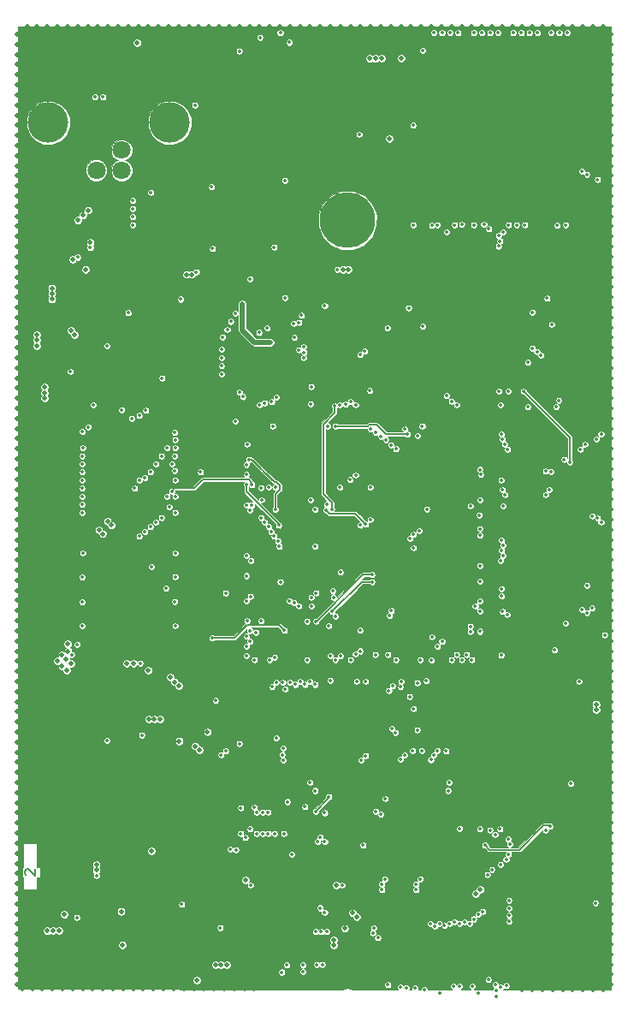
<source format=gbr>
G04 #@! TF.FileFunction,Copper,L2,Inr,Mixed*
%FSLAX46Y46*%
G04 Gerber Fmt 4.6, Leading zero omitted, Abs format (unit mm)*
G04 Created by KiCad (PCBNEW 4.0.7) date 04/10/18 15:24:13*
%MOMM*%
%LPD*%
G01*
G04 APERTURE LIST*
%ADD10C,0.100000*%
%ADD11C,0.200000*%
%ADD12C,1.800000*%
%ADD13C,4.000000*%
%ADD14C,5.500000*%
%ADD15C,0.500000*%
%ADD16C,0.352400*%
%ADD17C,0.152400*%
%ADD18C,0.500000*%
%ADD19C,0.025400*%
G04 APERTURE END LIST*
D10*
D11*
X197888520Y-111151615D02*
X197840901Y-111103996D01*
X197793282Y-111008758D01*
X197793282Y-110770662D01*
X197840901Y-110675424D01*
X197888520Y-110627805D01*
X197983758Y-110580186D01*
X198078996Y-110580186D01*
X198221853Y-110627805D01*
X198793282Y-111199234D01*
X198793282Y-110580186D01*
D12*
X204850000Y-41460000D03*
X207350000Y-41460000D03*
X207350000Y-39460000D03*
X204850000Y-39460000D03*
D13*
X212120000Y-36750000D03*
X200080000Y-36750000D03*
D14*
X229700000Y-46400000D03*
D15*
X250950000Y-119050000D03*
X247300000Y-74200000D03*
X216700000Y-54300000D03*
X216450000Y-52050000D03*
X229050000Y-113650000D03*
D16*
X239300000Y-121600000D03*
D15*
X234150000Y-30300000D03*
D16*
X232700000Y-51250000D03*
X231400000Y-72100000D03*
X221150000Y-79800000D03*
X249900000Y-55800000D03*
X217700000Y-71050000D03*
X251350000Y-64800000D03*
D15*
X253350000Y-80800000D03*
X201800000Y-45300000D03*
D16*
X236500000Y-110200000D03*
X250200000Y-100700000D03*
X250200000Y-99550000D03*
X249400000Y-50200000D03*
X249400000Y-51350000D03*
X223050000Y-73850000D03*
D15*
X245550000Y-102250000D03*
X240750000Y-102000000D03*
D16*
X247950000Y-108600000D03*
D15*
X251100000Y-107200000D03*
X252800000Y-106750000D03*
X252800000Y-96900000D03*
X252800000Y-98600000D03*
X231250000Y-109600000D03*
X245800000Y-119650000D03*
X247400000Y-115750000D03*
X247950000Y-116400000D03*
X252100000Y-117950000D03*
D16*
X249200000Y-27900000D03*
X241400000Y-27900000D03*
D15*
X219100000Y-39900000D03*
X217400000Y-39400000D03*
X217350000Y-41400000D03*
D16*
X221000000Y-46500000D03*
X206650000Y-61800000D03*
X208800000Y-52400000D03*
X207150000Y-53700000D03*
X211850000Y-53700000D03*
X205887500Y-116950000D03*
X205112500Y-115750000D03*
X209862500Y-59462500D03*
X208137500Y-59462500D03*
X209862500Y-57737500D03*
X208137500Y-57737500D03*
X205900000Y-57400000D03*
X205900000Y-56850000D03*
D15*
X246450000Y-51500000D03*
X237300000Y-30300000D03*
X231500000Y-32650000D03*
X231100000Y-38700000D03*
X225950000Y-41500000D03*
X224700000Y-38300000D03*
X219100000Y-33850000D03*
X219000000Y-33150000D03*
X218350000Y-33800000D03*
X214400000Y-30800000D03*
X215700000Y-63800000D03*
X213650000Y-64150000D03*
X218350000Y-63900000D03*
X226150000Y-61300000D03*
X228500000Y-59550000D03*
X230050000Y-59600000D03*
X232850000Y-59650000D03*
X233700000Y-59600000D03*
D16*
X244900000Y-70650000D03*
D15*
X247800000Y-81550000D03*
X247300000Y-89600000D03*
X238350000Y-94450000D03*
X239650000Y-95650000D03*
X228550000Y-95800000D03*
X224950000Y-95650000D03*
X221250000Y-96100000D03*
X220700000Y-95550000D03*
X202500000Y-53850000D03*
X202550000Y-55000000D03*
X202700000Y-56300000D03*
X202500000Y-58700000D03*
X203100000Y-51100000D03*
X200100000Y-61400000D03*
X203450000Y-87300000D03*
X203700000Y-85700000D03*
X203750000Y-80800000D03*
X203800000Y-76500000D03*
X203600000Y-66100000D03*
X212450000Y-78650000D03*
X212100000Y-83450000D03*
X215700000Y-89400000D03*
X199400000Y-81150000D03*
X199400000Y-86000000D03*
X210900000Y-87600000D03*
X209600000Y-87600000D03*
X210900000Y-90800000D03*
X209600000Y-89650000D03*
X216350000Y-91500000D03*
X216000000Y-95150000D03*
X213300000Y-94500000D03*
X200650000Y-94100000D03*
X204150000Y-93850000D03*
X205600000Y-94500000D03*
X207850000Y-98550000D03*
X211150000Y-111750000D03*
D16*
X215850000Y-121200000D03*
X216550000Y-121200000D03*
X217250000Y-121200000D03*
X217950000Y-121200000D03*
X218650000Y-121200000D03*
X219350000Y-121200000D03*
X220050000Y-121200000D03*
X220750000Y-121200000D03*
X221100000Y-121800000D03*
X220400000Y-121800000D03*
X219700000Y-121800000D03*
X219000000Y-121800000D03*
X218300000Y-121800000D03*
X217600000Y-121800000D03*
X216900000Y-121800000D03*
X216200000Y-121800000D03*
X215500000Y-121800000D03*
D15*
X207600000Y-118800000D03*
X202450000Y-119850000D03*
X201100000Y-119850000D03*
X203600000Y-118900000D03*
D16*
X235500000Y-37150000D03*
X252000000Y-36950000D03*
X248500000Y-37100000D03*
X240050000Y-37100000D03*
D15*
X247000000Y-122500000D03*
X248000000Y-122500000D03*
X249000000Y-122500000D03*
X250000000Y-122500000D03*
X251000000Y-122500000D03*
X252000000Y-122500000D03*
X253000000Y-122500000D03*
X254000000Y-122500000D03*
X255000000Y-122500000D03*
X255750000Y-122000000D03*
X198000000Y-27250000D03*
X199000000Y-27250000D03*
X200000000Y-27250000D03*
X201000000Y-27250000D03*
X202000000Y-27250000D03*
X203000000Y-27250000D03*
X204000000Y-27250000D03*
X205000000Y-27250000D03*
X206000000Y-27250000D03*
X207000000Y-27250000D03*
X208000000Y-27250000D03*
X209000000Y-27250000D03*
X210000000Y-27250000D03*
X211000000Y-27250000D03*
X212000000Y-27250000D03*
X213000000Y-27250000D03*
X214000000Y-27250000D03*
X215000000Y-27250000D03*
X216000000Y-27250000D03*
X217000000Y-27250000D03*
X218000000Y-27250000D03*
X219000000Y-27250000D03*
X220000000Y-27250000D03*
X221000000Y-27250000D03*
X222000000Y-27250000D03*
X223000000Y-27250000D03*
X224000000Y-27250000D03*
X225000000Y-27250000D03*
X226000000Y-27250000D03*
X227000000Y-27250000D03*
X228000000Y-27250000D03*
X229000000Y-27250000D03*
X230000000Y-27250000D03*
X231000000Y-27250000D03*
X232000000Y-27250000D03*
X233000000Y-27250000D03*
X234000000Y-27250000D03*
X235000000Y-27250000D03*
X236000000Y-27250000D03*
X237000000Y-27250000D03*
X238000000Y-27250000D03*
X239000000Y-27250000D03*
X240000000Y-27250000D03*
X241000000Y-27250000D03*
X242000000Y-27250000D03*
X243000000Y-27250000D03*
X244000000Y-27250000D03*
X245000000Y-27250000D03*
X246000000Y-27250000D03*
X247000000Y-27250000D03*
X248000000Y-27250000D03*
X249000000Y-27250000D03*
X250000000Y-27250000D03*
X251000000Y-27250000D03*
X252000000Y-27250000D03*
X253000000Y-27250000D03*
X254000000Y-27250000D03*
X255000000Y-27250000D03*
X255750000Y-121000000D03*
X255750000Y-120000000D03*
X255750000Y-119000000D03*
X255750000Y-118000000D03*
X255750000Y-117000000D03*
X255750000Y-116000000D03*
X255750000Y-115000000D03*
X255750000Y-114000000D03*
X255750000Y-113000000D03*
X255750000Y-112000000D03*
X255750000Y-111000000D03*
X255750000Y-110000000D03*
X255750000Y-109000000D03*
X255750000Y-108000000D03*
X255750000Y-107000000D03*
X255750000Y-106000000D03*
X255750000Y-105000000D03*
X255750000Y-104000000D03*
X255750000Y-103000000D03*
X255750000Y-102000000D03*
X255750000Y-101000000D03*
X255750000Y-100000000D03*
X255750000Y-99000000D03*
X255750000Y-98000000D03*
X255750000Y-97000000D03*
X255750000Y-96000000D03*
X255750000Y-95000000D03*
X255750000Y-94000000D03*
X255750000Y-93000000D03*
X255750000Y-92000000D03*
X255750000Y-91000000D03*
X255750000Y-90000000D03*
X255750000Y-89000000D03*
X255750000Y-88000000D03*
X255750000Y-87000000D03*
X255750000Y-86000000D03*
X255750000Y-85000000D03*
X255750000Y-84000000D03*
X255750000Y-83000000D03*
X255750000Y-82000000D03*
X255750000Y-81000000D03*
X255750000Y-80000000D03*
X255750000Y-79000000D03*
X255750000Y-78000000D03*
X255750000Y-77000000D03*
X255750000Y-76000000D03*
X255750000Y-75000000D03*
X255750000Y-74000000D03*
X255750000Y-73000000D03*
X255750000Y-72000000D03*
X255750000Y-71000000D03*
X255750000Y-70000000D03*
X255750000Y-69000000D03*
X255750000Y-68000000D03*
X255750000Y-67000000D03*
X255750000Y-66000000D03*
X255750000Y-65000000D03*
X255750000Y-64000000D03*
X255750000Y-63000000D03*
X255750000Y-62000000D03*
X255750000Y-61000000D03*
X255750000Y-60000000D03*
X255750000Y-59000000D03*
X255750000Y-58000000D03*
X255750000Y-57000000D03*
X255750000Y-56000000D03*
X255750000Y-55000000D03*
X255750000Y-54000000D03*
X255750000Y-53000000D03*
X255750000Y-52000000D03*
X255750000Y-51000000D03*
X255750000Y-50000000D03*
X255750000Y-49000000D03*
X255750000Y-48000000D03*
X255750000Y-47000000D03*
X255750000Y-46000000D03*
X255750000Y-45000000D03*
X255750000Y-44000000D03*
X255750000Y-43000000D03*
X255750000Y-42000000D03*
X255750000Y-41000000D03*
X255750000Y-40000000D03*
X255750000Y-39000000D03*
X255750000Y-38000000D03*
X255750000Y-37000000D03*
X255750000Y-36000000D03*
X255750000Y-35000000D03*
X255750000Y-34000000D03*
X255750000Y-33000000D03*
X255750000Y-32000000D03*
X255750000Y-31000000D03*
X255750000Y-30000000D03*
X255750000Y-29000000D03*
X255750000Y-28000000D03*
X197050000Y-122000000D03*
X197050000Y-121000000D03*
X197050000Y-120000000D03*
X197050000Y-119000000D03*
X197050000Y-118000000D03*
X197050000Y-117000000D03*
X197050000Y-116000000D03*
X197050000Y-114000000D03*
X197050000Y-115000000D03*
X197050000Y-113000000D03*
X197050000Y-112000000D03*
X197050000Y-111000000D03*
X197050000Y-110000000D03*
X197050000Y-109000000D03*
X197050000Y-108000000D03*
X197050000Y-107000000D03*
X197050000Y-106000000D03*
X197050000Y-104000000D03*
X197050000Y-105000000D03*
X197050000Y-103000000D03*
X197050000Y-102000000D03*
X197050000Y-101000000D03*
X197050000Y-100000000D03*
X197050000Y-99000000D03*
X197050000Y-98000000D03*
X197050000Y-97000000D03*
X197050000Y-96000000D03*
X197050000Y-95000000D03*
X197050000Y-94000000D03*
X197050000Y-93000000D03*
X197050000Y-92000000D03*
X197050000Y-91000000D03*
X197050000Y-90000000D03*
X197050000Y-89000000D03*
X197050000Y-88000000D03*
X197050000Y-87000000D03*
X197050000Y-86000000D03*
X197050000Y-85000000D03*
X197050000Y-84000000D03*
X197050000Y-83000000D03*
X197050000Y-82000000D03*
X197050000Y-81000000D03*
X197050000Y-80000000D03*
X197050000Y-79000000D03*
X197050000Y-78000000D03*
X197050000Y-77000000D03*
X197050000Y-76000000D03*
X197050000Y-75000000D03*
X197050000Y-74000000D03*
X197050000Y-73000000D03*
X197050000Y-72000000D03*
X197050000Y-71000000D03*
X197050000Y-70000000D03*
X197050000Y-69000000D03*
X197050000Y-68000000D03*
X197050000Y-67000000D03*
X197050000Y-66000000D03*
X197050000Y-65000000D03*
X197050000Y-64000000D03*
X197050000Y-63000000D03*
X197050000Y-62000000D03*
X197050000Y-61000000D03*
X197050000Y-60000000D03*
X197050000Y-59000000D03*
X197050000Y-58000000D03*
X197050000Y-57000000D03*
X197050000Y-56000000D03*
X197050000Y-55000000D03*
X197050000Y-54000000D03*
X197050000Y-53000000D03*
X197050000Y-52000000D03*
X197050000Y-51000000D03*
X197050000Y-50000000D03*
X197050000Y-49000000D03*
X197050000Y-48000000D03*
X197050000Y-47000000D03*
X197050000Y-46000000D03*
X197050000Y-45000000D03*
X197050000Y-44000000D03*
X197050000Y-43000000D03*
X197050000Y-42000000D03*
X197050000Y-41000000D03*
X197050000Y-40000000D03*
X197050000Y-39000000D03*
X197050000Y-38000000D03*
X197050000Y-37000000D03*
X197050000Y-36000000D03*
X197050000Y-35000000D03*
X197050000Y-34000000D03*
X197050000Y-33000000D03*
X197050000Y-32000000D03*
X197050000Y-31000000D03*
X197050000Y-30000000D03*
X197050000Y-29000000D03*
X197050000Y-28000000D03*
X220500000Y-122400000D03*
X197500000Y-122400000D03*
X198500000Y-122400000D03*
X199500000Y-122400000D03*
X200500000Y-122400000D03*
X201500000Y-122400000D03*
X202500000Y-122400000D03*
X203500000Y-122400000D03*
X204500000Y-122400000D03*
X205500000Y-122400000D03*
X206500000Y-122400000D03*
X207500000Y-122400000D03*
X208500000Y-122400000D03*
X209500000Y-122400000D03*
X210500000Y-122400000D03*
X211500000Y-122400000D03*
X212500000Y-122400000D03*
X213500000Y-122400000D03*
X214500000Y-122400000D03*
X215500000Y-122400000D03*
X216500000Y-122400000D03*
X217500000Y-122400000D03*
X218500000Y-122400000D03*
X219500000Y-122400000D03*
D16*
X248000000Y-55500000D03*
X235650000Y-67550000D03*
X250600000Y-64200000D03*
X228500000Y-66750000D03*
D15*
X210050000Y-95750000D03*
X210600000Y-95750000D03*
X205500000Y-77400000D03*
X206350000Y-76550000D03*
X199750000Y-62900000D03*
X199750000Y-63450000D03*
X202500000Y-50250000D03*
X213750000Y-51750000D03*
X214300000Y-51750000D03*
X231900000Y-30400000D03*
X232450000Y-30400000D03*
X219300000Y-55200000D03*
X207850000Y-90200000D03*
X208550000Y-90200000D03*
X213000000Y-92450000D03*
X212600000Y-92050000D03*
X202000000Y-88300000D03*
X201450000Y-89400000D03*
X201000000Y-90000000D03*
X201450000Y-90450000D03*
X201850000Y-89800000D03*
X202050000Y-89000000D03*
X215050000Y-98800000D03*
X219600000Y-111650000D03*
X228600000Y-112150000D03*
X200450000Y-54200000D03*
X200450000Y-53650000D03*
X203800000Y-51250000D03*
X208900000Y-28850000D03*
X205950000Y-76150000D03*
X205100000Y-77000000D03*
X211150000Y-95750000D03*
X233100000Y-30350000D03*
D16*
X214600000Y-35000000D03*
X214750000Y-51500000D03*
X203000000Y-50050000D03*
X202400000Y-89350000D03*
X209200000Y-90200000D03*
D15*
X222050000Y-58450000D03*
X219300000Y-54650000D03*
X200450000Y-53100000D03*
X202350000Y-90250000D03*
X210000000Y-90900000D03*
X213050000Y-97900000D03*
X215850000Y-97000000D03*
X199750000Y-64000000D03*
X201900000Y-90900000D03*
X212150000Y-91600000D03*
X214650000Y-98400000D03*
D16*
X220100000Y-112150000D03*
X229150000Y-112150000D03*
X223450000Y-86950000D03*
X216300000Y-87700000D03*
X233400000Y-111550000D03*
X236900000Y-111550000D03*
X236500000Y-112050000D03*
X233100000Y-112050000D03*
X236500000Y-112600000D03*
X233100000Y-112600000D03*
X254250000Y-113900000D03*
D15*
X204250000Y-48550000D03*
X229800000Y-51250000D03*
X229250000Y-51250000D03*
X254300000Y-94250000D03*
X242400000Y-113000000D03*
X230200000Y-114900000D03*
X228350000Y-118100000D03*
X204850000Y-110100000D03*
X204850000Y-110650000D03*
D16*
X204850000Y-111200000D03*
D15*
X210300000Y-108750000D03*
D16*
X204250000Y-49100000D03*
X228700000Y-51250000D03*
X213300000Y-114050000D03*
D15*
X228350000Y-117550000D03*
X229450000Y-116428602D03*
X230600000Y-115300000D03*
X242850000Y-112550000D03*
X254300000Y-94800000D03*
D16*
X209350000Y-97300000D03*
X205900000Y-97850000D03*
X230850000Y-37900000D03*
D15*
X201150000Y-116650000D03*
X200550000Y-116650000D03*
X202350000Y-57300000D03*
X203050000Y-46400000D03*
X203550000Y-45900000D03*
X198950000Y-58800000D03*
X198950000Y-58250000D03*
X217200000Y-120050000D03*
X217750000Y-120050000D03*
X204050000Y-45400000D03*
X198950000Y-57700000D03*
X202700000Y-57700000D03*
X199975000Y-116675000D03*
X207300000Y-114750000D03*
X216650000Y-120050000D03*
X207450000Y-118050000D03*
D16*
X236200000Y-37000000D03*
X216250000Y-43100000D03*
X216350000Y-49200000D03*
X223500000Y-42450000D03*
X219000000Y-29650000D03*
X222450000Y-49050000D03*
X220050000Y-52200000D03*
X208000000Y-55550000D03*
X213200000Y-54200000D03*
X211350000Y-62000000D03*
X205900000Y-58800000D03*
X202300000Y-61350000D03*
X233650000Y-57050000D03*
D15*
X235000000Y-30350000D03*
X233850000Y-38300000D03*
X214800000Y-121550000D03*
X201650000Y-115050000D03*
D16*
X249450000Y-54100000D03*
X247100000Y-63300000D03*
X251700000Y-70300000D03*
X253900000Y-84750000D03*
X242800000Y-87050000D03*
X249900000Y-56700000D03*
X250200000Y-88900000D03*
X250350000Y-64850000D03*
X247550000Y-64850000D03*
X247550000Y-60450000D03*
X238000000Y-89900000D03*
X245600000Y-63300000D03*
X245100000Y-74650000D03*
X205500000Y-34200000D03*
X204700000Y-34200000D03*
X202950000Y-88350000D03*
X202900000Y-115350000D03*
X220050000Y-87000000D03*
X216650000Y-93900000D03*
X217100000Y-116350000D03*
X231500000Y-92000000D03*
X252900000Y-84900000D03*
X244850000Y-80050000D03*
X253400000Y-85200000D03*
X253400000Y-82500000D03*
X245100000Y-79550000D03*
X251300000Y-86250000D03*
X242800000Y-80550000D03*
X212600000Y-84100000D03*
X228500000Y-85550000D03*
X228500000Y-89850000D03*
X212650000Y-81650000D03*
X242350000Y-84550000D03*
X242800000Y-84050000D03*
X212650000Y-79300000D03*
X212650000Y-86500000D03*
X227850000Y-86500000D03*
X228000000Y-89450000D03*
X242750000Y-75550000D03*
X220250000Y-74550000D03*
X212050000Y-74750000D03*
X219700000Y-74550000D03*
X212650000Y-73700000D03*
X212300000Y-73200000D03*
X220250000Y-72550000D03*
X219700000Y-71550000D03*
X212650000Y-75300000D03*
X215150000Y-71300000D03*
X230500000Y-71600000D03*
X230500000Y-89300000D03*
X209650000Y-77200000D03*
X209650000Y-71850000D03*
X212350000Y-70500000D03*
X222150000Y-77200000D03*
X234500000Y-69000000D03*
X212600000Y-69700000D03*
X230000000Y-89850000D03*
X229950000Y-72050000D03*
X212650000Y-72100000D03*
X233500000Y-68100000D03*
X212650000Y-68100000D03*
X233000000Y-67750000D03*
X212600000Y-67400000D03*
X234000000Y-68600000D03*
X212650000Y-68900000D03*
X232500000Y-67400000D03*
X203450000Y-67300000D03*
X232000000Y-67050000D03*
X204050000Y-66850000D03*
X220050000Y-75050000D03*
X203500000Y-68900000D03*
X211850000Y-68900000D03*
X211850000Y-73700000D03*
X210750000Y-76250000D03*
X210750000Y-70500000D03*
X203450000Y-70500000D03*
X221500000Y-76250000D03*
X210200000Y-76700000D03*
X210200000Y-71300000D03*
X203450000Y-71300000D03*
X221900000Y-76700000D03*
X209100000Y-77650000D03*
X209100000Y-72100000D03*
X203450000Y-72100000D03*
X222450000Y-77650000D03*
X203450000Y-69700000D03*
X211300000Y-69700000D03*
X211300000Y-75800000D03*
X221150000Y-75800000D03*
X203450000Y-73700000D03*
X221000000Y-64650000D03*
X204550000Y-64650000D03*
X230950000Y-89000000D03*
X230950000Y-86950000D03*
X211750000Y-82800000D03*
X203450000Y-74500000D03*
X242800000Y-71050000D03*
X203450000Y-75300000D03*
X208650000Y-72900000D03*
X203450000Y-72900000D03*
X229000000Y-81200000D03*
X229000000Y-89500000D03*
X210300000Y-80650000D03*
X203450000Y-81700000D03*
X219700000Y-79550000D03*
X203450000Y-84150000D03*
X220150000Y-80050000D03*
X203450000Y-86500000D03*
X219700000Y-81550000D03*
X203500000Y-79300000D03*
X222800000Y-78100000D03*
X226500000Y-92300000D03*
X226500000Y-102800000D03*
X227750000Y-66750000D03*
X232450000Y-89350000D03*
X233700000Y-89350000D03*
X233450000Y-103600000D03*
X222300000Y-66750000D03*
X225500000Y-104400000D03*
X225500000Y-92300000D03*
X226000000Y-102000000D03*
X226000000Y-92000000D03*
X239650000Y-102800000D03*
X240800000Y-106550000D03*
X239750000Y-102000000D03*
X242800000Y-106600000D03*
X226150000Y-84550000D03*
X227000000Y-107400000D03*
X231250000Y-108200000D03*
X237500000Y-91950000D03*
X223050000Y-82150000D03*
X220050000Y-106600000D03*
X226600000Y-83250000D03*
X217650000Y-83250000D03*
X228250000Y-83050000D03*
X251450000Y-27850000D03*
X237150000Y-29600000D03*
X236650000Y-67700000D03*
X250650000Y-27850000D03*
X226100000Y-83700000D03*
X228300000Y-83700000D03*
X220100000Y-83600000D03*
X255150000Y-87400000D03*
X249850000Y-27850000D03*
X251150000Y-70050000D03*
X251300000Y-46850000D03*
X237100000Y-66750000D03*
X253200000Y-68550000D03*
X245250000Y-68550000D03*
X247700000Y-27850000D03*
X246900000Y-27850000D03*
X254450000Y-75850000D03*
X245100000Y-78550000D03*
X253950000Y-75650000D03*
X244950000Y-78050000D03*
X246100000Y-27850000D03*
X248500000Y-27850000D03*
X254800000Y-67550000D03*
X244950000Y-67550000D03*
X245550000Y-69050000D03*
X252750000Y-69050000D03*
X253400000Y-41850000D03*
X246450000Y-46850000D03*
X245650000Y-46850000D03*
X252900000Y-41550000D03*
X254800000Y-76250000D03*
X244950000Y-79050000D03*
X243700000Y-47250000D03*
X242800000Y-76900000D03*
X247250000Y-46850000D03*
X254450000Y-42350000D03*
X254350000Y-68050000D03*
X245050000Y-68050000D03*
X241500000Y-89350000D03*
X243800000Y-27850000D03*
X243000000Y-27850000D03*
X240500000Y-89350000D03*
X240000000Y-64300000D03*
X242200000Y-27850000D03*
X244600000Y-27850000D03*
X244900000Y-89400000D03*
X241000000Y-89850000D03*
X242200000Y-46850000D03*
X241000000Y-46800000D03*
X240000000Y-89850000D03*
X240300000Y-46850000D03*
X240500000Y-64650000D03*
X242000000Y-89850000D03*
X243200000Y-46800000D03*
X221050000Y-28300000D03*
X220650000Y-87150000D03*
X239850000Y-27850000D03*
X239050000Y-27850000D03*
X239050000Y-88050000D03*
X220050000Y-88050000D03*
X221500000Y-64450000D03*
X223050000Y-27850000D03*
X238250000Y-27850000D03*
X223950000Y-28800000D03*
X223950000Y-84050000D03*
X219700000Y-84050000D03*
X240650000Y-27850000D03*
X238600000Y-46850000D03*
X238600000Y-88550000D03*
X219700000Y-88550000D03*
X219700000Y-87550000D03*
X238050000Y-46900000D03*
X238050000Y-87600000D03*
X236250000Y-77450000D03*
X236200000Y-46850000D03*
X242800000Y-77550000D03*
X239500000Y-47550000D03*
X223500000Y-54050000D03*
X220500000Y-89850000D03*
X244650000Y-48950000D03*
X208450000Y-46050000D03*
X244700000Y-63300000D03*
X249850000Y-71250000D03*
X245100000Y-47550000D03*
X210250000Y-43650000D03*
X208450000Y-46850000D03*
X244900000Y-72100000D03*
X249300000Y-71200000D03*
X244650000Y-47900000D03*
X208450000Y-44450000D03*
X242900000Y-71550000D03*
X244800000Y-48450000D03*
X208450000Y-45250000D03*
X244850000Y-64650000D03*
X225150000Y-55800000D03*
X245050000Y-85100000D03*
X248450000Y-59400000D03*
X248000000Y-59050000D03*
X224900000Y-56500000D03*
X244950000Y-83550000D03*
X245500000Y-85400000D03*
X248850000Y-59750000D03*
X227450000Y-54850000D03*
X234950000Y-92550000D03*
X231400000Y-59350000D03*
X221750000Y-57050000D03*
X235000000Y-92000000D03*
X230950000Y-59700000D03*
X220950000Y-57500000D03*
X242800000Y-85050000D03*
X241850000Y-74650000D03*
X227650000Y-74500000D03*
X224400000Y-56600000D03*
X208350000Y-66000000D03*
X235400000Y-67050000D03*
X226050000Y-64550000D03*
X209100000Y-65700000D03*
X209750000Y-65200000D03*
X212600000Y-71150000D03*
X219700000Y-70550000D03*
X218600000Y-66250000D03*
X207350000Y-65150000D03*
X222500000Y-89600000D03*
X225400000Y-59450000D03*
X217250000Y-60800000D03*
X222000000Y-89850000D03*
X225350000Y-60000000D03*
X217250000Y-60000000D03*
X224900000Y-84550000D03*
X224900000Y-59200000D03*
X217250000Y-59150000D03*
X242800000Y-74050000D03*
X226050000Y-74050000D03*
X225350000Y-58900000D03*
X217250000Y-61600000D03*
X221900000Y-72800000D03*
X222650000Y-63900000D03*
X219000000Y-63400000D03*
X217800000Y-57200000D03*
X221150000Y-72850000D03*
X222200000Y-64350000D03*
X219350000Y-63850000D03*
X218150000Y-56400000D03*
X218600000Y-55600000D03*
X219750000Y-68550000D03*
X224450000Y-84250000D03*
X224450000Y-58000000D03*
X217350000Y-57950000D03*
X237150000Y-56900000D03*
X235750000Y-55050000D03*
X241850000Y-86550000D03*
X230500000Y-64650000D03*
X234050000Y-85000000D03*
X244800000Y-106600000D03*
X241850000Y-87100000D03*
X245750000Y-108100000D03*
X230000000Y-64350000D03*
X233850000Y-85500000D03*
X229500000Y-64600000D03*
X233000000Y-105150000D03*
X245600000Y-107600000D03*
X228950000Y-64650000D03*
X232500000Y-104850000D03*
X244300000Y-107150000D03*
X237050000Y-98850000D03*
X238600000Y-98850000D03*
X238800000Y-115950000D03*
X232700000Y-117350000D03*
X237550000Y-74950000D03*
X228150000Y-74950000D03*
X228450000Y-64750000D03*
X235350000Y-99300000D03*
X238250000Y-99300000D03*
X238350000Y-116200000D03*
X235900000Y-77850000D03*
X236250000Y-78800000D03*
X226100000Y-62850000D03*
X231900000Y-63250000D03*
X232200000Y-116900000D03*
X231950000Y-72800000D03*
X231950000Y-76000000D03*
X236800000Y-77100000D03*
X237900000Y-115950000D03*
X232300000Y-116400000D03*
X234950000Y-99700000D03*
X237950000Y-99750000D03*
X223350000Y-98600000D03*
X222950000Y-78650000D03*
X221150000Y-86000000D03*
X219750000Y-86000000D03*
X219000000Y-98150000D03*
X222550000Y-75000000D03*
X226500000Y-75000000D03*
X226500000Y-78650000D03*
X219950000Y-70050000D03*
X222550000Y-72800000D03*
X228950000Y-72800000D03*
X230950000Y-76550000D03*
X231050000Y-99800000D03*
X223350000Y-99800000D03*
X222900000Y-76550000D03*
X219700000Y-72500000D03*
X223400000Y-107050000D03*
X223250000Y-99250000D03*
X231500000Y-99350000D03*
X231500000Y-76450000D03*
X227600000Y-75050000D03*
X221200000Y-74050000D03*
X225300000Y-120050000D03*
X220700000Y-107050000D03*
X220700000Y-104950000D03*
X222650000Y-92100000D03*
X219600000Y-107450000D03*
X220500000Y-104450000D03*
X222250000Y-92550000D03*
X225300000Y-120700000D03*
X223300000Y-92100000D03*
X222500000Y-107050000D03*
X224000000Y-92100000D03*
X224550000Y-92300000D03*
X223750000Y-103900000D03*
X243800000Y-106700000D03*
X224200000Y-109100000D03*
X225000000Y-92000000D03*
X245650000Y-109100000D03*
X223550000Y-92750000D03*
X221850000Y-104950000D03*
X221850000Y-107050000D03*
X230600000Y-92000000D03*
X234100000Y-96650000D03*
X217200000Y-99250000D03*
X223700000Y-120050000D03*
X233800000Y-92900000D03*
X234450000Y-97050000D03*
X217650000Y-98900000D03*
X234150000Y-92450000D03*
X239450000Y-98900000D03*
X236150000Y-98850000D03*
X239300000Y-116150000D03*
X235850000Y-93500000D03*
X227650000Y-116750000D03*
X234500000Y-89850000D03*
X236600000Y-96800000D03*
X221300000Y-107050000D03*
X221300000Y-104950000D03*
X222650000Y-97600000D03*
X236250000Y-94700000D03*
X252600000Y-92000000D03*
X251800000Y-102100000D03*
X236600000Y-92150000D03*
X219150000Y-107050000D03*
X219150000Y-104500000D03*
X219700000Y-89470000D03*
X236900000Y-89850000D03*
X228200000Y-85100000D03*
X227450000Y-105000000D03*
X227450000Y-107850000D03*
X227450000Y-114850000D03*
X227100000Y-116750000D03*
X227200000Y-120000000D03*
X232150000Y-82150000D03*
X244950000Y-82850000D03*
X226550000Y-104850000D03*
X226750000Y-107850000D03*
X227000000Y-114400000D03*
X226550000Y-116750000D03*
X226650000Y-120000000D03*
X228000000Y-91900000D03*
X227850000Y-103400000D03*
X225700000Y-86050000D03*
X225700000Y-89850000D03*
X226600000Y-86050000D03*
X232150000Y-81450000D03*
X242800000Y-82100000D03*
X218650000Y-108650000D03*
X249300000Y-106700000D03*
X249300000Y-73550000D03*
X245300000Y-73550000D03*
X249650000Y-73050000D03*
X249750000Y-106350000D03*
X243300000Y-108200000D03*
X218100000Y-108600000D03*
X223200000Y-120750000D03*
X245050000Y-73050000D03*
X233700000Y-122000000D03*
X234950000Y-122250000D03*
X235500000Y-122300000D03*
X236400000Y-122350000D03*
X237300000Y-122500000D03*
X238850000Y-122800000D03*
X239800000Y-115950000D03*
X240300000Y-115800000D03*
X240200000Y-122150000D03*
X240800000Y-122150000D03*
X240800000Y-115950000D03*
X241300000Y-115800000D03*
X241800000Y-115950000D03*
X242200000Y-115500000D03*
X242050000Y-122150000D03*
X242650000Y-115050000D03*
X243100000Y-114750000D03*
X242650000Y-122800000D03*
X245700000Y-115750000D03*
X245700000Y-115150000D03*
X243650000Y-121500000D03*
X245700000Y-114450000D03*
X244350000Y-122000000D03*
X245700000Y-113650000D03*
X243550000Y-111100000D03*
X244450000Y-123200000D03*
X244400000Y-122600000D03*
X244000000Y-110600000D03*
X244850000Y-110100000D03*
X244850000Y-122250000D03*
X245400000Y-122100000D03*
X245400000Y-109600000D03*
X239500000Y-63750000D03*
X250450000Y-46900000D03*
D17*
X217250000Y-121200000D02*
X216550000Y-121200000D01*
X218650000Y-121200000D02*
X217950000Y-121200000D01*
X220050000Y-121200000D02*
X219350000Y-121200000D01*
X220750000Y-121450000D02*
X220750000Y-121200000D01*
X221100000Y-121800000D02*
X220750000Y-121450000D01*
X219700000Y-121800000D02*
X220400000Y-121800000D01*
X218300000Y-121800000D02*
X219000000Y-121800000D01*
X216900000Y-121800000D02*
X217600000Y-121800000D01*
X215500000Y-121800000D02*
X216200000Y-121800000D01*
X228500000Y-66750000D02*
X231700000Y-66750000D01*
X231700000Y-66750000D02*
X231850000Y-66600000D01*
X231850000Y-66600000D02*
X232550000Y-66600000D01*
X232550000Y-66600000D02*
X233500000Y-67550000D01*
X233500000Y-67550000D02*
X235650000Y-67550000D01*
D18*
X222050000Y-58450000D02*
X220500000Y-58450000D01*
X220500000Y-58450000D02*
X219300000Y-57250000D01*
X219300000Y-57250000D02*
X219300000Y-54650000D01*
D17*
X216300000Y-87700000D02*
X218550000Y-87700000D01*
X218550000Y-87700000D02*
X219800000Y-86450000D01*
X219800000Y-86450000D02*
X222950000Y-86450000D01*
X222950000Y-86450000D02*
X223450000Y-86950000D01*
X247100000Y-63300000D02*
X251700000Y-67900000D01*
X251700000Y-67900000D02*
X251700000Y-70300000D01*
X220250000Y-72550000D02*
X220250000Y-72350000D01*
X220250000Y-72350000D02*
X219950000Y-72050000D01*
X219950000Y-72050000D02*
X215350000Y-72050000D01*
X215350000Y-72050000D02*
X214500000Y-72900000D01*
X214500000Y-72900000D02*
X212600000Y-72900000D01*
X212600000Y-72900000D02*
X212300000Y-73200000D01*
X228450000Y-64750000D02*
X228450000Y-65450000D01*
X228450000Y-65450000D02*
X227300000Y-66600000D01*
X227300000Y-66600000D02*
X227300000Y-73500000D01*
X227300000Y-73500000D02*
X228150000Y-74350000D01*
X228150000Y-74350000D02*
X228150000Y-74950000D01*
X222550000Y-75000000D02*
X222550000Y-73450000D01*
X222550000Y-73450000D02*
X223000000Y-73000000D01*
X223000000Y-73000000D02*
X223000000Y-72650000D01*
X223000000Y-72650000D02*
X222650000Y-72300000D01*
X222650000Y-72300000D02*
X222500000Y-72300000D01*
X222500000Y-72300000D02*
X220250000Y-70050000D01*
X220250000Y-70050000D02*
X219950000Y-70050000D01*
X220350000Y-70150000D02*
X222200000Y-72000000D01*
X222200000Y-72000000D02*
X222500000Y-72300000D01*
X222500000Y-72300000D02*
X222650000Y-72300000D01*
X222650000Y-72300000D02*
X223000000Y-72650000D01*
X223000000Y-72650000D02*
X223000000Y-73000000D01*
X223000000Y-73000000D02*
X222550000Y-73450000D01*
X222550000Y-73450000D02*
X222550000Y-74500000D01*
X219950000Y-70050000D02*
X220250000Y-70050000D01*
X220250000Y-70050000D02*
X220350000Y-70150000D01*
X222550000Y-74500000D02*
X222550000Y-75000000D01*
X219700000Y-72500000D02*
X219700000Y-73250000D01*
X219700000Y-73250000D02*
X222900000Y-76450000D01*
X222900000Y-76450000D02*
X222900000Y-76550000D01*
X231500000Y-76450000D02*
X230450000Y-75400000D01*
X230450000Y-75400000D02*
X227950000Y-75400000D01*
X227950000Y-75400000D02*
X227600000Y-75050000D01*
X232150000Y-82150000D02*
X231150000Y-82150000D01*
X231150000Y-82150000D02*
X228200000Y-85100000D01*
X227850000Y-103400000D02*
X227850000Y-103550000D01*
X227850000Y-103550000D02*
X226550000Y-104850000D01*
X232150000Y-81450000D02*
X231250000Y-81450000D01*
X231250000Y-81450000D02*
X226650000Y-86050000D01*
X226650000Y-86050000D02*
X226600000Y-86050000D01*
X249750000Y-106350000D02*
X249650000Y-106250000D01*
X249650000Y-106250000D02*
X249100000Y-106250000D01*
X249100000Y-106250000D02*
X246700000Y-108650000D01*
X246700000Y-108650000D02*
X243750000Y-108650000D01*
X243750000Y-108650000D02*
X243300000Y-108200000D01*
D19*
G36*
X255737300Y-122487278D02*
X245113529Y-122469180D01*
X245139171Y-122443583D01*
X245174882Y-122357581D01*
X245206417Y-122389171D01*
X245331813Y-122441240D01*
X245467591Y-122441359D01*
X245593078Y-122389508D01*
X245689171Y-122293583D01*
X245741240Y-122168187D01*
X245741359Y-122032409D01*
X245689508Y-121906922D01*
X245593583Y-121810829D01*
X245468187Y-121758760D01*
X245332409Y-121758641D01*
X245206922Y-121810492D01*
X245110829Y-121906417D01*
X245075118Y-121992419D01*
X245043583Y-121960829D01*
X244918187Y-121908760D01*
X244782409Y-121908641D01*
X244691347Y-121946268D01*
X244691359Y-121932409D01*
X244639508Y-121806922D01*
X244543583Y-121710829D01*
X244418187Y-121658760D01*
X244282409Y-121658641D01*
X244156922Y-121710492D01*
X244060829Y-121806417D01*
X244008760Y-121931813D01*
X244008641Y-122067591D01*
X244060492Y-122193078D01*
X244156417Y-122289171D01*
X244207344Y-122310318D01*
X244206922Y-122310492D01*
X244110829Y-122406417D01*
X244085495Y-122467428D01*
X242733516Y-122465125D01*
X242718187Y-122458760D01*
X242582409Y-122458641D01*
X242567401Y-122464842D01*
X242183349Y-122464188D01*
X242243078Y-122439508D01*
X242339171Y-122343583D01*
X242391240Y-122218187D01*
X242391359Y-122082409D01*
X242339508Y-121956922D01*
X242243583Y-121860829D01*
X242118187Y-121808760D01*
X241982409Y-121808641D01*
X241856922Y-121860492D01*
X241760829Y-121956417D01*
X241708760Y-122081813D01*
X241708641Y-122217591D01*
X241760492Y-122343078D01*
X241856417Y-122439171D01*
X241915566Y-122463732D01*
X240938481Y-122462067D01*
X240993078Y-122439508D01*
X241089171Y-122343583D01*
X241141240Y-122218187D01*
X241141359Y-122082409D01*
X241089508Y-121956922D01*
X240993583Y-121860829D01*
X240868187Y-121808760D01*
X240732409Y-121808641D01*
X240606922Y-121860492D01*
X240510829Y-121956417D01*
X240500038Y-121982405D01*
X240489508Y-121956922D01*
X240393583Y-121860829D01*
X240268187Y-121808760D01*
X240132409Y-121808641D01*
X240006922Y-121860492D01*
X239910829Y-121956417D01*
X239858760Y-122081813D01*
X239858641Y-122217591D01*
X239910492Y-122343078D01*
X240006417Y-122439171D01*
X240057945Y-122460567D01*
X237641338Y-122456450D01*
X237641359Y-122432409D01*
X237589508Y-122306922D01*
X237493583Y-122210829D01*
X237368187Y-122158760D01*
X237232409Y-122158641D01*
X237106922Y-122210492D01*
X237010829Y-122306417D01*
X236958760Y-122431813D01*
X236958739Y-122455287D01*
X236725999Y-122454891D01*
X236741240Y-122418187D01*
X236741359Y-122282409D01*
X236689508Y-122156922D01*
X236593583Y-122060829D01*
X236468187Y-122008760D01*
X236332409Y-122008641D01*
X236206922Y-122060492D01*
X236110829Y-122156417D01*
X236058760Y-122281813D01*
X236058641Y-122417591D01*
X236073594Y-122453780D01*
X235805888Y-122453324D01*
X235841240Y-122368187D01*
X235841359Y-122232409D01*
X235789508Y-122106922D01*
X235693583Y-122010829D01*
X235568187Y-121958760D01*
X235432409Y-121958641D01*
X235306922Y-122010492D01*
X235245612Y-122071695D01*
X235239508Y-122056922D01*
X235143583Y-121960829D01*
X235018187Y-121908760D01*
X234882409Y-121908641D01*
X234756922Y-121960492D01*
X234660829Y-122056417D01*
X234608760Y-122181813D01*
X234608641Y-122317591D01*
X234660492Y-122443078D01*
X234668786Y-122451386D01*
X230122258Y-122443641D01*
X230050194Y-122395489D01*
X229700000Y-122325831D01*
X229349806Y-122395489D01*
X229279889Y-122442206D01*
X197062700Y-122387322D01*
X197062700Y-122067591D01*
X233358641Y-122067591D01*
X233410492Y-122193078D01*
X233506417Y-122289171D01*
X233631813Y-122341240D01*
X233767591Y-122341359D01*
X233893078Y-122289508D01*
X233989171Y-122193583D01*
X234041240Y-122068187D01*
X234041359Y-121932409D01*
X233989508Y-121806922D01*
X233893583Y-121710829D01*
X233768187Y-121658760D01*
X233632409Y-121658641D01*
X233506922Y-121710492D01*
X233410829Y-121806417D01*
X233358760Y-121931813D01*
X233358641Y-122067591D01*
X197062700Y-122067591D01*
X197062700Y-121632206D01*
X214384828Y-121632206D01*
X214447890Y-121784828D01*
X214564558Y-121901699D01*
X214717069Y-121965028D01*
X214882206Y-121965172D01*
X215034828Y-121902110D01*
X215151699Y-121785442D01*
X215215028Y-121632931D01*
X215215084Y-121567591D01*
X243308641Y-121567591D01*
X243360492Y-121693078D01*
X243456417Y-121789171D01*
X243581813Y-121841240D01*
X243717591Y-121841359D01*
X243843078Y-121789508D01*
X243939171Y-121693583D01*
X243991240Y-121568187D01*
X243991359Y-121432409D01*
X243939508Y-121306922D01*
X243843583Y-121210829D01*
X243718187Y-121158760D01*
X243582409Y-121158641D01*
X243456922Y-121210492D01*
X243360829Y-121306417D01*
X243308760Y-121431813D01*
X243308641Y-121567591D01*
X215215084Y-121567591D01*
X215215172Y-121467794D01*
X215152110Y-121315172D01*
X215035442Y-121198301D01*
X214882931Y-121134972D01*
X214717794Y-121134828D01*
X214565172Y-121197890D01*
X214448301Y-121314558D01*
X214384972Y-121467069D01*
X214384828Y-121632206D01*
X197062700Y-121632206D01*
X197062700Y-120817591D01*
X222858641Y-120817591D01*
X222910492Y-120943078D01*
X223006417Y-121039171D01*
X223131813Y-121091240D01*
X223267591Y-121091359D01*
X223393078Y-121039508D01*
X223489171Y-120943583D01*
X223541240Y-120818187D01*
X223541359Y-120682409D01*
X223489508Y-120556922D01*
X223393583Y-120460829D01*
X223268187Y-120408760D01*
X223132409Y-120408641D01*
X223006922Y-120460492D01*
X222910829Y-120556417D01*
X222858760Y-120681813D01*
X222858641Y-120817591D01*
X197062700Y-120817591D01*
X197062700Y-120132206D01*
X216234828Y-120132206D01*
X216297890Y-120284828D01*
X216414558Y-120401699D01*
X216567069Y-120465028D01*
X216732206Y-120465172D01*
X216884828Y-120402110D01*
X216924968Y-120362040D01*
X216964558Y-120401699D01*
X217117069Y-120465028D01*
X217282206Y-120465172D01*
X217434828Y-120402110D01*
X217474968Y-120362040D01*
X217514558Y-120401699D01*
X217667069Y-120465028D01*
X217832206Y-120465172D01*
X217984828Y-120402110D01*
X218101699Y-120285442D01*
X218165028Y-120132931D01*
X218165041Y-120117591D01*
X223358641Y-120117591D01*
X223410492Y-120243078D01*
X223506417Y-120339171D01*
X223631813Y-120391240D01*
X223767591Y-120391359D01*
X223893078Y-120339508D01*
X223989171Y-120243583D01*
X224041240Y-120118187D01*
X224041240Y-120117591D01*
X224958641Y-120117591D01*
X225010492Y-120243078D01*
X225106417Y-120339171D01*
X225192760Y-120375024D01*
X225106922Y-120410492D01*
X225010829Y-120506417D01*
X224958760Y-120631813D01*
X224958641Y-120767591D01*
X225010492Y-120893078D01*
X225106417Y-120989171D01*
X225231813Y-121041240D01*
X225367591Y-121041359D01*
X225493078Y-120989508D01*
X225589171Y-120893583D01*
X225641240Y-120768187D01*
X225641359Y-120632409D01*
X225589508Y-120506922D01*
X225493583Y-120410829D01*
X225407240Y-120374976D01*
X225493078Y-120339508D01*
X225589171Y-120243583D01*
X225641240Y-120118187D01*
X225641284Y-120067591D01*
X226308641Y-120067591D01*
X226360492Y-120193078D01*
X226456417Y-120289171D01*
X226581813Y-120341240D01*
X226717591Y-120341359D01*
X226843078Y-120289508D01*
X226925059Y-120207670D01*
X227006417Y-120289171D01*
X227131813Y-120341240D01*
X227267591Y-120341359D01*
X227393078Y-120289508D01*
X227489171Y-120193583D01*
X227541240Y-120068187D01*
X227541359Y-119932409D01*
X227489508Y-119806922D01*
X227393583Y-119710829D01*
X227268187Y-119658760D01*
X227132409Y-119658641D01*
X227006922Y-119710492D01*
X226924941Y-119792330D01*
X226843583Y-119710829D01*
X226718187Y-119658760D01*
X226582409Y-119658641D01*
X226456922Y-119710492D01*
X226360829Y-119806417D01*
X226308760Y-119931813D01*
X226308641Y-120067591D01*
X225641284Y-120067591D01*
X225641359Y-119982409D01*
X225589508Y-119856922D01*
X225493583Y-119760829D01*
X225368187Y-119708760D01*
X225232409Y-119708641D01*
X225106922Y-119760492D01*
X225010829Y-119856417D01*
X224958760Y-119981813D01*
X224958641Y-120117591D01*
X224041240Y-120117591D01*
X224041359Y-119982409D01*
X223989508Y-119856922D01*
X223893583Y-119760829D01*
X223768187Y-119708760D01*
X223632409Y-119708641D01*
X223506922Y-119760492D01*
X223410829Y-119856417D01*
X223358760Y-119981813D01*
X223358641Y-120117591D01*
X218165041Y-120117591D01*
X218165172Y-119967794D01*
X218102110Y-119815172D01*
X217985442Y-119698301D01*
X217832931Y-119634972D01*
X217667794Y-119634828D01*
X217515172Y-119697890D01*
X217475032Y-119737960D01*
X217435442Y-119698301D01*
X217282931Y-119634972D01*
X217117794Y-119634828D01*
X216965172Y-119697890D01*
X216925032Y-119737960D01*
X216885442Y-119698301D01*
X216732931Y-119634972D01*
X216567794Y-119634828D01*
X216415172Y-119697890D01*
X216298301Y-119814558D01*
X216234972Y-119967069D01*
X216234828Y-120132206D01*
X197062700Y-120132206D01*
X197062700Y-118132206D01*
X207034828Y-118132206D01*
X207097890Y-118284828D01*
X207214558Y-118401699D01*
X207367069Y-118465028D01*
X207532206Y-118465172D01*
X207684828Y-118402110D01*
X207801699Y-118285442D01*
X207865028Y-118132931D01*
X207865172Y-117967794D01*
X207802110Y-117815172D01*
X207685442Y-117698301D01*
X207532931Y-117634972D01*
X207367794Y-117634828D01*
X207215172Y-117697890D01*
X207098301Y-117814558D01*
X207034972Y-117967069D01*
X207034828Y-118132206D01*
X197062700Y-118132206D01*
X197062700Y-117632206D01*
X227934828Y-117632206D01*
X227997890Y-117784828D01*
X228037960Y-117824968D01*
X227998301Y-117864558D01*
X227934972Y-118017069D01*
X227934828Y-118182206D01*
X227997890Y-118334828D01*
X228114558Y-118451699D01*
X228267069Y-118515028D01*
X228432206Y-118515172D01*
X228584828Y-118452110D01*
X228701699Y-118335442D01*
X228765028Y-118182931D01*
X228765172Y-118017794D01*
X228702110Y-117865172D01*
X228662040Y-117825032D01*
X228701699Y-117785442D01*
X228765028Y-117632931D01*
X228765172Y-117467794D01*
X228702110Y-117315172D01*
X228585442Y-117198301D01*
X228432931Y-117134972D01*
X228267794Y-117134828D01*
X228115172Y-117197890D01*
X227998301Y-117314558D01*
X227934972Y-117467069D01*
X227934828Y-117632206D01*
X197062700Y-117632206D01*
X197062700Y-116757206D01*
X199559828Y-116757206D01*
X199622890Y-116909828D01*
X199739558Y-117026699D01*
X199892069Y-117090028D01*
X200057206Y-117090172D01*
X200209828Y-117027110D01*
X200274990Y-116962062D01*
X200314558Y-117001699D01*
X200467069Y-117065028D01*
X200632206Y-117065172D01*
X200784828Y-117002110D01*
X200850011Y-116937040D01*
X200914558Y-117001699D01*
X201067069Y-117065028D01*
X201232206Y-117065172D01*
X201384828Y-117002110D01*
X201501699Y-116885442D01*
X201529873Y-116817591D01*
X226208641Y-116817591D01*
X226260492Y-116943078D01*
X226356417Y-117039171D01*
X226481813Y-117091240D01*
X226617591Y-117091359D01*
X226743078Y-117039508D01*
X226825059Y-116957670D01*
X226906417Y-117039171D01*
X227031813Y-117091240D01*
X227167591Y-117091359D01*
X227293078Y-117039508D01*
X227375059Y-116957670D01*
X227456417Y-117039171D01*
X227581813Y-117091240D01*
X227717591Y-117091359D01*
X227843078Y-117039508D01*
X227915120Y-116967591D01*
X231858641Y-116967591D01*
X231910492Y-117093078D01*
X232006417Y-117189171D01*
X232131813Y-117241240D01*
X232267591Y-117241359D01*
X232393078Y-117189508D01*
X232399928Y-117182670D01*
X232358760Y-117281813D01*
X232358641Y-117417591D01*
X232410492Y-117543078D01*
X232506417Y-117639171D01*
X232631813Y-117691240D01*
X232767591Y-117691359D01*
X232893078Y-117639508D01*
X232989171Y-117543583D01*
X233041240Y-117418187D01*
X233041359Y-117282409D01*
X232989508Y-117156922D01*
X232893583Y-117060829D01*
X232768187Y-117008760D01*
X232632409Y-117008641D01*
X232506922Y-117060492D01*
X232500072Y-117067330D01*
X232541240Y-116968187D01*
X232541359Y-116832409D01*
X232489508Y-116706922D01*
X232478243Y-116695638D01*
X232493078Y-116689508D01*
X232589171Y-116593583D01*
X232641240Y-116468187D01*
X232641359Y-116332409D01*
X232589508Y-116206922D01*
X232493583Y-116110829D01*
X232368187Y-116058760D01*
X232232409Y-116058641D01*
X232106922Y-116110492D01*
X232010829Y-116206417D01*
X231958760Y-116331813D01*
X231958641Y-116467591D01*
X232010492Y-116593078D01*
X232021757Y-116604362D01*
X232006922Y-116610492D01*
X231910829Y-116706417D01*
X231858760Y-116831813D01*
X231858641Y-116967591D01*
X227915120Y-116967591D01*
X227939171Y-116943583D01*
X227991240Y-116818187D01*
X227991359Y-116682409D01*
X227939508Y-116556922D01*
X227893475Y-116510808D01*
X229034828Y-116510808D01*
X229097890Y-116663430D01*
X229214558Y-116780301D01*
X229367069Y-116843630D01*
X229532206Y-116843774D01*
X229684828Y-116780712D01*
X229801699Y-116664044D01*
X229865028Y-116511533D01*
X229865172Y-116346396D01*
X229802110Y-116193774D01*
X229685442Y-116076903D01*
X229542605Y-116017591D01*
X237558641Y-116017591D01*
X237610492Y-116143078D01*
X237706417Y-116239171D01*
X237831813Y-116291240D01*
X237967591Y-116291359D01*
X238011043Y-116273405D01*
X238060492Y-116393078D01*
X238156417Y-116489171D01*
X238281813Y-116541240D01*
X238417591Y-116541359D01*
X238543078Y-116489508D01*
X238639171Y-116393583D01*
X238689042Y-116273480D01*
X238731813Y-116291240D01*
X238867591Y-116291359D01*
X238971398Y-116248466D01*
X239010492Y-116343078D01*
X239106417Y-116439171D01*
X239231813Y-116491240D01*
X239367591Y-116491359D01*
X239493078Y-116439508D01*
X239589171Y-116343583D01*
X239628687Y-116248418D01*
X239731813Y-116291240D01*
X239867591Y-116291359D01*
X239993078Y-116239508D01*
X240089171Y-116143583D01*
X240110978Y-116091065D01*
X240231813Y-116141240D01*
X240367591Y-116141359D01*
X240489045Y-116091174D01*
X240510492Y-116143078D01*
X240606417Y-116239171D01*
X240731813Y-116291240D01*
X240867591Y-116291359D01*
X240993078Y-116239508D01*
X241089171Y-116143583D01*
X241110978Y-116091065D01*
X241231813Y-116141240D01*
X241367591Y-116141359D01*
X241489045Y-116091174D01*
X241510492Y-116143078D01*
X241606417Y-116239171D01*
X241731813Y-116291240D01*
X241867591Y-116291359D01*
X241993078Y-116239508D01*
X242089171Y-116143583D01*
X242141240Y-116018187D01*
X242141359Y-115882409D01*
X242122802Y-115837498D01*
X242131813Y-115841240D01*
X242267591Y-115841359D01*
X242393078Y-115789508D01*
X242489171Y-115693583D01*
X242541240Y-115568187D01*
X242541359Y-115432409D01*
X242512446Y-115362436D01*
X242581813Y-115391240D01*
X242717591Y-115391359D01*
X242843078Y-115339508D01*
X242939171Y-115243583D01*
X242949963Y-115217591D01*
X245358641Y-115217591D01*
X245410492Y-115343078D01*
X245506417Y-115439171D01*
X245532405Y-115449962D01*
X245506922Y-115460492D01*
X245410829Y-115556417D01*
X245358760Y-115681813D01*
X245358641Y-115817591D01*
X245410492Y-115943078D01*
X245506417Y-116039171D01*
X245631813Y-116091240D01*
X245767591Y-116091359D01*
X245893078Y-116039508D01*
X245989171Y-115943583D01*
X246041240Y-115818187D01*
X246041359Y-115682409D01*
X245989508Y-115556922D01*
X245893583Y-115460829D01*
X245867595Y-115450038D01*
X245893078Y-115439508D01*
X245989171Y-115343583D01*
X246041240Y-115218187D01*
X246041359Y-115082409D01*
X245989508Y-114956922D01*
X245893583Y-114860829D01*
X245768187Y-114808760D01*
X245632409Y-114808641D01*
X245506922Y-114860492D01*
X245410829Y-114956417D01*
X245358760Y-115081813D01*
X245358641Y-115217591D01*
X242949963Y-115217591D01*
X242991240Y-115118187D01*
X242991278Y-115074409D01*
X243031813Y-115091240D01*
X243167591Y-115091359D01*
X243293078Y-115039508D01*
X243389171Y-114943583D01*
X243441240Y-114818187D01*
X243441359Y-114682409D01*
X243389508Y-114556922D01*
X243350246Y-114517591D01*
X245358641Y-114517591D01*
X245410492Y-114643078D01*
X245506417Y-114739171D01*
X245631813Y-114791240D01*
X245767591Y-114791359D01*
X245893078Y-114739508D01*
X245989171Y-114643583D01*
X246041240Y-114518187D01*
X246041359Y-114382409D01*
X245989508Y-114256922D01*
X245893583Y-114160829D01*
X245768187Y-114108760D01*
X245632409Y-114108641D01*
X245506922Y-114160492D01*
X245410829Y-114256417D01*
X245358760Y-114381813D01*
X245358641Y-114517591D01*
X243350246Y-114517591D01*
X243293583Y-114460829D01*
X243168187Y-114408760D01*
X243032409Y-114408641D01*
X242906922Y-114460492D01*
X242810829Y-114556417D01*
X242758760Y-114681813D01*
X242758722Y-114725591D01*
X242718187Y-114708760D01*
X242582409Y-114708641D01*
X242456922Y-114760492D01*
X242360829Y-114856417D01*
X242308760Y-114981813D01*
X242308641Y-115117591D01*
X242337554Y-115187564D01*
X242268187Y-115158760D01*
X242132409Y-115158641D01*
X242006922Y-115210492D01*
X241910829Y-115306417D01*
X241858760Y-115431813D01*
X241858641Y-115567591D01*
X241877198Y-115612502D01*
X241868187Y-115608760D01*
X241732409Y-115608641D01*
X241610955Y-115658826D01*
X241589508Y-115606922D01*
X241493583Y-115510829D01*
X241368187Y-115458760D01*
X241232409Y-115458641D01*
X241106922Y-115510492D01*
X241010829Y-115606417D01*
X240989022Y-115658935D01*
X240868187Y-115608760D01*
X240732409Y-115608641D01*
X240610955Y-115658826D01*
X240589508Y-115606922D01*
X240493583Y-115510829D01*
X240368187Y-115458760D01*
X240232409Y-115458641D01*
X240106922Y-115510492D01*
X240010829Y-115606417D01*
X239989022Y-115658935D01*
X239868187Y-115608760D01*
X239732409Y-115608641D01*
X239606922Y-115660492D01*
X239510829Y-115756417D01*
X239471313Y-115851582D01*
X239368187Y-115808760D01*
X239232409Y-115808641D01*
X239128602Y-115851534D01*
X239089508Y-115756922D01*
X238993583Y-115660829D01*
X238868187Y-115608760D01*
X238732409Y-115608641D01*
X238606922Y-115660492D01*
X238510829Y-115756417D01*
X238460958Y-115876520D01*
X238418187Y-115858760D01*
X238282409Y-115858641D01*
X238238957Y-115876595D01*
X238189508Y-115756922D01*
X238093583Y-115660829D01*
X237968187Y-115608760D01*
X237832409Y-115608641D01*
X237706922Y-115660492D01*
X237610829Y-115756417D01*
X237558760Y-115881813D01*
X237558641Y-116017591D01*
X229542605Y-116017591D01*
X229532931Y-116013574D01*
X229367794Y-116013430D01*
X229215172Y-116076492D01*
X229098301Y-116193160D01*
X229034972Y-116345671D01*
X229034828Y-116510808D01*
X227893475Y-116510808D01*
X227843583Y-116460829D01*
X227718187Y-116408760D01*
X227582409Y-116408641D01*
X227456922Y-116460492D01*
X227374941Y-116542330D01*
X227293583Y-116460829D01*
X227168187Y-116408760D01*
X227032409Y-116408641D01*
X226906922Y-116460492D01*
X226824941Y-116542330D01*
X226743583Y-116460829D01*
X226618187Y-116408760D01*
X226482409Y-116408641D01*
X226356922Y-116460492D01*
X226260829Y-116556417D01*
X226208760Y-116681813D01*
X226208641Y-116817591D01*
X201529873Y-116817591D01*
X201565028Y-116732931D01*
X201565172Y-116567794D01*
X201503110Y-116417591D01*
X216758641Y-116417591D01*
X216810492Y-116543078D01*
X216906417Y-116639171D01*
X217031813Y-116691240D01*
X217167591Y-116691359D01*
X217293078Y-116639508D01*
X217389171Y-116543583D01*
X217441240Y-116418187D01*
X217441359Y-116282409D01*
X217389508Y-116156922D01*
X217293583Y-116060829D01*
X217168187Y-116008760D01*
X217032409Y-116008641D01*
X216906922Y-116060492D01*
X216810829Y-116156417D01*
X216758760Y-116281813D01*
X216758641Y-116417591D01*
X201503110Y-116417591D01*
X201502110Y-116415172D01*
X201385442Y-116298301D01*
X201232931Y-116234972D01*
X201067794Y-116234828D01*
X200915172Y-116297890D01*
X200849989Y-116362960D01*
X200785442Y-116298301D01*
X200632931Y-116234972D01*
X200467794Y-116234828D01*
X200315172Y-116297890D01*
X200250010Y-116362938D01*
X200210442Y-116323301D01*
X200057931Y-116259972D01*
X199892794Y-116259828D01*
X199740172Y-116322890D01*
X199623301Y-116439558D01*
X199559972Y-116592069D01*
X199559828Y-116757206D01*
X197062700Y-116757206D01*
X197062700Y-115132206D01*
X201234828Y-115132206D01*
X201297890Y-115284828D01*
X201414558Y-115401699D01*
X201567069Y-115465028D01*
X201732206Y-115465172D01*
X201847361Y-115417591D01*
X202558641Y-115417591D01*
X202610492Y-115543078D01*
X202706417Y-115639171D01*
X202831813Y-115691240D01*
X202967591Y-115691359D01*
X203093078Y-115639508D01*
X203189171Y-115543583D01*
X203241240Y-115418187D01*
X203241359Y-115282409D01*
X203189508Y-115156922D01*
X203093583Y-115060829D01*
X202968187Y-115008760D01*
X202832409Y-115008641D01*
X202706922Y-115060492D01*
X202610829Y-115156417D01*
X202558760Y-115281813D01*
X202558641Y-115417591D01*
X201847361Y-115417591D01*
X201884828Y-115402110D01*
X202001699Y-115285442D01*
X202065028Y-115132931D01*
X202065172Y-114967794D01*
X202009149Y-114832206D01*
X206884828Y-114832206D01*
X206947890Y-114984828D01*
X207064558Y-115101699D01*
X207217069Y-115165028D01*
X207382206Y-115165172D01*
X207534828Y-115102110D01*
X207651699Y-114985442D01*
X207715028Y-114832931D01*
X207715172Y-114667794D01*
X207652110Y-114515172D01*
X207604612Y-114467591D01*
X226658641Y-114467591D01*
X226710492Y-114593078D01*
X226806417Y-114689171D01*
X226931813Y-114741240D01*
X227067591Y-114741359D01*
X227137564Y-114712446D01*
X227108760Y-114781813D01*
X227108641Y-114917591D01*
X227160492Y-115043078D01*
X227256417Y-115139171D01*
X227381813Y-115191240D01*
X227517591Y-115191359D01*
X227643078Y-115139508D01*
X227739171Y-115043583D01*
X227764656Y-114982206D01*
X229784828Y-114982206D01*
X229847890Y-115134828D01*
X229964558Y-115251699D01*
X230117069Y-115315028D01*
X230184887Y-115315087D01*
X230184828Y-115382206D01*
X230247890Y-115534828D01*
X230364558Y-115651699D01*
X230517069Y-115715028D01*
X230682206Y-115715172D01*
X230834828Y-115652110D01*
X230951699Y-115535442D01*
X231015028Y-115382931D01*
X231015172Y-115217794D01*
X230952110Y-115065172D01*
X230835442Y-114948301D01*
X230682931Y-114884972D01*
X230615113Y-114884913D01*
X230615172Y-114817794D01*
X230552110Y-114665172D01*
X230435442Y-114548301D01*
X230282931Y-114484972D01*
X230117794Y-114484828D01*
X229965172Y-114547890D01*
X229848301Y-114664558D01*
X229784972Y-114817069D01*
X229784828Y-114982206D01*
X227764656Y-114982206D01*
X227791240Y-114918187D01*
X227791359Y-114782409D01*
X227739508Y-114656922D01*
X227643583Y-114560829D01*
X227518187Y-114508760D01*
X227382409Y-114508641D01*
X227312436Y-114537554D01*
X227341240Y-114468187D01*
X227341359Y-114332409D01*
X227289508Y-114206922D01*
X227193583Y-114110829D01*
X227068187Y-114058760D01*
X226932409Y-114058641D01*
X226806922Y-114110492D01*
X226710829Y-114206417D01*
X226658760Y-114331813D01*
X226658641Y-114467591D01*
X207604612Y-114467591D01*
X207535442Y-114398301D01*
X207382931Y-114334972D01*
X207217794Y-114334828D01*
X207065172Y-114397890D01*
X206948301Y-114514558D01*
X206884972Y-114667069D01*
X206884828Y-114832206D01*
X202009149Y-114832206D01*
X202002110Y-114815172D01*
X201885442Y-114698301D01*
X201732931Y-114634972D01*
X201567794Y-114634828D01*
X201415172Y-114697890D01*
X201298301Y-114814558D01*
X201234972Y-114967069D01*
X201234828Y-115132206D01*
X197062700Y-115132206D01*
X197062700Y-114117591D01*
X212958641Y-114117591D01*
X213010492Y-114243078D01*
X213106417Y-114339171D01*
X213231813Y-114391240D01*
X213367591Y-114391359D01*
X213493078Y-114339508D01*
X213589171Y-114243583D01*
X213641240Y-114118187D01*
X213641359Y-113982409D01*
X213589508Y-113856922D01*
X213493583Y-113760829D01*
X213389455Y-113717591D01*
X245358641Y-113717591D01*
X245410492Y-113843078D01*
X245506417Y-113939171D01*
X245631813Y-113991240D01*
X245767591Y-113991359D01*
X245825113Y-113967591D01*
X253908641Y-113967591D01*
X253960492Y-114093078D01*
X254056417Y-114189171D01*
X254181813Y-114241240D01*
X254317591Y-114241359D01*
X254443078Y-114189508D01*
X254539171Y-114093583D01*
X254591240Y-113968187D01*
X254591359Y-113832409D01*
X254539508Y-113706922D01*
X254443583Y-113610829D01*
X254318187Y-113558760D01*
X254182409Y-113558641D01*
X254056922Y-113610492D01*
X253960829Y-113706417D01*
X253908760Y-113831813D01*
X253908641Y-113967591D01*
X245825113Y-113967591D01*
X245893078Y-113939508D01*
X245989171Y-113843583D01*
X246041240Y-113718187D01*
X246041359Y-113582409D01*
X245989508Y-113456922D01*
X245893583Y-113360829D01*
X245768187Y-113308760D01*
X245632409Y-113308641D01*
X245506922Y-113360492D01*
X245410829Y-113456417D01*
X245358760Y-113581813D01*
X245358641Y-113717591D01*
X213389455Y-113717591D01*
X213368187Y-113708760D01*
X213232409Y-113708641D01*
X213106922Y-113760492D01*
X213010829Y-113856417D01*
X212958760Y-113981813D01*
X212958641Y-114117591D01*
X197062700Y-114117591D01*
X197062700Y-113082206D01*
X241984828Y-113082206D01*
X242047890Y-113234828D01*
X242164558Y-113351699D01*
X242317069Y-113415028D01*
X242482206Y-113415172D01*
X242634828Y-113352110D01*
X242751699Y-113235442D01*
X242815028Y-113082931D01*
X242815131Y-112965070D01*
X242932206Y-112965172D01*
X243084828Y-112902110D01*
X243201699Y-112785442D01*
X243265028Y-112632931D01*
X243265172Y-112467794D01*
X243202110Y-112315172D01*
X243085442Y-112198301D01*
X242932931Y-112134972D01*
X242767794Y-112134828D01*
X242615172Y-112197890D01*
X242498301Y-112314558D01*
X242434972Y-112467069D01*
X242434869Y-112584930D01*
X242317794Y-112584828D01*
X242165172Y-112647890D01*
X242048301Y-112764558D01*
X241984972Y-112917069D01*
X241984828Y-113082206D01*
X197062700Y-113082206D01*
X197062700Y-110351610D01*
X197502801Y-110351610D01*
X197502801Y-111380191D01*
X197637300Y-111380191D01*
X197637300Y-112550000D01*
X197638169Y-112554616D01*
X197640897Y-112558855D01*
X197645059Y-112561699D01*
X197650000Y-112562700D01*
X198950000Y-112562700D01*
X198954616Y-112561831D01*
X198958855Y-112559103D01*
X198961699Y-112554941D01*
X198962700Y-112550000D01*
X198962700Y-111732206D01*
X219184828Y-111732206D01*
X219247890Y-111884828D01*
X219364558Y-112001699D01*
X219517069Y-112065028D01*
X219682206Y-112065172D01*
X219782956Y-112023543D01*
X219758760Y-112081813D01*
X219758641Y-112217591D01*
X219810492Y-112343078D01*
X219906417Y-112439171D01*
X220031813Y-112491240D01*
X220167591Y-112491359D01*
X220293078Y-112439508D01*
X220389171Y-112343583D01*
X220435418Y-112232206D01*
X228184828Y-112232206D01*
X228247890Y-112384828D01*
X228364558Y-112501699D01*
X228517069Y-112565028D01*
X228682206Y-112565172D01*
X228834828Y-112502110D01*
X228927198Y-112409901D01*
X228956417Y-112439171D01*
X229081813Y-112491240D01*
X229217591Y-112491359D01*
X229343078Y-112439508D01*
X229439171Y-112343583D01*
X229491240Y-112218187D01*
X229491328Y-112117591D01*
X232758641Y-112117591D01*
X232810492Y-112243078D01*
X232892330Y-112325059D01*
X232810829Y-112406417D01*
X232758760Y-112531813D01*
X232758641Y-112667591D01*
X232810492Y-112793078D01*
X232906417Y-112889171D01*
X233031813Y-112941240D01*
X233167591Y-112941359D01*
X233293078Y-112889508D01*
X233389171Y-112793583D01*
X233441240Y-112668187D01*
X233441359Y-112532409D01*
X233389508Y-112406922D01*
X233307670Y-112324941D01*
X233389171Y-112243583D01*
X233441240Y-112118187D01*
X233441240Y-112117591D01*
X236158641Y-112117591D01*
X236210492Y-112243078D01*
X236292330Y-112325059D01*
X236210829Y-112406417D01*
X236158760Y-112531813D01*
X236158641Y-112667591D01*
X236210492Y-112793078D01*
X236306417Y-112889171D01*
X236431813Y-112941240D01*
X236567591Y-112941359D01*
X236693078Y-112889508D01*
X236789171Y-112793583D01*
X236841240Y-112668187D01*
X236841359Y-112532409D01*
X236789508Y-112406922D01*
X236707670Y-112324941D01*
X236789171Y-112243583D01*
X236841240Y-112118187D01*
X236841359Y-111982409D01*
X236797863Y-111877143D01*
X236831813Y-111891240D01*
X236967591Y-111891359D01*
X237093078Y-111839508D01*
X237189171Y-111743583D01*
X237241240Y-111618187D01*
X237241359Y-111482409D01*
X237189508Y-111356922D01*
X237093583Y-111260829D01*
X236968187Y-111208760D01*
X236832409Y-111208641D01*
X236706922Y-111260492D01*
X236610829Y-111356417D01*
X236558760Y-111481813D01*
X236558641Y-111617591D01*
X236602137Y-111722857D01*
X236568187Y-111708760D01*
X236432409Y-111708641D01*
X236306922Y-111760492D01*
X236210829Y-111856417D01*
X236158760Y-111981813D01*
X236158641Y-112117591D01*
X233441240Y-112117591D01*
X233441359Y-111982409D01*
X233403714Y-111891303D01*
X233467591Y-111891359D01*
X233593078Y-111839508D01*
X233689171Y-111743583D01*
X233741240Y-111618187D01*
X233741359Y-111482409D01*
X233689508Y-111356922D01*
X233593583Y-111260829D01*
X233468187Y-111208760D01*
X233332409Y-111208641D01*
X233206922Y-111260492D01*
X233110829Y-111356417D01*
X233058760Y-111481813D01*
X233058641Y-111617591D01*
X233096286Y-111708697D01*
X233032409Y-111708641D01*
X232906922Y-111760492D01*
X232810829Y-111856417D01*
X232758760Y-111981813D01*
X232758641Y-112117591D01*
X229491328Y-112117591D01*
X229491359Y-112082409D01*
X229439508Y-111956922D01*
X229343583Y-111860829D01*
X229218187Y-111808760D01*
X229082409Y-111808641D01*
X228956922Y-111860492D01*
X228927172Y-111890190D01*
X228835442Y-111798301D01*
X228682931Y-111734972D01*
X228517794Y-111734828D01*
X228365172Y-111797890D01*
X228248301Y-111914558D01*
X228184972Y-112067069D01*
X228184828Y-112232206D01*
X220435418Y-112232206D01*
X220441240Y-112218187D01*
X220441359Y-112082409D01*
X220389508Y-111956922D01*
X220293583Y-111860829D01*
X220168187Y-111808760D01*
X220032409Y-111808641D01*
X219973479Y-111832991D01*
X220015028Y-111732931D01*
X220015172Y-111567794D01*
X219952110Y-111415172D01*
X219835442Y-111298301D01*
X219682931Y-111234972D01*
X219517794Y-111234828D01*
X219365172Y-111297890D01*
X219248301Y-111414558D01*
X219184972Y-111567069D01*
X219184828Y-111732206D01*
X198962700Y-111732206D01*
X198962700Y-111380191D01*
X199279001Y-111380191D01*
X199279001Y-110351610D01*
X198962700Y-110351610D01*
X198962700Y-110182206D01*
X204434828Y-110182206D01*
X204497890Y-110334828D01*
X204537960Y-110374968D01*
X204498301Y-110414558D01*
X204434972Y-110567069D01*
X204434828Y-110732206D01*
X204497890Y-110884828D01*
X204590099Y-110977198D01*
X204560829Y-111006417D01*
X204508760Y-111131813D01*
X204508641Y-111267591D01*
X204560492Y-111393078D01*
X204656417Y-111489171D01*
X204781813Y-111541240D01*
X204917591Y-111541359D01*
X205043078Y-111489508D01*
X205139171Y-111393583D01*
X205191240Y-111268187D01*
X205191328Y-111167591D01*
X243208641Y-111167591D01*
X243260492Y-111293078D01*
X243356417Y-111389171D01*
X243481813Y-111441240D01*
X243617591Y-111441359D01*
X243743078Y-111389508D01*
X243839171Y-111293583D01*
X243891240Y-111168187D01*
X243891359Y-111032409D01*
X243839508Y-110906922D01*
X243832670Y-110900072D01*
X243931813Y-110941240D01*
X244067591Y-110941359D01*
X244193078Y-110889508D01*
X244289171Y-110793583D01*
X244341240Y-110668187D01*
X244341359Y-110532409D01*
X244289508Y-110406922D01*
X244193583Y-110310829D01*
X244068187Y-110258760D01*
X243932409Y-110258641D01*
X243806922Y-110310492D01*
X243710829Y-110406417D01*
X243658760Y-110531813D01*
X243658641Y-110667591D01*
X243710492Y-110793078D01*
X243717330Y-110799928D01*
X243618187Y-110758760D01*
X243482409Y-110758641D01*
X243356922Y-110810492D01*
X243260829Y-110906417D01*
X243208760Y-111031813D01*
X243208641Y-111167591D01*
X205191328Y-111167591D01*
X205191359Y-111132409D01*
X205139508Y-111006922D01*
X205109810Y-110977172D01*
X205201699Y-110885442D01*
X205265028Y-110732931D01*
X205265172Y-110567794D01*
X205202110Y-110415172D01*
X205162040Y-110375032D01*
X205201699Y-110335442D01*
X205265028Y-110182931D01*
X205265041Y-110167591D01*
X244508641Y-110167591D01*
X244560492Y-110293078D01*
X244656417Y-110389171D01*
X244781813Y-110441240D01*
X244917591Y-110441359D01*
X245043078Y-110389508D01*
X245139171Y-110293583D01*
X245191240Y-110168187D01*
X245191359Y-110032409D01*
X245139508Y-109906922D01*
X245043583Y-109810829D01*
X244918187Y-109758760D01*
X244782409Y-109758641D01*
X244656922Y-109810492D01*
X244560829Y-109906417D01*
X244508760Y-110031813D01*
X244508641Y-110167591D01*
X205265041Y-110167591D01*
X205265172Y-110017794D01*
X205202110Y-109865172D01*
X205085442Y-109748301D01*
X204932931Y-109684972D01*
X204767794Y-109684828D01*
X204615172Y-109747890D01*
X204498301Y-109864558D01*
X204434972Y-110017069D01*
X204434828Y-110182206D01*
X198962700Y-110182206D01*
X198962700Y-109167591D01*
X223858641Y-109167591D01*
X223910492Y-109293078D01*
X224006417Y-109389171D01*
X224131813Y-109441240D01*
X224267591Y-109441359D01*
X224393078Y-109389508D01*
X224489171Y-109293583D01*
X224541240Y-109168187D01*
X224541359Y-109032409D01*
X224489508Y-108906922D01*
X224393583Y-108810829D01*
X224268187Y-108758760D01*
X224132409Y-108758641D01*
X224006922Y-108810492D01*
X223910829Y-108906417D01*
X223858760Y-109031813D01*
X223858641Y-109167591D01*
X198962700Y-109167591D01*
X198962700Y-108832206D01*
X209884828Y-108832206D01*
X209947890Y-108984828D01*
X210064558Y-109101699D01*
X210217069Y-109165028D01*
X210382206Y-109165172D01*
X210534828Y-109102110D01*
X210651699Y-108985442D01*
X210715028Y-108832931D01*
X210715172Y-108667794D01*
X210715089Y-108667591D01*
X217758641Y-108667591D01*
X217810492Y-108793078D01*
X217906417Y-108889171D01*
X218031813Y-108941240D01*
X218167591Y-108941359D01*
X218293078Y-108889508D01*
X218354388Y-108828305D01*
X218360492Y-108843078D01*
X218456417Y-108939171D01*
X218581813Y-108991240D01*
X218717591Y-108991359D01*
X218843078Y-108939508D01*
X218939171Y-108843583D01*
X218991240Y-108718187D01*
X218991359Y-108582409D01*
X218939508Y-108456922D01*
X218843583Y-108360829D01*
X218718187Y-108308760D01*
X218582409Y-108308641D01*
X218456922Y-108360492D01*
X218395612Y-108421695D01*
X218389508Y-108406922D01*
X218293583Y-108310829D01*
X218189455Y-108267591D01*
X230908641Y-108267591D01*
X230960492Y-108393078D01*
X231056417Y-108489171D01*
X231181813Y-108541240D01*
X231317591Y-108541359D01*
X231443078Y-108489508D01*
X231539171Y-108393583D01*
X231591240Y-108268187D01*
X231591240Y-108267591D01*
X242958641Y-108267591D01*
X243010492Y-108393078D01*
X243106417Y-108489171D01*
X243231813Y-108541240D01*
X243300050Y-108541300D01*
X243579375Y-108820625D01*
X243657658Y-108872932D01*
X243750000Y-108891300D01*
X245375972Y-108891300D01*
X245360829Y-108906417D01*
X245308760Y-109031813D01*
X245308641Y-109167591D01*
X245346268Y-109258653D01*
X245332409Y-109258641D01*
X245206922Y-109310492D01*
X245110829Y-109406417D01*
X245058760Y-109531813D01*
X245058641Y-109667591D01*
X245110492Y-109793078D01*
X245206417Y-109889171D01*
X245331813Y-109941240D01*
X245467591Y-109941359D01*
X245593078Y-109889508D01*
X245689171Y-109793583D01*
X245741240Y-109668187D01*
X245741359Y-109532409D01*
X245703732Y-109441347D01*
X245717591Y-109441359D01*
X245843078Y-109389508D01*
X245939171Y-109293583D01*
X245991240Y-109168187D01*
X245991359Y-109032409D01*
X245939508Y-108906922D01*
X245923913Y-108891300D01*
X246700000Y-108891300D01*
X246792342Y-108872932D01*
X246870625Y-108820625D01*
X248958672Y-106732578D01*
X248958641Y-106767591D01*
X249010492Y-106893078D01*
X249106417Y-106989171D01*
X249231813Y-107041240D01*
X249367591Y-107041359D01*
X249493078Y-106989508D01*
X249589171Y-106893583D01*
X249641240Y-106768187D01*
X249641322Y-106674427D01*
X249681813Y-106691240D01*
X249817591Y-106691359D01*
X249943078Y-106639508D01*
X250039171Y-106543583D01*
X250091240Y-106418187D01*
X250091359Y-106282409D01*
X250039508Y-106156922D01*
X249943583Y-106060829D01*
X249818187Y-106008760D01*
X249682409Y-106008641D01*
X249671781Y-106013033D01*
X249650000Y-106008700D01*
X249100005Y-106008700D01*
X249100000Y-106008699D01*
X249007659Y-106027067D01*
X248929375Y-106079375D01*
X246600050Y-108408700D01*
X245896631Y-108408700D01*
X245943078Y-108389508D01*
X246039171Y-108293583D01*
X246091240Y-108168187D01*
X246091359Y-108032409D01*
X246039508Y-107906922D01*
X245943583Y-107810829D01*
X245891065Y-107789022D01*
X245941240Y-107668187D01*
X245941359Y-107532409D01*
X245889508Y-107406922D01*
X245793583Y-107310829D01*
X245668187Y-107258760D01*
X245532409Y-107258641D01*
X245406922Y-107310492D01*
X245310829Y-107406417D01*
X245258760Y-107531813D01*
X245258641Y-107667591D01*
X245310492Y-107793078D01*
X245406417Y-107889171D01*
X245458935Y-107910978D01*
X245408760Y-108031813D01*
X245408641Y-108167591D01*
X245460492Y-108293078D01*
X245556417Y-108389171D01*
X245603448Y-108408700D01*
X243849950Y-108408700D01*
X243641300Y-108200050D01*
X243641359Y-108132409D01*
X243589508Y-108006922D01*
X243493583Y-107910829D01*
X243368187Y-107858760D01*
X243232409Y-107858641D01*
X243106922Y-107910492D01*
X243010829Y-108006417D01*
X242958760Y-108131813D01*
X242958641Y-108267591D01*
X231591240Y-108267591D01*
X231591359Y-108132409D01*
X231539508Y-108006922D01*
X231443583Y-107910829D01*
X231318187Y-107858760D01*
X231182409Y-107858641D01*
X231056922Y-107910492D01*
X230960829Y-108006417D01*
X230908760Y-108131813D01*
X230908641Y-108267591D01*
X218189455Y-108267591D01*
X218168187Y-108258760D01*
X218032409Y-108258641D01*
X217906922Y-108310492D01*
X217810829Y-108406417D01*
X217758760Y-108531813D01*
X217758641Y-108667591D01*
X210715089Y-108667591D01*
X210652110Y-108515172D01*
X210535442Y-108398301D01*
X210382931Y-108334972D01*
X210217794Y-108334828D01*
X210065172Y-108397890D01*
X209948301Y-108514558D01*
X209884972Y-108667069D01*
X209884828Y-108832206D01*
X198962700Y-108832206D01*
X198962700Y-108050000D01*
X198961831Y-108045384D01*
X198959103Y-108041145D01*
X198954941Y-108038301D01*
X198950000Y-108037300D01*
X197650000Y-108037300D01*
X197645384Y-108038169D01*
X197641145Y-108040897D01*
X197638301Y-108045059D01*
X197637300Y-108050000D01*
X197637300Y-110351610D01*
X197502801Y-110351610D01*
X197062700Y-110351610D01*
X197062700Y-107917591D01*
X226408641Y-107917591D01*
X226460492Y-108043078D01*
X226556417Y-108139171D01*
X226681813Y-108191240D01*
X226817591Y-108191359D01*
X226943078Y-108139508D01*
X227039171Y-108043583D01*
X227091240Y-107918187D01*
X227091359Y-107782409D01*
X227073405Y-107738957D01*
X227137564Y-107712446D01*
X227108760Y-107781813D01*
X227108641Y-107917591D01*
X227160492Y-108043078D01*
X227256417Y-108139171D01*
X227381813Y-108191240D01*
X227517591Y-108191359D01*
X227643078Y-108139508D01*
X227739171Y-108043583D01*
X227791240Y-107918187D01*
X227791359Y-107782409D01*
X227739508Y-107656922D01*
X227643583Y-107560829D01*
X227518187Y-107508760D01*
X227382409Y-107508641D01*
X227312436Y-107537554D01*
X227341240Y-107468187D01*
X227341359Y-107332409D01*
X227289508Y-107206922D01*
X227193583Y-107110829D01*
X227068187Y-107058760D01*
X226932409Y-107058641D01*
X226806922Y-107110492D01*
X226710829Y-107206417D01*
X226658760Y-107331813D01*
X226658641Y-107467591D01*
X226676595Y-107511043D01*
X226556922Y-107560492D01*
X226460829Y-107656417D01*
X226408760Y-107781813D01*
X226408641Y-107917591D01*
X197062700Y-107917591D01*
X197062700Y-107117591D01*
X218808641Y-107117591D01*
X218860492Y-107243078D01*
X218956417Y-107339171D01*
X219081813Y-107391240D01*
X219217591Y-107391359D01*
X219262502Y-107372802D01*
X219258760Y-107381813D01*
X219258641Y-107517591D01*
X219310492Y-107643078D01*
X219406417Y-107739171D01*
X219531813Y-107791240D01*
X219667591Y-107791359D01*
X219793078Y-107739508D01*
X219889171Y-107643583D01*
X219941240Y-107518187D01*
X219941359Y-107382409D01*
X219889508Y-107256922D01*
X219793583Y-107160829D01*
X219689455Y-107117591D01*
X220358641Y-107117591D01*
X220410492Y-107243078D01*
X220506417Y-107339171D01*
X220631813Y-107391240D01*
X220767591Y-107391359D01*
X220893078Y-107339508D01*
X220989171Y-107243583D01*
X220999962Y-107217595D01*
X221010492Y-107243078D01*
X221106417Y-107339171D01*
X221231813Y-107391240D01*
X221367591Y-107391359D01*
X221493078Y-107339508D01*
X221575059Y-107257670D01*
X221656417Y-107339171D01*
X221781813Y-107391240D01*
X221917591Y-107391359D01*
X222043078Y-107339508D01*
X222139171Y-107243583D01*
X222175024Y-107157240D01*
X222210492Y-107243078D01*
X222306417Y-107339171D01*
X222431813Y-107391240D01*
X222567591Y-107391359D01*
X222693078Y-107339508D01*
X222789171Y-107243583D01*
X222841240Y-107118187D01*
X222841240Y-107117591D01*
X223058641Y-107117591D01*
X223110492Y-107243078D01*
X223206417Y-107339171D01*
X223331813Y-107391240D01*
X223467591Y-107391359D01*
X223593078Y-107339508D01*
X223689171Y-107243583D01*
X223741240Y-107118187D01*
X223741359Y-106982409D01*
X223689508Y-106856922D01*
X223593583Y-106760829D01*
X223468187Y-106708760D01*
X223332409Y-106708641D01*
X223206922Y-106760492D01*
X223110829Y-106856417D01*
X223058760Y-106981813D01*
X223058641Y-107117591D01*
X222841240Y-107117591D01*
X222841359Y-106982409D01*
X222789508Y-106856922D01*
X222693583Y-106760829D01*
X222568187Y-106708760D01*
X222432409Y-106708641D01*
X222306922Y-106760492D01*
X222210829Y-106856417D01*
X222174976Y-106942760D01*
X222139508Y-106856922D01*
X222043583Y-106760829D01*
X221918187Y-106708760D01*
X221782409Y-106708641D01*
X221656922Y-106760492D01*
X221574941Y-106842330D01*
X221493583Y-106760829D01*
X221368187Y-106708760D01*
X221232409Y-106708641D01*
X221106922Y-106760492D01*
X221010829Y-106856417D01*
X221000038Y-106882405D01*
X220989508Y-106856922D01*
X220893583Y-106760829D01*
X220768187Y-106708760D01*
X220632409Y-106708641D01*
X220506922Y-106760492D01*
X220410829Y-106856417D01*
X220358760Y-106981813D01*
X220358641Y-107117591D01*
X219689455Y-107117591D01*
X219668187Y-107108760D01*
X219532409Y-107108641D01*
X219487498Y-107127198D01*
X219491240Y-107118187D01*
X219491359Y-106982409D01*
X219439508Y-106856922D01*
X219343583Y-106760829D01*
X219218187Y-106708760D01*
X219082409Y-106708641D01*
X218956922Y-106760492D01*
X218860829Y-106856417D01*
X218808760Y-106981813D01*
X218808641Y-107117591D01*
X197062700Y-107117591D01*
X197062700Y-106667591D01*
X219708641Y-106667591D01*
X219760492Y-106793078D01*
X219856417Y-106889171D01*
X219981813Y-106941240D01*
X220117591Y-106941359D01*
X220243078Y-106889508D01*
X220339171Y-106793583D01*
X220391240Y-106668187D01*
X220391284Y-106617591D01*
X240458641Y-106617591D01*
X240510492Y-106743078D01*
X240606417Y-106839171D01*
X240731813Y-106891240D01*
X240867591Y-106891359D01*
X240993078Y-106839508D01*
X241089171Y-106743583D01*
X241120725Y-106667591D01*
X242458641Y-106667591D01*
X242510492Y-106793078D01*
X242606417Y-106889171D01*
X242731813Y-106941240D01*
X242867591Y-106941359D01*
X242993078Y-106889508D01*
X243089171Y-106793583D01*
X243099963Y-106767591D01*
X243458641Y-106767591D01*
X243510492Y-106893078D01*
X243606417Y-106989171D01*
X243731813Y-107041240D01*
X243867591Y-107041359D01*
X243993078Y-106989508D01*
X243999928Y-106982670D01*
X243958760Y-107081813D01*
X243958641Y-107217591D01*
X244010492Y-107343078D01*
X244106417Y-107439171D01*
X244231813Y-107491240D01*
X244367591Y-107491359D01*
X244493078Y-107439508D01*
X244589171Y-107343583D01*
X244641240Y-107218187D01*
X244641359Y-107082409D01*
X244589508Y-106956922D01*
X244493583Y-106860829D01*
X244368187Y-106808760D01*
X244232409Y-106808641D01*
X244106922Y-106860492D01*
X244100072Y-106867330D01*
X244141240Y-106768187D01*
X244141328Y-106667591D01*
X244458641Y-106667591D01*
X244510492Y-106793078D01*
X244606417Y-106889171D01*
X244731813Y-106941240D01*
X244867591Y-106941359D01*
X244993078Y-106889508D01*
X245089171Y-106793583D01*
X245141240Y-106668187D01*
X245141359Y-106532409D01*
X245089508Y-106406922D01*
X244993583Y-106310829D01*
X244868187Y-106258760D01*
X244732409Y-106258641D01*
X244606922Y-106310492D01*
X244510829Y-106406417D01*
X244458760Y-106531813D01*
X244458641Y-106667591D01*
X244141328Y-106667591D01*
X244141359Y-106632409D01*
X244089508Y-106506922D01*
X243993583Y-106410829D01*
X243868187Y-106358760D01*
X243732409Y-106358641D01*
X243606922Y-106410492D01*
X243510829Y-106506417D01*
X243458760Y-106631813D01*
X243458641Y-106767591D01*
X243099963Y-106767591D01*
X243141240Y-106668187D01*
X243141359Y-106532409D01*
X243089508Y-106406922D01*
X242993583Y-106310829D01*
X242868187Y-106258760D01*
X242732409Y-106258641D01*
X242606922Y-106310492D01*
X242510829Y-106406417D01*
X242458760Y-106531813D01*
X242458641Y-106667591D01*
X241120725Y-106667591D01*
X241141240Y-106618187D01*
X241141359Y-106482409D01*
X241089508Y-106356922D01*
X240993583Y-106260829D01*
X240868187Y-106208760D01*
X240732409Y-106208641D01*
X240606922Y-106260492D01*
X240510829Y-106356417D01*
X240458760Y-106481813D01*
X240458641Y-106617591D01*
X220391284Y-106617591D01*
X220391359Y-106532409D01*
X220339508Y-106406922D01*
X220243583Y-106310829D01*
X220118187Y-106258760D01*
X219982409Y-106258641D01*
X219856922Y-106310492D01*
X219760829Y-106406417D01*
X219708760Y-106531813D01*
X219708641Y-106667591D01*
X197062700Y-106667591D01*
X197062700Y-104567591D01*
X218808641Y-104567591D01*
X218860492Y-104693078D01*
X218956417Y-104789171D01*
X219081813Y-104841240D01*
X219217591Y-104841359D01*
X219343078Y-104789508D01*
X219439171Y-104693583D01*
X219491240Y-104568187D01*
X219491284Y-104517591D01*
X220158641Y-104517591D01*
X220210492Y-104643078D01*
X220306417Y-104739171D01*
X220401582Y-104778687D01*
X220358760Y-104881813D01*
X220358641Y-105017591D01*
X220410492Y-105143078D01*
X220506417Y-105239171D01*
X220631813Y-105291240D01*
X220767591Y-105291359D01*
X220893078Y-105239508D01*
X220989171Y-105143583D01*
X220999962Y-105117595D01*
X221010492Y-105143078D01*
X221106417Y-105239171D01*
X221231813Y-105291240D01*
X221367591Y-105291359D01*
X221493078Y-105239508D01*
X221575059Y-105157670D01*
X221656417Y-105239171D01*
X221781813Y-105291240D01*
X221917591Y-105291359D01*
X222043078Y-105239508D01*
X222139171Y-105143583D01*
X222191240Y-105018187D01*
X222191328Y-104917591D01*
X226208641Y-104917591D01*
X226260492Y-105043078D01*
X226356417Y-105139171D01*
X226481813Y-105191240D01*
X226617591Y-105191359D01*
X226743078Y-105139508D01*
X226815120Y-105067591D01*
X227108641Y-105067591D01*
X227160492Y-105193078D01*
X227256417Y-105289171D01*
X227381813Y-105341240D01*
X227517591Y-105341359D01*
X227643078Y-105289508D01*
X227739171Y-105193583D01*
X227791240Y-105068187D01*
X227791359Y-104932409D01*
X227785237Y-104917591D01*
X232158641Y-104917591D01*
X232210492Y-105043078D01*
X232306417Y-105139171D01*
X232431813Y-105191240D01*
X232567591Y-105191359D01*
X232658697Y-105153714D01*
X232658641Y-105217591D01*
X232710492Y-105343078D01*
X232806417Y-105439171D01*
X232931813Y-105491240D01*
X233067591Y-105491359D01*
X233193078Y-105439508D01*
X233289171Y-105343583D01*
X233341240Y-105218187D01*
X233341359Y-105082409D01*
X233289508Y-104956922D01*
X233193583Y-104860829D01*
X233068187Y-104808760D01*
X232932409Y-104808641D01*
X232841303Y-104846286D01*
X232841359Y-104782409D01*
X232789508Y-104656922D01*
X232693583Y-104560829D01*
X232568187Y-104508760D01*
X232432409Y-104508641D01*
X232306922Y-104560492D01*
X232210829Y-104656417D01*
X232158760Y-104781813D01*
X232158641Y-104917591D01*
X227785237Y-104917591D01*
X227739508Y-104806922D01*
X227643583Y-104710829D01*
X227518187Y-104658760D01*
X227382409Y-104658641D01*
X227256922Y-104710492D01*
X227160829Y-104806417D01*
X227108760Y-104931813D01*
X227108641Y-105067591D01*
X226815120Y-105067591D01*
X226839171Y-105043583D01*
X226891240Y-104918187D01*
X226891300Y-104849950D01*
X228020625Y-103720625D01*
X228040783Y-103690456D01*
X228043078Y-103689508D01*
X228065033Y-103667591D01*
X233108641Y-103667591D01*
X233160492Y-103793078D01*
X233256417Y-103889171D01*
X233381813Y-103941240D01*
X233517591Y-103941359D01*
X233643078Y-103889508D01*
X233739171Y-103793583D01*
X233791240Y-103668187D01*
X233791359Y-103532409D01*
X233739508Y-103406922D01*
X233643583Y-103310829D01*
X233518187Y-103258760D01*
X233382409Y-103258641D01*
X233256922Y-103310492D01*
X233160829Y-103406417D01*
X233108760Y-103531813D01*
X233108641Y-103667591D01*
X228065033Y-103667591D01*
X228139171Y-103593583D01*
X228191240Y-103468187D01*
X228191359Y-103332409D01*
X228139508Y-103206922D01*
X228043583Y-103110829D01*
X227918187Y-103058760D01*
X227782409Y-103058641D01*
X227656922Y-103110492D01*
X227560829Y-103206417D01*
X227508760Y-103331813D01*
X227508641Y-103467591D01*
X227532768Y-103525982D01*
X226550050Y-104508700D01*
X226482409Y-104508641D01*
X226356922Y-104560492D01*
X226260829Y-104656417D01*
X226208760Y-104781813D01*
X226208641Y-104917591D01*
X222191328Y-104917591D01*
X222191359Y-104882409D01*
X222139508Y-104756922D01*
X222043583Y-104660829D01*
X221918187Y-104608760D01*
X221782409Y-104608641D01*
X221656922Y-104660492D01*
X221574941Y-104742330D01*
X221493583Y-104660829D01*
X221368187Y-104608760D01*
X221232409Y-104608641D01*
X221106922Y-104660492D01*
X221010829Y-104756417D01*
X221000038Y-104782405D01*
X220989508Y-104756922D01*
X220893583Y-104660829D01*
X220798418Y-104621313D01*
X220841240Y-104518187D01*
X220841284Y-104467591D01*
X225158641Y-104467591D01*
X225210492Y-104593078D01*
X225306417Y-104689171D01*
X225431813Y-104741240D01*
X225567591Y-104741359D01*
X225693078Y-104689508D01*
X225789171Y-104593583D01*
X225841240Y-104468187D01*
X225841359Y-104332409D01*
X225789508Y-104206922D01*
X225693583Y-104110829D01*
X225568187Y-104058760D01*
X225432409Y-104058641D01*
X225306922Y-104110492D01*
X225210829Y-104206417D01*
X225158760Y-104331813D01*
X225158641Y-104467591D01*
X220841284Y-104467591D01*
X220841359Y-104382409D01*
X220789508Y-104256922D01*
X220693583Y-104160829D01*
X220568187Y-104108760D01*
X220432409Y-104108641D01*
X220306922Y-104160492D01*
X220210829Y-104256417D01*
X220158760Y-104381813D01*
X220158641Y-104517591D01*
X219491284Y-104517591D01*
X219491359Y-104432409D01*
X219439508Y-104306922D01*
X219343583Y-104210829D01*
X219218187Y-104158760D01*
X219082409Y-104158641D01*
X218956922Y-104210492D01*
X218860829Y-104306417D01*
X218808760Y-104431813D01*
X218808641Y-104567591D01*
X197062700Y-104567591D01*
X197062700Y-103967591D01*
X223408641Y-103967591D01*
X223460492Y-104093078D01*
X223556417Y-104189171D01*
X223681813Y-104241240D01*
X223817591Y-104241359D01*
X223943078Y-104189508D01*
X224039171Y-104093583D01*
X224091240Y-103968187D01*
X224091359Y-103832409D01*
X224039508Y-103706922D01*
X223943583Y-103610829D01*
X223818187Y-103558760D01*
X223682409Y-103558641D01*
X223556922Y-103610492D01*
X223460829Y-103706417D01*
X223408760Y-103831813D01*
X223408641Y-103967591D01*
X197062700Y-103967591D01*
X197062700Y-102867591D01*
X226158641Y-102867591D01*
X226210492Y-102993078D01*
X226306417Y-103089171D01*
X226431813Y-103141240D01*
X226567591Y-103141359D01*
X226693078Y-103089508D01*
X226789171Y-102993583D01*
X226841240Y-102868187D01*
X226841240Y-102867591D01*
X239308641Y-102867591D01*
X239360492Y-102993078D01*
X239456417Y-103089171D01*
X239581813Y-103141240D01*
X239717591Y-103141359D01*
X239843078Y-103089508D01*
X239939171Y-102993583D01*
X239991240Y-102868187D01*
X239991359Y-102732409D01*
X239939508Y-102606922D01*
X239843583Y-102510829D01*
X239718187Y-102458760D01*
X239582409Y-102458641D01*
X239456922Y-102510492D01*
X239360829Y-102606417D01*
X239308760Y-102731813D01*
X239308641Y-102867591D01*
X226841240Y-102867591D01*
X226841359Y-102732409D01*
X226789508Y-102606922D01*
X226693583Y-102510829D01*
X226568187Y-102458760D01*
X226432409Y-102458641D01*
X226306922Y-102510492D01*
X226210829Y-102606417D01*
X226158760Y-102731813D01*
X226158641Y-102867591D01*
X197062700Y-102867591D01*
X197062700Y-102067591D01*
X225658641Y-102067591D01*
X225710492Y-102193078D01*
X225806417Y-102289171D01*
X225931813Y-102341240D01*
X226067591Y-102341359D01*
X226193078Y-102289508D01*
X226289171Y-102193583D01*
X226341240Y-102068187D01*
X226341240Y-102067591D01*
X239408641Y-102067591D01*
X239460492Y-102193078D01*
X239556417Y-102289171D01*
X239681813Y-102341240D01*
X239817591Y-102341359D01*
X239943078Y-102289508D01*
X240039171Y-102193583D01*
X240049963Y-102167591D01*
X251458641Y-102167591D01*
X251510492Y-102293078D01*
X251606417Y-102389171D01*
X251731813Y-102441240D01*
X251867591Y-102441359D01*
X251993078Y-102389508D01*
X252089171Y-102293583D01*
X252141240Y-102168187D01*
X252141359Y-102032409D01*
X252089508Y-101906922D01*
X251993583Y-101810829D01*
X251868187Y-101758760D01*
X251732409Y-101758641D01*
X251606922Y-101810492D01*
X251510829Y-101906417D01*
X251458760Y-102031813D01*
X251458641Y-102167591D01*
X240049963Y-102167591D01*
X240091240Y-102068187D01*
X240091359Y-101932409D01*
X240039508Y-101806922D01*
X239943583Y-101710829D01*
X239818187Y-101658760D01*
X239682409Y-101658641D01*
X239556922Y-101710492D01*
X239460829Y-101806417D01*
X239408760Y-101931813D01*
X239408641Y-102067591D01*
X226341240Y-102067591D01*
X226341359Y-101932409D01*
X226289508Y-101806922D01*
X226193583Y-101710829D01*
X226068187Y-101658760D01*
X225932409Y-101658641D01*
X225806922Y-101710492D01*
X225710829Y-101806417D01*
X225658760Y-101931813D01*
X225658641Y-102067591D01*
X197062700Y-102067591D01*
X197062700Y-99317591D01*
X216858641Y-99317591D01*
X216910492Y-99443078D01*
X217006417Y-99539171D01*
X217131813Y-99591240D01*
X217267591Y-99591359D01*
X217393078Y-99539508D01*
X217489171Y-99443583D01*
X217541240Y-99318187D01*
X217541240Y-99317591D01*
X222908641Y-99317591D01*
X222960492Y-99443078D01*
X223056417Y-99539171D01*
X223107107Y-99560220D01*
X223060829Y-99606417D01*
X223008760Y-99731813D01*
X223008641Y-99867591D01*
X223060492Y-99993078D01*
X223156417Y-100089171D01*
X223281813Y-100141240D01*
X223417591Y-100141359D01*
X223543078Y-100089508D01*
X223639171Y-99993583D01*
X223691240Y-99868187D01*
X223691240Y-99867591D01*
X230708641Y-99867591D01*
X230760492Y-99993078D01*
X230856417Y-100089171D01*
X230981813Y-100141240D01*
X231117591Y-100141359D01*
X231243078Y-100089508D01*
X231339171Y-99993583D01*
X231391240Y-99868187D01*
X231391328Y-99767591D01*
X234608641Y-99767591D01*
X234660492Y-99893078D01*
X234756417Y-99989171D01*
X234881813Y-100041240D01*
X235017591Y-100041359D01*
X235143078Y-99989508D01*
X235239171Y-99893583D01*
X235270725Y-99817591D01*
X237608641Y-99817591D01*
X237660492Y-99943078D01*
X237756417Y-100039171D01*
X237881813Y-100091240D01*
X238017591Y-100091359D01*
X238143078Y-100039508D01*
X238239171Y-99943583D01*
X238291240Y-99818187D01*
X238291359Y-99682409D01*
X238274382Y-99641321D01*
X238317591Y-99641359D01*
X238443078Y-99589508D01*
X238539171Y-99493583D01*
X238591240Y-99368187D01*
X238591359Y-99232409D01*
X238574363Y-99191277D01*
X238667591Y-99191359D01*
X238793078Y-99139508D01*
X238889171Y-99043583D01*
X238920725Y-98967591D01*
X239108641Y-98967591D01*
X239160492Y-99093078D01*
X239256417Y-99189171D01*
X239381813Y-99241240D01*
X239517591Y-99241359D01*
X239643078Y-99189508D01*
X239739171Y-99093583D01*
X239791240Y-98968187D01*
X239791359Y-98832409D01*
X239739508Y-98706922D01*
X239643583Y-98610829D01*
X239518187Y-98558760D01*
X239382409Y-98558641D01*
X239256922Y-98610492D01*
X239160829Y-98706417D01*
X239108760Y-98831813D01*
X239108641Y-98967591D01*
X238920725Y-98967591D01*
X238941240Y-98918187D01*
X238941359Y-98782409D01*
X238889508Y-98656922D01*
X238793583Y-98560829D01*
X238668187Y-98508760D01*
X238532409Y-98508641D01*
X238406922Y-98560492D01*
X238310829Y-98656417D01*
X238258760Y-98781813D01*
X238258641Y-98917591D01*
X238275637Y-98958723D01*
X238182409Y-98958641D01*
X238056922Y-99010492D01*
X237960829Y-99106417D01*
X237908760Y-99231813D01*
X237908641Y-99367591D01*
X237925618Y-99408679D01*
X237882409Y-99408641D01*
X237756922Y-99460492D01*
X237660829Y-99556417D01*
X237608760Y-99681813D01*
X237608641Y-99817591D01*
X235270725Y-99817591D01*
X235291240Y-99768187D01*
X235291351Y-99641248D01*
X235417591Y-99641359D01*
X235543078Y-99589508D01*
X235639171Y-99493583D01*
X235691240Y-99368187D01*
X235691359Y-99232409D01*
X235639508Y-99106922D01*
X235543583Y-99010829D01*
X235418187Y-98958760D01*
X235282409Y-98958641D01*
X235156922Y-99010492D01*
X235060829Y-99106417D01*
X235008760Y-99231813D01*
X235008649Y-99358752D01*
X234882409Y-99358641D01*
X234756922Y-99410492D01*
X234660829Y-99506417D01*
X234608760Y-99631813D01*
X234608641Y-99767591D01*
X231391328Y-99767591D01*
X231391359Y-99732409D01*
X231362446Y-99662436D01*
X231431813Y-99691240D01*
X231567591Y-99691359D01*
X231693078Y-99639508D01*
X231789171Y-99543583D01*
X231841240Y-99418187D01*
X231841359Y-99282409D01*
X231789508Y-99156922D01*
X231693583Y-99060829D01*
X231568187Y-99008760D01*
X231432409Y-99008641D01*
X231306922Y-99060492D01*
X231210829Y-99156417D01*
X231158760Y-99281813D01*
X231158641Y-99417591D01*
X231187554Y-99487564D01*
X231118187Y-99458760D01*
X230982409Y-99458641D01*
X230856922Y-99510492D01*
X230760829Y-99606417D01*
X230708760Y-99731813D01*
X230708641Y-99867591D01*
X223691240Y-99867591D01*
X223691359Y-99732409D01*
X223639508Y-99606922D01*
X223543583Y-99510829D01*
X223492893Y-99489780D01*
X223539171Y-99443583D01*
X223591240Y-99318187D01*
X223591359Y-99182409D01*
X223539508Y-99056922D01*
X223443583Y-98960829D01*
X223396650Y-98941341D01*
X223417591Y-98941359D01*
X223475113Y-98917591D01*
X235808641Y-98917591D01*
X235860492Y-99043078D01*
X235956417Y-99139171D01*
X236081813Y-99191240D01*
X236217591Y-99191359D01*
X236343078Y-99139508D01*
X236439171Y-99043583D01*
X236491240Y-98918187D01*
X236491240Y-98917591D01*
X236708641Y-98917591D01*
X236760492Y-99043078D01*
X236856417Y-99139171D01*
X236981813Y-99191240D01*
X237117591Y-99191359D01*
X237243078Y-99139508D01*
X237339171Y-99043583D01*
X237391240Y-98918187D01*
X237391359Y-98782409D01*
X237339508Y-98656922D01*
X237243583Y-98560829D01*
X237118187Y-98508760D01*
X236982409Y-98508641D01*
X236856922Y-98560492D01*
X236760829Y-98656417D01*
X236708760Y-98781813D01*
X236708641Y-98917591D01*
X236491240Y-98917591D01*
X236491359Y-98782409D01*
X236439508Y-98656922D01*
X236343583Y-98560829D01*
X236218187Y-98508760D01*
X236082409Y-98508641D01*
X235956922Y-98560492D01*
X235860829Y-98656417D01*
X235808760Y-98781813D01*
X235808641Y-98917591D01*
X223475113Y-98917591D01*
X223543078Y-98889508D01*
X223639171Y-98793583D01*
X223691240Y-98668187D01*
X223691359Y-98532409D01*
X223639508Y-98406922D01*
X223543583Y-98310829D01*
X223418187Y-98258760D01*
X223282409Y-98258641D01*
X223156922Y-98310492D01*
X223060829Y-98406417D01*
X223008760Y-98531813D01*
X223008641Y-98667591D01*
X223060492Y-98793078D01*
X223156417Y-98889171D01*
X223203350Y-98908659D01*
X223182409Y-98908641D01*
X223056922Y-98960492D01*
X222960829Y-99056417D01*
X222908760Y-99181813D01*
X222908641Y-99317591D01*
X217541240Y-99317591D01*
X217541322Y-99224427D01*
X217581813Y-99241240D01*
X217717591Y-99241359D01*
X217843078Y-99189508D01*
X217939171Y-99093583D01*
X217991240Y-98968187D01*
X217991359Y-98832409D01*
X217939508Y-98706922D01*
X217843583Y-98610829D01*
X217718187Y-98558760D01*
X217582409Y-98558641D01*
X217456922Y-98610492D01*
X217360829Y-98706417D01*
X217308760Y-98831813D01*
X217308678Y-98925573D01*
X217268187Y-98908760D01*
X217132409Y-98908641D01*
X217006922Y-98960492D01*
X216910829Y-99056417D01*
X216858760Y-99181813D01*
X216858641Y-99317591D01*
X197062700Y-99317591D01*
X197062700Y-98482206D01*
X214234828Y-98482206D01*
X214297890Y-98634828D01*
X214414558Y-98751699D01*
X214567069Y-98815028D01*
X214634887Y-98815087D01*
X214634828Y-98882206D01*
X214697890Y-99034828D01*
X214814558Y-99151699D01*
X214967069Y-99215028D01*
X215132206Y-99215172D01*
X215284828Y-99152110D01*
X215401699Y-99035442D01*
X215465028Y-98882931D01*
X215465172Y-98717794D01*
X215402110Y-98565172D01*
X215285442Y-98448301D01*
X215132931Y-98384972D01*
X215065113Y-98384913D01*
X215065172Y-98317794D01*
X215023770Y-98217591D01*
X218658641Y-98217591D01*
X218710492Y-98343078D01*
X218806417Y-98439171D01*
X218931813Y-98491240D01*
X219067591Y-98491359D01*
X219193078Y-98439508D01*
X219289171Y-98343583D01*
X219341240Y-98218187D01*
X219341359Y-98082409D01*
X219289508Y-97956922D01*
X219193583Y-97860829D01*
X219068187Y-97808760D01*
X218932409Y-97808641D01*
X218806922Y-97860492D01*
X218710829Y-97956417D01*
X218658760Y-98081813D01*
X218658641Y-98217591D01*
X215023770Y-98217591D01*
X215002110Y-98165172D01*
X214885442Y-98048301D01*
X214732931Y-97984972D01*
X214567794Y-97984828D01*
X214415172Y-98047890D01*
X214298301Y-98164558D01*
X214234972Y-98317069D01*
X214234828Y-98482206D01*
X197062700Y-98482206D01*
X197062700Y-97917591D01*
X205558641Y-97917591D01*
X205610492Y-98043078D01*
X205706417Y-98139171D01*
X205831813Y-98191240D01*
X205967591Y-98191359D01*
X206093078Y-98139508D01*
X206189171Y-98043583D01*
X206214656Y-97982206D01*
X212634828Y-97982206D01*
X212697890Y-98134828D01*
X212814558Y-98251699D01*
X212967069Y-98315028D01*
X213132206Y-98315172D01*
X213284828Y-98252110D01*
X213401699Y-98135442D01*
X213465028Y-97982931D01*
X213465172Y-97817794D01*
X213403110Y-97667591D01*
X222308641Y-97667591D01*
X222360492Y-97793078D01*
X222456417Y-97889171D01*
X222581813Y-97941240D01*
X222717591Y-97941359D01*
X222843078Y-97889508D01*
X222939171Y-97793583D01*
X222991240Y-97668187D01*
X222991359Y-97532409D01*
X222939508Y-97406922D01*
X222843583Y-97310829D01*
X222718187Y-97258760D01*
X222582409Y-97258641D01*
X222456922Y-97310492D01*
X222360829Y-97406417D01*
X222308760Y-97531813D01*
X222308641Y-97667591D01*
X213403110Y-97667591D01*
X213402110Y-97665172D01*
X213285442Y-97548301D01*
X213132931Y-97484972D01*
X212967794Y-97484828D01*
X212815172Y-97547890D01*
X212698301Y-97664558D01*
X212634972Y-97817069D01*
X212634828Y-97982206D01*
X206214656Y-97982206D01*
X206241240Y-97918187D01*
X206241359Y-97782409D01*
X206189508Y-97656922D01*
X206093583Y-97560829D01*
X205968187Y-97508760D01*
X205832409Y-97508641D01*
X205706922Y-97560492D01*
X205610829Y-97656417D01*
X205558760Y-97781813D01*
X205558641Y-97917591D01*
X197062700Y-97917591D01*
X197062700Y-97367591D01*
X209008641Y-97367591D01*
X209060492Y-97493078D01*
X209156417Y-97589171D01*
X209281813Y-97641240D01*
X209417591Y-97641359D01*
X209543078Y-97589508D01*
X209639171Y-97493583D01*
X209691240Y-97368187D01*
X209691359Y-97232409D01*
X209639508Y-97106922D01*
X209614836Y-97082206D01*
X215434828Y-97082206D01*
X215497890Y-97234828D01*
X215614558Y-97351699D01*
X215767069Y-97415028D01*
X215932206Y-97415172D01*
X216084828Y-97352110D01*
X216201699Y-97235442D01*
X216265028Y-97082931D01*
X216265172Y-96917794D01*
X216202110Y-96765172D01*
X216154612Y-96717591D01*
X233758641Y-96717591D01*
X233810492Y-96843078D01*
X233906417Y-96939171D01*
X234031813Y-96991240D01*
X234108752Y-96991307D01*
X234108641Y-97117591D01*
X234160492Y-97243078D01*
X234256417Y-97339171D01*
X234381813Y-97391240D01*
X234517591Y-97391359D01*
X234643078Y-97339508D01*
X234739171Y-97243583D01*
X234791240Y-97118187D01*
X234791359Y-96982409D01*
X234743917Y-96867591D01*
X236258641Y-96867591D01*
X236310492Y-96993078D01*
X236406417Y-97089171D01*
X236531813Y-97141240D01*
X236667591Y-97141359D01*
X236793078Y-97089508D01*
X236889171Y-96993583D01*
X236941240Y-96868187D01*
X236941359Y-96732409D01*
X236889508Y-96606922D01*
X236793583Y-96510829D01*
X236668187Y-96458760D01*
X236532409Y-96458641D01*
X236406922Y-96510492D01*
X236310829Y-96606417D01*
X236258760Y-96731813D01*
X236258641Y-96867591D01*
X234743917Y-96867591D01*
X234739508Y-96856922D01*
X234643583Y-96760829D01*
X234518187Y-96708760D01*
X234441248Y-96708693D01*
X234441359Y-96582409D01*
X234389508Y-96456922D01*
X234293583Y-96360829D01*
X234168187Y-96308760D01*
X234032409Y-96308641D01*
X233906922Y-96360492D01*
X233810829Y-96456417D01*
X233758760Y-96581813D01*
X233758641Y-96717591D01*
X216154612Y-96717591D01*
X216085442Y-96648301D01*
X215932931Y-96584972D01*
X215767794Y-96584828D01*
X215615172Y-96647890D01*
X215498301Y-96764558D01*
X215434972Y-96917069D01*
X215434828Y-97082206D01*
X209614836Y-97082206D01*
X209543583Y-97010829D01*
X209418187Y-96958760D01*
X209282409Y-96958641D01*
X209156922Y-97010492D01*
X209060829Y-97106417D01*
X209008760Y-97231813D01*
X209008641Y-97367591D01*
X197062700Y-97367591D01*
X197062700Y-95832206D01*
X209634828Y-95832206D01*
X209697890Y-95984828D01*
X209814558Y-96101699D01*
X209967069Y-96165028D01*
X210132206Y-96165172D01*
X210284828Y-96102110D01*
X210324968Y-96062040D01*
X210364558Y-96101699D01*
X210517069Y-96165028D01*
X210682206Y-96165172D01*
X210834828Y-96102110D01*
X210874968Y-96062040D01*
X210914558Y-96101699D01*
X211067069Y-96165028D01*
X211232206Y-96165172D01*
X211384828Y-96102110D01*
X211501699Y-95985442D01*
X211565028Y-95832931D01*
X211565172Y-95667794D01*
X211502110Y-95515172D01*
X211385442Y-95398301D01*
X211232931Y-95334972D01*
X211067794Y-95334828D01*
X210915172Y-95397890D01*
X210875032Y-95437960D01*
X210835442Y-95398301D01*
X210682931Y-95334972D01*
X210517794Y-95334828D01*
X210365172Y-95397890D01*
X210325032Y-95437960D01*
X210285442Y-95398301D01*
X210132931Y-95334972D01*
X209967794Y-95334828D01*
X209815172Y-95397890D01*
X209698301Y-95514558D01*
X209634972Y-95667069D01*
X209634828Y-95832206D01*
X197062700Y-95832206D01*
X197062700Y-94767591D01*
X235908641Y-94767591D01*
X235960492Y-94893078D01*
X236056417Y-94989171D01*
X236181813Y-95041240D01*
X236317591Y-95041359D01*
X236443078Y-94989508D01*
X236539171Y-94893583D01*
X236591240Y-94768187D01*
X236591359Y-94632409D01*
X236539508Y-94506922D01*
X236443583Y-94410829D01*
X236318187Y-94358760D01*
X236182409Y-94358641D01*
X236056922Y-94410492D01*
X235960829Y-94506417D01*
X235908760Y-94631813D01*
X235908641Y-94767591D01*
X197062700Y-94767591D01*
X197062700Y-94332206D01*
X253884828Y-94332206D01*
X253947890Y-94484828D01*
X253987960Y-94524968D01*
X253948301Y-94564558D01*
X253884972Y-94717069D01*
X253884828Y-94882206D01*
X253947890Y-95034828D01*
X254064558Y-95151699D01*
X254217069Y-95215028D01*
X254382206Y-95215172D01*
X254534828Y-95152110D01*
X254651699Y-95035442D01*
X254715028Y-94882931D01*
X254715172Y-94717794D01*
X254652110Y-94565172D01*
X254612040Y-94525032D01*
X254651699Y-94485442D01*
X254715028Y-94332931D01*
X254715172Y-94167794D01*
X254652110Y-94015172D01*
X254535442Y-93898301D01*
X254382931Y-93834972D01*
X254217794Y-93834828D01*
X254065172Y-93897890D01*
X253948301Y-94014558D01*
X253884972Y-94167069D01*
X253884828Y-94332206D01*
X197062700Y-94332206D01*
X197062700Y-93967591D01*
X216308641Y-93967591D01*
X216360492Y-94093078D01*
X216456417Y-94189171D01*
X216581813Y-94241240D01*
X216717591Y-94241359D01*
X216843078Y-94189508D01*
X216939171Y-94093583D01*
X216991240Y-93968187D01*
X216991359Y-93832409D01*
X216939508Y-93706922D01*
X216843583Y-93610829D01*
X216739455Y-93567591D01*
X235508641Y-93567591D01*
X235560492Y-93693078D01*
X235656417Y-93789171D01*
X235781813Y-93841240D01*
X235917591Y-93841359D01*
X236043078Y-93789508D01*
X236139171Y-93693583D01*
X236191240Y-93568187D01*
X236191359Y-93432409D01*
X236139508Y-93306922D01*
X236043583Y-93210829D01*
X235918187Y-93158760D01*
X235782409Y-93158641D01*
X235656922Y-93210492D01*
X235560829Y-93306417D01*
X235508760Y-93431813D01*
X235508641Y-93567591D01*
X216739455Y-93567591D01*
X216718187Y-93558760D01*
X216582409Y-93558641D01*
X216456922Y-93610492D01*
X216360829Y-93706417D01*
X216308760Y-93831813D01*
X216308641Y-93967591D01*
X197062700Y-93967591D01*
X197062700Y-91682206D01*
X211734828Y-91682206D01*
X211797890Y-91834828D01*
X211914558Y-91951699D01*
X212067069Y-92015028D01*
X212184930Y-92015131D01*
X212184828Y-92132206D01*
X212247890Y-92284828D01*
X212364558Y-92401699D01*
X212517069Y-92465028D01*
X212584887Y-92465087D01*
X212584828Y-92532206D01*
X212647890Y-92684828D01*
X212764558Y-92801699D01*
X212917069Y-92865028D01*
X213082206Y-92865172D01*
X213234828Y-92802110D01*
X213351699Y-92685442D01*
X213379873Y-92617591D01*
X221908641Y-92617591D01*
X221960492Y-92743078D01*
X222056417Y-92839171D01*
X222181813Y-92891240D01*
X222317591Y-92891359D01*
X222443078Y-92839508D01*
X222465033Y-92817591D01*
X223208641Y-92817591D01*
X223260492Y-92943078D01*
X223356417Y-93039171D01*
X223481813Y-93091240D01*
X223617591Y-93091359D01*
X223743078Y-93039508D01*
X223815120Y-92967591D01*
X233458641Y-92967591D01*
X233510492Y-93093078D01*
X233606417Y-93189171D01*
X233731813Y-93241240D01*
X233867591Y-93241359D01*
X233993078Y-93189508D01*
X234089171Y-93093583D01*
X234141240Y-92968187D01*
X234141359Y-92832409D01*
X234124363Y-92791277D01*
X234217591Y-92791359D01*
X234343078Y-92739508D01*
X234439171Y-92643583D01*
X234449963Y-92617591D01*
X234608641Y-92617591D01*
X234660492Y-92743078D01*
X234756417Y-92839171D01*
X234881813Y-92891240D01*
X235017591Y-92891359D01*
X235143078Y-92839508D01*
X235239171Y-92743583D01*
X235291240Y-92618187D01*
X235291359Y-92482409D01*
X235239508Y-92356922D01*
X235178305Y-92295612D01*
X235193078Y-92289508D01*
X235265120Y-92217591D01*
X236258641Y-92217591D01*
X236310492Y-92343078D01*
X236406417Y-92439171D01*
X236531813Y-92491240D01*
X236667591Y-92491359D01*
X236793078Y-92439508D01*
X236889171Y-92343583D01*
X236941240Y-92218187D01*
X236941359Y-92082409D01*
X236914577Y-92017591D01*
X237158641Y-92017591D01*
X237210492Y-92143078D01*
X237306417Y-92239171D01*
X237431813Y-92291240D01*
X237567591Y-92291359D01*
X237693078Y-92239508D01*
X237789171Y-92143583D01*
X237820725Y-92067591D01*
X252258641Y-92067591D01*
X252310492Y-92193078D01*
X252406417Y-92289171D01*
X252531813Y-92341240D01*
X252667591Y-92341359D01*
X252793078Y-92289508D01*
X252889171Y-92193583D01*
X252941240Y-92068187D01*
X252941359Y-91932409D01*
X252889508Y-91806922D01*
X252793583Y-91710829D01*
X252668187Y-91658760D01*
X252532409Y-91658641D01*
X252406922Y-91710492D01*
X252310829Y-91806417D01*
X252258760Y-91931813D01*
X252258641Y-92067591D01*
X237820725Y-92067591D01*
X237841240Y-92018187D01*
X237841359Y-91882409D01*
X237789508Y-91756922D01*
X237693583Y-91660829D01*
X237568187Y-91608760D01*
X237432409Y-91608641D01*
X237306922Y-91660492D01*
X237210829Y-91756417D01*
X237158760Y-91881813D01*
X237158641Y-92017591D01*
X236914577Y-92017591D01*
X236889508Y-91956922D01*
X236793583Y-91860829D01*
X236668187Y-91808760D01*
X236532409Y-91808641D01*
X236406922Y-91860492D01*
X236310829Y-91956417D01*
X236258760Y-92081813D01*
X236258641Y-92217591D01*
X235265120Y-92217591D01*
X235289171Y-92193583D01*
X235341240Y-92068187D01*
X235341359Y-91932409D01*
X235289508Y-91806922D01*
X235193583Y-91710829D01*
X235068187Y-91658760D01*
X234932409Y-91658641D01*
X234806922Y-91710492D01*
X234710829Y-91806417D01*
X234658760Y-91931813D01*
X234658641Y-92067591D01*
X234710492Y-92193078D01*
X234771695Y-92254388D01*
X234756922Y-92260492D01*
X234660829Y-92356417D01*
X234608760Y-92481813D01*
X234608641Y-92617591D01*
X234449963Y-92617591D01*
X234491240Y-92518187D01*
X234491359Y-92382409D01*
X234439508Y-92256922D01*
X234343583Y-92160829D01*
X234218187Y-92108760D01*
X234082409Y-92108641D01*
X233956922Y-92160492D01*
X233860829Y-92256417D01*
X233808760Y-92381813D01*
X233808641Y-92517591D01*
X233825637Y-92558723D01*
X233732409Y-92558641D01*
X233606922Y-92610492D01*
X233510829Y-92706417D01*
X233458760Y-92831813D01*
X233458641Y-92967591D01*
X223815120Y-92967591D01*
X223839171Y-92943583D01*
X223891240Y-92818187D01*
X223891359Y-92682409D01*
X223839508Y-92556922D01*
X223743583Y-92460829D01*
X223618187Y-92408760D01*
X223482409Y-92408641D01*
X223356922Y-92460492D01*
X223260829Y-92556417D01*
X223208760Y-92681813D01*
X223208641Y-92817591D01*
X222465033Y-92817591D01*
X222539171Y-92743583D01*
X222591240Y-92618187D01*
X222591359Y-92482409D01*
X222572802Y-92437498D01*
X222581813Y-92441240D01*
X222717591Y-92441359D01*
X222843078Y-92389508D01*
X222939171Y-92293583D01*
X222975024Y-92207240D01*
X223010492Y-92293078D01*
X223106417Y-92389171D01*
X223231813Y-92441240D01*
X223367591Y-92441359D01*
X223493078Y-92389508D01*
X223589171Y-92293583D01*
X223641240Y-92168187D01*
X223641240Y-92167591D01*
X223658641Y-92167591D01*
X223710492Y-92293078D01*
X223806417Y-92389171D01*
X223931813Y-92441240D01*
X224067591Y-92441359D01*
X224193078Y-92389508D01*
X224210508Y-92372109D01*
X224260492Y-92493078D01*
X224356417Y-92589171D01*
X224481813Y-92641240D01*
X224617591Y-92641359D01*
X224743078Y-92589508D01*
X224839171Y-92493583D01*
X224891240Y-92368187D01*
X224891278Y-92324409D01*
X224931813Y-92341240D01*
X225067591Y-92341359D01*
X225158697Y-92303714D01*
X225158641Y-92367591D01*
X225210492Y-92493078D01*
X225306417Y-92589171D01*
X225431813Y-92641240D01*
X225567591Y-92641359D01*
X225693078Y-92589508D01*
X225789171Y-92493583D01*
X225841240Y-92368187D01*
X225841297Y-92303654D01*
X225931813Y-92341240D01*
X226067591Y-92341359D01*
X226158697Y-92303714D01*
X226158641Y-92367591D01*
X226210492Y-92493078D01*
X226306417Y-92589171D01*
X226431813Y-92641240D01*
X226567591Y-92641359D01*
X226693078Y-92589508D01*
X226789171Y-92493583D01*
X226841240Y-92368187D01*
X226841359Y-92232409D01*
X226789508Y-92106922D01*
X226693583Y-92010829D01*
X226589455Y-91967591D01*
X227658641Y-91967591D01*
X227710492Y-92093078D01*
X227806417Y-92189171D01*
X227931813Y-92241240D01*
X228067591Y-92241359D01*
X228193078Y-92189508D01*
X228289171Y-92093583D01*
X228299963Y-92067591D01*
X230258641Y-92067591D01*
X230310492Y-92193078D01*
X230406417Y-92289171D01*
X230531813Y-92341240D01*
X230667591Y-92341359D01*
X230793078Y-92289508D01*
X230889171Y-92193583D01*
X230941240Y-92068187D01*
X230941240Y-92067591D01*
X231158641Y-92067591D01*
X231210492Y-92193078D01*
X231306417Y-92289171D01*
X231431813Y-92341240D01*
X231567591Y-92341359D01*
X231693078Y-92289508D01*
X231789171Y-92193583D01*
X231841240Y-92068187D01*
X231841359Y-91932409D01*
X231789508Y-91806922D01*
X231693583Y-91710829D01*
X231568187Y-91658760D01*
X231432409Y-91658641D01*
X231306922Y-91710492D01*
X231210829Y-91806417D01*
X231158760Y-91931813D01*
X231158641Y-92067591D01*
X230941240Y-92067591D01*
X230941359Y-91932409D01*
X230889508Y-91806922D01*
X230793583Y-91710829D01*
X230668187Y-91658760D01*
X230532409Y-91658641D01*
X230406922Y-91710492D01*
X230310829Y-91806417D01*
X230258760Y-91931813D01*
X230258641Y-92067591D01*
X228299963Y-92067591D01*
X228341240Y-91968187D01*
X228341359Y-91832409D01*
X228289508Y-91706922D01*
X228193583Y-91610829D01*
X228068187Y-91558760D01*
X227932409Y-91558641D01*
X227806922Y-91610492D01*
X227710829Y-91706417D01*
X227658760Y-91831813D01*
X227658641Y-91967591D01*
X226589455Y-91967591D01*
X226568187Y-91958760D01*
X226432409Y-91958641D01*
X226341303Y-91996286D01*
X226341359Y-91932409D01*
X226289508Y-91806922D01*
X226193583Y-91710829D01*
X226068187Y-91658760D01*
X225932409Y-91658641D01*
X225806922Y-91710492D01*
X225710829Y-91806417D01*
X225658760Y-91931813D01*
X225658703Y-91996346D01*
X225568187Y-91958760D01*
X225432409Y-91958641D01*
X225341303Y-91996286D01*
X225341359Y-91932409D01*
X225289508Y-91806922D01*
X225193583Y-91710829D01*
X225068187Y-91658760D01*
X224932409Y-91658641D01*
X224806922Y-91710492D01*
X224710829Y-91806417D01*
X224658760Y-91931813D01*
X224658722Y-91975591D01*
X224618187Y-91958760D01*
X224482409Y-91958641D01*
X224356922Y-92010492D01*
X224339492Y-92027891D01*
X224289508Y-91906922D01*
X224193583Y-91810829D01*
X224068187Y-91758760D01*
X223932409Y-91758641D01*
X223806922Y-91810492D01*
X223710829Y-91906417D01*
X223658760Y-92031813D01*
X223658641Y-92167591D01*
X223641240Y-92167591D01*
X223641359Y-92032409D01*
X223589508Y-91906922D01*
X223493583Y-91810829D01*
X223368187Y-91758760D01*
X223232409Y-91758641D01*
X223106922Y-91810492D01*
X223010829Y-91906417D01*
X222974976Y-91992760D01*
X222939508Y-91906922D01*
X222843583Y-91810829D01*
X222718187Y-91758760D01*
X222582409Y-91758641D01*
X222456922Y-91810492D01*
X222360829Y-91906417D01*
X222308760Y-92031813D01*
X222308641Y-92167591D01*
X222327198Y-92212502D01*
X222318187Y-92208760D01*
X222182409Y-92208641D01*
X222056922Y-92260492D01*
X221960829Y-92356417D01*
X221908760Y-92481813D01*
X221908641Y-92617591D01*
X213379873Y-92617591D01*
X213415028Y-92532931D01*
X213415172Y-92367794D01*
X213352110Y-92215172D01*
X213235442Y-92098301D01*
X213082931Y-92034972D01*
X213015113Y-92034913D01*
X213015172Y-91967794D01*
X212952110Y-91815172D01*
X212835442Y-91698301D01*
X212682931Y-91634972D01*
X212565070Y-91634869D01*
X212565172Y-91517794D01*
X212502110Y-91365172D01*
X212385442Y-91248301D01*
X212232931Y-91184972D01*
X212067794Y-91184828D01*
X211915172Y-91247890D01*
X211798301Y-91364558D01*
X211734972Y-91517069D01*
X211734828Y-91682206D01*
X197062700Y-91682206D01*
X197062700Y-90082206D01*
X200584828Y-90082206D01*
X200647890Y-90234828D01*
X200764558Y-90351699D01*
X200917069Y-90415028D01*
X201034930Y-90415131D01*
X201034828Y-90532206D01*
X201097890Y-90684828D01*
X201214558Y-90801699D01*
X201367069Y-90865028D01*
X201484930Y-90865131D01*
X201484828Y-90982206D01*
X201547890Y-91134828D01*
X201664558Y-91251699D01*
X201817069Y-91315028D01*
X201982206Y-91315172D01*
X202134828Y-91252110D01*
X202251699Y-91135442D01*
X202315028Y-90982931D01*
X202315028Y-90982206D01*
X209584828Y-90982206D01*
X209647890Y-91134828D01*
X209764558Y-91251699D01*
X209917069Y-91315028D01*
X210082206Y-91315172D01*
X210234828Y-91252110D01*
X210351699Y-91135442D01*
X210415028Y-90982931D01*
X210415172Y-90817794D01*
X210352110Y-90665172D01*
X210235442Y-90548301D01*
X210082931Y-90484972D01*
X209917794Y-90484828D01*
X209765172Y-90547890D01*
X209648301Y-90664558D01*
X209584972Y-90817069D01*
X209584828Y-90982206D01*
X202315028Y-90982206D01*
X202315172Y-90817794D01*
X202252110Y-90665172D01*
X202241273Y-90654317D01*
X202267069Y-90665028D01*
X202432206Y-90665172D01*
X202584828Y-90602110D01*
X202701699Y-90485442D01*
X202765028Y-90332931D01*
X202765072Y-90282206D01*
X207434828Y-90282206D01*
X207497890Y-90434828D01*
X207614558Y-90551699D01*
X207767069Y-90615028D01*
X207932206Y-90615172D01*
X208084828Y-90552110D01*
X208200098Y-90437040D01*
X208314558Y-90551699D01*
X208467069Y-90615028D01*
X208632206Y-90615172D01*
X208784828Y-90552110D01*
X208901699Y-90435442D01*
X208916706Y-90399303D01*
X209006417Y-90489171D01*
X209131813Y-90541240D01*
X209267591Y-90541359D01*
X209393078Y-90489508D01*
X209489171Y-90393583D01*
X209541240Y-90268187D01*
X209541359Y-90132409D01*
X209489508Y-90006922D01*
X209400334Y-89917591D01*
X220158641Y-89917591D01*
X220210492Y-90043078D01*
X220306417Y-90139171D01*
X220431813Y-90191240D01*
X220567591Y-90191359D01*
X220693078Y-90139508D01*
X220789171Y-90043583D01*
X220841240Y-89918187D01*
X220841240Y-89917591D01*
X221658641Y-89917591D01*
X221710492Y-90043078D01*
X221806417Y-90139171D01*
X221931813Y-90191240D01*
X222067591Y-90191359D01*
X222193078Y-90139508D01*
X222289171Y-90043583D01*
X222341240Y-89918187D01*
X222341253Y-89903636D01*
X222431813Y-89941240D01*
X222567591Y-89941359D01*
X222625113Y-89917591D01*
X225358641Y-89917591D01*
X225410492Y-90043078D01*
X225506417Y-90139171D01*
X225631813Y-90191240D01*
X225767591Y-90191359D01*
X225893078Y-90139508D01*
X225989171Y-90043583D01*
X226041240Y-89918187D01*
X226041359Y-89782409D01*
X225989508Y-89656922D01*
X225893583Y-89560829D01*
X225789455Y-89517591D01*
X227658641Y-89517591D01*
X227710492Y-89643078D01*
X227806417Y-89739171D01*
X227931813Y-89791240D01*
X228067591Y-89791359D01*
X228172857Y-89747863D01*
X228158760Y-89781813D01*
X228158641Y-89917591D01*
X228210492Y-90043078D01*
X228306417Y-90139171D01*
X228431813Y-90191240D01*
X228567591Y-90191359D01*
X228693078Y-90139508D01*
X228789171Y-90043583D01*
X228841240Y-89918187D01*
X228841240Y-89917591D01*
X229658641Y-89917591D01*
X229710492Y-90043078D01*
X229806417Y-90139171D01*
X229931813Y-90191240D01*
X230067591Y-90191359D01*
X230193078Y-90139508D01*
X230289171Y-90043583D01*
X230341240Y-89918187D01*
X230341240Y-89917591D01*
X234158641Y-89917591D01*
X234210492Y-90043078D01*
X234306417Y-90139171D01*
X234431813Y-90191240D01*
X234567591Y-90191359D01*
X234693078Y-90139508D01*
X234789171Y-90043583D01*
X234841240Y-89918187D01*
X234841240Y-89917591D01*
X236558641Y-89917591D01*
X236610492Y-90043078D01*
X236706417Y-90139171D01*
X236831813Y-90191240D01*
X236967591Y-90191359D01*
X237093078Y-90139508D01*
X237189171Y-90043583D01*
X237220725Y-89967591D01*
X237658641Y-89967591D01*
X237710492Y-90093078D01*
X237806417Y-90189171D01*
X237931813Y-90241240D01*
X238067591Y-90241359D01*
X238193078Y-90189508D01*
X238289171Y-90093583D01*
X238341240Y-89968187D01*
X238341284Y-89917591D01*
X239658641Y-89917591D01*
X239710492Y-90043078D01*
X239806417Y-90139171D01*
X239931813Y-90191240D01*
X240067591Y-90191359D01*
X240193078Y-90139508D01*
X240289171Y-90043583D01*
X240341240Y-89918187D01*
X240341240Y-89917591D01*
X240658641Y-89917591D01*
X240710492Y-90043078D01*
X240806417Y-90139171D01*
X240931813Y-90191240D01*
X241067591Y-90191359D01*
X241193078Y-90139508D01*
X241289171Y-90043583D01*
X241341240Y-89918187D01*
X241341240Y-89917591D01*
X241658641Y-89917591D01*
X241710492Y-90043078D01*
X241806417Y-90139171D01*
X241931813Y-90191240D01*
X242067591Y-90191359D01*
X242193078Y-90139508D01*
X242289171Y-90043583D01*
X242341240Y-89918187D01*
X242341359Y-89782409D01*
X242289508Y-89656922D01*
X242193583Y-89560829D01*
X242068187Y-89508760D01*
X241932409Y-89508641D01*
X241806922Y-89560492D01*
X241710829Y-89656417D01*
X241658760Y-89781813D01*
X241658641Y-89917591D01*
X241341240Y-89917591D01*
X241341359Y-89782409D01*
X241289508Y-89656922D01*
X241193583Y-89560829D01*
X241068187Y-89508760D01*
X240932409Y-89508641D01*
X240806922Y-89560492D01*
X240710829Y-89656417D01*
X240658760Y-89781813D01*
X240658641Y-89917591D01*
X240341240Y-89917591D01*
X240341359Y-89782409D01*
X240289508Y-89656922D01*
X240193583Y-89560829D01*
X240068187Y-89508760D01*
X239932409Y-89508641D01*
X239806922Y-89560492D01*
X239710829Y-89656417D01*
X239658760Y-89781813D01*
X239658641Y-89917591D01*
X238341284Y-89917591D01*
X238341359Y-89832409D01*
X238289508Y-89706922D01*
X238193583Y-89610829D01*
X238068187Y-89558760D01*
X237932409Y-89558641D01*
X237806922Y-89610492D01*
X237710829Y-89706417D01*
X237658760Y-89831813D01*
X237658641Y-89967591D01*
X237220725Y-89967591D01*
X237241240Y-89918187D01*
X237241359Y-89782409D01*
X237189508Y-89656922D01*
X237093583Y-89560829D01*
X236968187Y-89508760D01*
X236832409Y-89508641D01*
X236706922Y-89560492D01*
X236610829Y-89656417D01*
X236558760Y-89781813D01*
X236558641Y-89917591D01*
X234841240Y-89917591D01*
X234841359Y-89782409D01*
X234789508Y-89656922D01*
X234693583Y-89560829D01*
X234568187Y-89508760D01*
X234432409Y-89508641D01*
X234306922Y-89560492D01*
X234210829Y-89656417D01*
X234158760Y-89781813D01*
X234158641Y-89917591D01*
X230341240Y-89917591D01*
X230341359Y-89782409D01*
X230289508Y-89656922D01*
X230193583Y-89560829D01*
X230068187Y-89508760D01*
X229932409Y-89508641D01*
X229806922Y-89560492D01*
X229710829Y-89656417D01*
X229658760Y-89781813D01*
X229658641Y-89917591D01*
X228841240Y-89917591D01*
X228841340Y-89803672D01*
X228931813Y-89841240D01*
X229067591Y-89841359D01*
X229193078Y-89789508D01*
X229289171Y-89693583D01*
X229341240Y-89568187D01*
X229341359Y-89432409D01*
X229314577Y-89367591D01*
X230158641Y-89367591D01*
X230210492Y-89493078D01*
X230306417Y-89589171D01*
X230431813Y-89641240D01*
X230567591Y-89641359D01*
X230693078Y-89589508D01*
X230789171Y-89493583D01*
X230820725Y-89417591D01*
X232108641Y-89417591D01*
X232160492Y-89543078D01*
X232256417Y-89639171D01*
X232381813Y-89691240D01*
X232517591Y-89691359D01*
X232643078Y-89639508D01*
X232739171Y-89543583D01*
X232791240Y-89418187D01*
X232791240Y-89417591D01*
X233358641Y-89417591D01*
X233410492Y-89543078D01*
X233506417Y-89639171D01*
X233631813Y-89691240D01*
X233767591Y-89691359D01*
X233893078Y-89639508D01*
X233989171Y-89543583D01*
X234041240Y-89418187D01*
X234041240Y-89417591D01*
X240158641Y-89417591D01*
X240210492Y-89543078D01*
X240306417Y-89639171D01*
X240431813Y-89691240D01*
X240567591Y-89691359D01*
X240693078Y-89639508D01*
X240789171Y-89543583D01*
X240841240Y-89418187D01*
X240841240Y-89417591D01*
X241158641Y-89417591D01*
X241210492Y-89543078D01*
X241306417Y-89639171D01*
X241431813Y-89691240D01*
X241567591Y-89691359D01*
X241693078Y-89639508D01*
X241789171Y-89543583D01*
X241820725Y-89467591D01*
X244558641Y-89467591D01*
X244610492Y-89593078D01*
X244706417Y-89689171D01*
X244831813Y-89741240D01*
X244967591Y-89741359D01*
X245093078Y-89689508D01*
X245189171Y-89593583D01*
X245241240Y-89468187D01*
X245241359Y-89332409D01*
X245189508Y-89206922D01*
X245093583Y-89110829D01*
X244968187Y-89058760D01*
X244832409Y-89058641D01*
X244706922Y-89110492D01*
X244610829Y-89206417D01*
X244558760Y-89331813D01*
X244558641Y-89467591D01*
X241820725Y-89467591D01*
X241841240Y-89418187D01*
X241841359Y-89282409D01*
X241789508Y-89156922D01*
X241693583Y-89060829D01*
X241568187Y-89008760D01*
X241432409Y-89008641D01*
X241306922Y-89060492D01*
X241210829Y-89156417D01*
X241158760Y-89281813D01*
X241158641Y-89417591D01*
X240841240Y-89417591D01*
X240841359Y-89282409D01*
X240789508Y-89156922D01*
X240693583Y-89060829D01*
X240568187Y-89008760D01*
X240432409Y-89008641D01*
X240306922Y-89060492D01*
X240210829Y-89156417D01*
X240158760Y-89281813D01*
X240158641Y-89417591D01*
X234041240Y-89417591D01*
X234041359Y-89282409D01*
X233989508Y-89156922D01*
X233893583Y-89060829D01*
X233768187Y-89008760D01*
X233632409Y-89008641D01*
X233506922Y-89060492D01*
X233410829Y-89156417D01*
X233358760Y-89281813D01*
X233358641Y-89417591D01*
X232791240Y-89417591D01*
X232791359Y-89282409D01*
X232739508Y-89156922D01*
X232643583Y-89060829D01*
X232518187Y-89008760D01*
X232382409Y-89008641D01*
X232256922Y-89060492D01*
X232160829Y-89156417D01*
X232108760Y-89281813D01*
X232108641Y-89417591D01*
X230820725Y-89417591D01*
X230841240Y-89368187D01*
X230841278Y-89324409D01*
X230881813Y-89341240D01*
X231017591Y-89341359D01*
X231143078Y-89289508D01*
X231239171Y-89193583D01*
X231291240Y-89068187D01*
X231291328Y-88967591D01*
X249858641Y-88967591D01*
X249910492Y-89093078D01*
X250006417Y-89189171D01*
X250131813Y-89241240D01*
X250267591Y-89241359D01*
X250393078Y-89189508D01*
X250489171Y-89093583D01*
X250541240Y-88968187D01*
X250541359Y-88832409D01*
X250489508Y-88706922D01*
X250393583Y-88610829D01*
X250268187Y-88558760D01*
X250132409Y-88558641D01*
X250006922Y-88610492D01*
X249910829Y-88706417D01*
X249858760Y-88831813D01*
X249858641Y-88967591D01*
X231291328Y-88967591D01*
X231291359Y-88932409D01*
X231239508Y-88806922D01*
X231143583Y-88710829D01*
X231018187Y-88658760D01*
X230882409Y-88658641D01*
X230756922Y-88710492D01*
X230660829Y-88806417D01*
X230608760Y-88931813D01*
X230608722Y-88975591D01*
X230568187Y-88958760D01*
X230432409Y-88958641D01*
X230306922Y-89010492D01*
X230210829Y-89106417D01*
X230158760Y-89231813D01*
X230158641Y-89367591D01*
X229314577Y-89367591D01*
X229289508Y-89306922D01*
X229193583Y-89210829D01*
X229068187Y-89158760D01*
X228932409Y-89158641D01*
X228806922Y-89210492D01*
X228710829Y-89306417D01*
X228658760Y-89431813D01*
X228658660Y-89546328D01*
X228568187Y-89508760D01*
X228432409Y-89508641D01*
X228327143Y-89552137D01*
X228341240Y-89518187D01*
X228341359Y-89382409D01*
X228289508Y-89256922D01*
X228193583Y-89160829D01*
X228068187Y-89108760D01*
X227932409Y-89108641D01*
X227806922Y-89160492D01*
X227710829Y-89256417D01*
X227658760Y-89381813D01*
X227658641Y-89517591D01*
X225789455Y-89517591D01*
X225768187Y-89508760D01*
X225632409Y-89508641D01*
X225506922Y-89560492D01*
X225410829Y-89656417D01*
X225358760Y-89781813D01*
X225358641Y-89917591D01*
X222625113Y-89917591D01*
X222693078Y-89889508D01*
X222789171Y-89793583D01*
X222841240Y-89668187D01*
X222841359Y-89532409D01*
X222789508Y-89406922D01*
X222693583Y-89310829D01*
X222568187Y-89258760D01*
X222432409Y-89258641D01*
X222306922Y-89310492D01*
X222210829Y-89406417D01*
X222158760Y-89531813D01*
X222158747Y-89546364D01*
X222068187Y-89508760D01*
X221932409Y-89508641D01*
X221806922Y-89560492D01*
X221710829Y-89656417D01*
X221658760Y-89781813D01*
X221658641Y-89917591D01*
X220841240Y-89917591D01*
X220841359Y-89782409D01*
X220789508Y-89656922D01*
X220693583Y-89560829D01*
X220568187Y-89508760D01*
X220432409Y-89508641D01*
X220306922Y-89560492D01*
X220210829Y-89656417D01*
X220158760Y-89781813D01*
X220158641Y-89917591D01*
X209400334Y-89917591D01*
X209393583Y-89910829D01*
X209268187Y-89858760D01*
X209132409Y-89858641D01*
X209006922Y-89910492D01*
X208916722Y-90000535D01*
X208902110Y-89965172D01*
X208785442Y-89848301D01*
X208632931Y-89784972D01*
X208467794Y-89784828D01*
X208315172Y-89847890D01*
X208199902Y-89962960D01*
X208085442Y-89848301D01*
X207932931Y-89784972D01*
X207767794Y-89784828D01*
X207615172Y-89847890D01*
X207498301Y-89964558D01*
X207434972Y-90117069D01*
X207434828Y-90282206D01*
X202765072Y-90282206D01*
X202765172Y-90167794D01*
X202702110Y-90015172D01*
X202585442Y-89898301D01*
X202432931Y-89834972D01*
X202267794Y-89834828D01*
X202265069Y-89835954D01*
X202265172Y-89717794D01*
X202238126Y-89652338D01*
X202331813Y-89691240D01*
X202467591Y-89691359D01*
X202593078Y-89639508D01*
X202689171Y-89543583D01*
X202691659Y-89537591D01*
X219358641Y-89537591D01*
X219410492Y-89663078D01*
X219506417Y-89759171D01*
X219631813Y-89811240D01*
X219767591Y-89811359D01*
X219893078Y-89759508D01*
X219989171Y-89663583D01*
X220041240Y-89538187D01*
X220041359Y-89402409D01*
X219989508Y-89276922D01*
X219893583Y-89180829D01*
X219768187Y-89128760D01*
X219632409Y-89128641D01*
X219506922Y-89180492D01*
X219410829Y-89276417D01*
X219358760Y-89401813D01*
X219358641Y-89537591D01*
X202691659Y-89537591D01*
X202741240Y-89418187D01*
X202741359Y-89282409D01*
X202689508Y-89156922D01*
X202593583Y-89060829D01*
X202468187Y-89008760D01*
X202465093Y-89008757D01*
X202465172Y-88917794D01*
X202402110Y-88765172D01*
X202285442Y-88648301D01*
X202252391Y-88634577D01*
X202351699Y-88535442D01*
X202400635Y-88417591D01*
X202608641Y-88417591D01*
X202660492Y-88543078D01*
X202756417Y-88639171D01*
X202881813Y-88691240D01*
X203017591Y-88691359D01*
X203143078Y-88639508D01*
X203239171Y-88543583D01*
X203291240Y-88418187D01*
X203291359Y-88282409D01*
X203239508Y-88156922D01*
X203143583Y-88060829D01*
X203018187Y-88008760D01*
X202882409Y-88008641D01*
X202756922Y-88060492D01*
X202660829Y-88156417D01*
X202608760Y-88281813D01*
X202608641Y-88417591D01*
X202400635Y-88417591D01*
X202415028Y-88382931D01*
X202415172Y-88217794D01*
X202352110Y-88065172D01*
X202235442Y-87948301D01*
X202082931Y-87884972D01*
X201917794Y-87884828D01*
X201765172Y-87947890D01*
X201648301Y-88064558D01*
X201584972Y-88217069D01*
X201584828Y-88382206D01*
X201647890Y-88534828D01*
X201764558Y-88651699D01*
X201797609Y-88665423D01*
X201698301Y-88764558D01*
X201634972Y-88917069D01*
X201634876Y-89027304D01*
X201532931Y-88984972D01*
X201367794Y-88984828D01*
X201215172Y-89047890D01*
X201098301Y-89164558D01*
X201034972Y-89317069D01*
X201034828Y-89482206D01*
X201077288Y-89584967D01*
X200917794Y-89584828D01*
X200765172Y-89647890D01*
X200648301Y-89764558D01*
X200584972Y-89917069D01*
X200584828Y-90082206D01*
X197062700Y-90082206D01*
X197062700Y-87767591D01*
X215958641Y-87767591D01*
X216010492Y-87893078D01*
X216106417Y-87989171D01*
X216231813Y-88041240D01*
X216367591Y-88041359D01*
X216493078Y-87989508D01*
X216541370Y-87941300D01*
X218550000Y-87941300D01*
X218642342Y-87922932D01*
X218720625Y-87870625D01*
X219743784Y-86847466D01*
X219708760Y-86931813D01*
X219708641Y-87067591D01*
X219760492Y-87193078D01*
X219781782Y-87214405D01*
X219768187Y-87208760D01*
X219632409Y-87208641D01*
X219506922Y-87260492D01*
X219410829Y-87356417D01*
X219358760Y-87481813D01*
X219358641Y-87617591D01*
X219410492Y-87743078D01*
X219506417Y-87839171D01*
X219631813Y-87891240D01*
X219746328Y-87891340D01*
X219708760Y-87981813D01*
X219708641Y-88117591D01*
X219746304Y-88208741D01*
X219632409Y-88208641D01*
X219506922Y-88260492D01*
X219410829Y-88356417D01*
X219358760Y-88481813D01*
X219358641Y-88617591D01*
X219410492Y-88743078D01*
X219506417Y-88839171D01*
X219631813Y-88891240D01*
X219767591Y-88891359D01*
X219893078Y-88839508D01*
X219989171Y-88743583D01*
X220041240Y-88618187D01*
X220041240Y-88617591D01*
X238258641Y-88617591D01*
X238310492Y-88743078D01*
X238406417Y-88839171D01*
X238531813Y-88891240D01*
X238667591Y-88891359D01*
X238793078Y-88839508D01*
X238889171Y-88743583D01*
X238941240Y-88618187D01*
X238941359Y-88482409D01*
X238889508Y-88356922D01*
X238882670Y-88350072D01*
X238981813Y-88391240D01*
X239117591Y-88391359D01*
X239243078Y-88339508D01*
X239339171Y-88243583D01*
X239391240Y-88118187D01*
X239391359Y-87982409D01*
X239339508Y-87856922D01*
X239243583Y-87760829D01*
X239118187Y-87708760D01*
X238982409Y-87708641D01*
X238856922Y-87760492D01*
X238760829Y-87856417D01*
X238708760Y-87981813D01*
X238708641Y-88117591D01*
X238760492Y-88243078D01*
X238767330Y-88249928D01*
X238668187Y-88208760D01*
X238532409Y-88208641D01*
X238406922Y-88260492D01*
X238310829Y-88356417D01*
X238258760Y-88481813D01*
X238258641Y-88617591D01*
X220041240Y-88617591D01*
X220041359Y-88482409D01*
X220003696Y-88391259D01*
X220117591Y-88391359D01*
X220243078Y-88339508D01*
X220339171Y-88243583D01*
X220391240Y-88118187D01*
X220391359Y-87982409D01*
X220339508Y-87856922D01*
X220243583Y-87760829D01*
X220118187Y-87708760D01*
X220003672Y-87708660D01*
X220020725Y-87667591D01*
X237708641Y-87667591D01*
X237760492Y-87793078D01*
X237856417Y-87889171D01*
X237981813Y-87941240D01*
X238117591Y-87941359D01*
X238243078Y-87889508D01*
X238339171Y-87793583D01*
X238391240Y-87668187D01*
X238391359Y-87532409D01*
X238364577Y-87467591D01*
X254808641Y-87467591D01*
X254860492Y-87593078D01*
X254956417Y-87689171D01*
X255081813Y-87741240D01*
X255217591Y-87741359D01*
X255343078Y-87689508D01*
X255439171Y-87593583D01*
X255491240Y-87468187D01*
X255491359Y-87332409D01*
X255439508Y-87206922D01*
X255343583Y-87110829D01*
X255218187Y-87058760D01*
X255082409Y-87058641D01*
X254956922Y-87110492D01*
X254860829Y-87206417D01*
X254808760Y-87331813D01*
X254808641Y-87467591D01*
X238364577Y-87467591D01*
X238339508Y-87406922D01*
X238243583Y-87310829D01*
X238118187Y-87258760D01*
X237982409Y-87258641D01*
X237856922Y-87310492D01*
X237760829Y-87406417D01*
X237708760Y-87531813D01*
X237708641Y-87667591D01*
X220020725Y-87667591D01*
X220041240Y-87618187D01*
X220041359Y-87482409D01*
X219989508Y-87356922D01*
X219968218Y-87335595D01*
X219981813Y-87341240D01*
X220117591Y-87341359D01*
X220243078Y-87289508D01*
X220310533Y-87222171D01*
X220360492Y-87343078D01*
X220456417Y-87439171D01*
X220581813Y-87491240D01*
X220717591Y-87491359D01*
X220843078Y-87439508D01*
X220939171Y-87343583D01*
X220991240Y-87218187D01*
X220991359Y-87082409D01*
X220939508Y-86956922D01*
X220843583Y-86860829D01*
X220718187Y-86808760D01*
X220582409Y-86808641D01*
X220456922Y-86860492D01*
X220389467Y-86927829D01*
X220339508Y-86806922D01*
X220243583Y-86710829D01*
X220196552Y-86691300D01*
X222850050Y-86691300D01*
X223108700Y-86949950D01*
X223108641Y-87017591D01*
X223160492Y-87143078D01*
X223256417Y-87239171D01*
X223381813Y-87291240D01*
X223517591Y-87291359D01*
X223643078Y-87239508D01*
X223739171Y-87143583D01*
X223791240Y-87018187D01*
X223791240Y-87017591D01*
X230608641Y-87017591D01*
X230660492Y-87143078D01*
X230756417Y-87239171D01*
X230881813Y-87291240D01*
X231017591Y-87291359D01*
X231143078Y-87239508D01*
X231239171Y-87143583D01*
X231291240Y-87018187D01*
X231291359Y-86882409D01*
X231239508Y-86756922D01*
X231143583Y-86660829D01*
X231039455Y-86617591D01*
X241508641Y-86617591D01*
X241560492Y-86743078D01*
X241642330Y-86825059D01*
X241560829Y-86906417D01*
X241508760Y-87031813D01*
X241508641Y-87167591D01*
X241560492Y-87293078D01*
X241656417Y-87389171D01*
X241781813Y-87441240D01*
X241917591Y-87441359D01*
X242043078Y-87389508D01*
X242139171Y-87293583D01*
X242191240Y-87168187D01*
X242191284Y-87117591D01*
X242458641Y-87117591D01*
X242510492Y-87243078D01*
X242606417Y-87339171D01*
X242731813Y-87391240D01*
X242867591Y-87391359D01*
X242993078Y-87339508D01*
X243089171Y-87243583D01*
X243141240Y-87118187D01*
X243141359Y-86982409D01*
X243089508Y-86856922D01*
X242993583Y-86760829D01*
X242868187Y-86708760D01*
X242732409Y-86708641D01*
X242606922Y-86760492D01*
X242510829Y-86856417D01*
X242458760Y-86981813D01*
X242458641Y-87117591D01*
X242191284Y-87117591D01*
X242191359Y-87032409D01*
X242139508Y-86906922D01*
X242057670Y-86824941D01*
X242139171Y-86743583D01*
X242191240Y-86618187D01*
X242191359Y-86482409D01*
X242139508Y-86356922D01*
X242100246Y-86317591D01*
X250958641Y-86317591D01*
X251010492Y-86443078D01*
X251106417Y-86539171D01*
X251231813Y-86591240D01*
X251367591Y-86591359D01*
X251493078Y-86539508D01*
X251589171Y-86443583D01*
X251641240Y-86318187D01*
X251641359Y-86182409D01*
X251589508Y-86056922D01*
X251493583Y-85960829D01*
X251368187Y-85908760D01*
X251232409Y-85908641D01*
X251106922Y-85960492D01*
X251010829Y-86056417D01*
X250958760Y-86181813D01*
X250958641Y-86317591D01*
X242100246Y-86317591D01*
X242043583Y-86260829D01*
X241918187Y-86208760D01*
X241782409Y-86208641D01*
X241656922Y-86260492D01*
X241560829Y-86356417D01*
X241508760Y-86481813D01*
X241508641Y-86617591D01*
X231039455Y-86617591D01*
X231018187Y-86608760D01*
X230882409Y-86608641D01*
X230756922Y-86660492D01*
X230660829Y-86756417D01*
X230608760Y-86881813D01*
X230608641Y-87017591D01*
X223791240Y-87017591D01*
X223791359Y-86882409D01*
X223739508Y-86756922D01*
X223643583Y-86660829D01*
X223518187Y-86608760D01*
X223449950Y-86608700D01*
X223408841Y-86567591D01*
X227508641Y-86567591D01*
X227560492Y-86693078D01*
X227656417Y-86789171D01*
X227781813Y-86841240D01*
X227917591Y-86841359D01*
X228043078Y-86789508D01*
X228139171Y-86693583D01*
X228191240Y-86568187D01*
X228191359Y-86432409D01*
X228139508Y-86306922D01*
X228043583Y-86210829D01*
X227918187Y-86158760D01*
X227782409Y-86158641D01*
X227656922Y-86210492D01*
X227560829Y-86306417D01*
X227508760Y-86431813D01*
X227508641Y-86567591D01*
X223408841Y-86567591D01*
X223120625Y-86279375D01*
X223092869Y-86260829D01*
X223042342Y-86227068D01*
X222950000Y-86208700D01*
X221424028Y-86208700D01*
X221439171Y-86193583D01*
X221470725Y-86117591D01*
X225358641Y-86117591D01*
X225410492Y-86243078D01*
X225506417Y-86339171D01*
X225631813Y-86391240D01*
X225767591Y-86391359D01*
X225893078Y-86339508D01*
X225989171Y-86243583D01*
X226041240Y-86118187D01*
X226041240Y-86117591D01*
X226258641Y-86117591D01*
X226310492Y-86243078D01*
X226406417Y-86339171D01*
X226531813Y-86391240D01*
X226667591Y-86391359D01*
X226793078Y-86339508D01*
X226889171Y-86243583D01*
X226941240Y-86118187D01*
X226941256Y-86099994D01*
X227863032Y-85178218D01*
X227910492Y-85293078D01*
X228006417Y-85389171D01*
X228131813Y-85441240D01*
X228175591Y-85441278D01*
X228158760Y-85481813D01*
X228158641Y-85617591D01*
X228210492Y-85743078D01*
X228306417Y-85839171D01*
X228431813Y-85891240D01*
X228567591Y-85891359D01*
X228693078Y-85839508D01*
X228789171Y-85743583D01*
X228841240Y-85618187D01*
X228841284Y-85567591D01*
X233508641Y-85567591D01*
X233560492Y-85693078D01*
X233656417Y-85789171D01*
X233781813Y-85841240D01*
X233917591Y-85841359D01*
X234043078Y-85789508D01*
X234139171Y-85693583D01*
X234191240Y-85568187D01*
X234191359Y-85432409D01*
X234148466Y-85328602D01*
X234243078Y-85289508D01*
X234339171Y-85193583D01*
X234391240Y-85068187D01*
X234391359Y-84932409D01*
X234339508Y-84806922D01*
X234243583Y-84710829D01*
X234118187Y-84658760D01*
X233982409Y-84658641D01*
X233856922Y-84710492D01*
X233760829Y-84806417D01*
X233708760Y-84931813D01*
X233708641Y-85067591D01*
X233751534Y-85171398D01*
X233656922Y-85210492D01*
X233560829Y-85306417D01*
X233508760Y-85431813D01*
X233508641Y-85567591D01*
X228841284Y-85567591D01*
X228841359Y-85482409D01*
X228789508Y-85356922D01*
X228693583Y-85260829D01*
X228568187Y-85208760D01*
X228524409Y-85208722D01*
X228541240Y-85168187D01*
X228541300Y-85099950D01*
X229023659Y-84617591D01*
X242008641Y-84617591D01*
X242060492Y-84743078D01*
X242156417Y-84839171D01*
X242281813Y-84891240D01*
X242417591Y-84891359D01*
X242516955Y-84850302D01*
X242510829Y-84856417D01*
X242458760Y-84981813D01*
X242458641Y-85117591D01*
X242510492Y-85243078D01*
X242606417Y-85339171D01*
X242731813Y-85391240D01*
X242867591Y-85391359D01*
X242993078Y-85339508D01*
X243089171Y-85243583D01*
X243120725Y-85167591D01*
X244708641Y-85167591D01*
X244760492Y-85293078D01*
X244856417Y-85389171D01*
X244981813Y-85441240D01*
X245117591Y-85441359D01*
X245158679Y-85424382D01*
X245158641Y-85467591D01*
X245210492Y-85593078D01*
X245306417Y-85689171D01*
X245431813Y-85741240D01*
X245567591Y-85741359D01*
X245693078Y-85689508D01*
X245789171Y-85593583D01*
X245841240Y-85468187D01*
X245841359Y-85332409D01*
X245789508Y-85206922D01*
X245693583Y-85110829D01*
X245568187Y-85058760D01*
X245432409Y-85058641D01*
X245391321Y-85075618D01*
X245391359Y-85032409D01*
X245364577Y-84967591D01*
X252558641Y-84967591D01*
X252610492Y-85093078D01*
X252706417Y-85189171D01*
X252831813Y-85241240D01*
X252967591Y-85241359D01*
X253058697Y-85203714D01*
X253058641Y-85267591D01*
X253110492Y-85393078D01*
X253206417Y-85489171D01*
X253331813Y-85541240D01*
X253467591Y-85541359D01*
X253593078Y-85489508D01*
X253689171Y-85393583D01*
X253741240Y-85268187D01*
X253741359Y-85132409D01*
X253700302Y-85033045D01*
X253706417Y-85039171D01*
X253831813Y-85091240D01*
X253967591Y-85091359D01*
X254093078Y-85039508D01*
X254189171Y-84943583D01*
X254241240Y-84818187D01*
X254241359Y-84682409D01*
X254189508Y-84556922D01*
X254093583Y-84460829D01*
X253968187Y-84408760D01*
X253832409Y-84408641D01*
X253706922Y-84460492D01*
X253610829Y-84556417D01*
X253558760Y-84681813D01*
X253558641Y-84817591D01*
X253599698Y-84916955D01*
X253593583Y-84910829D01*
X253468187Y-84858760D01*
X253332409Y-84858641D01*
X253241303Y-84896286D01*
X253241359Y-84832409D01*
X253189508Y-84706922D01*
X253093583Y-84610829D01*
X252968187Y-84558760D01*
X252832409Y-84558641D01*
X252706922Y-84610492D01*
X252610829Y-84706417D01*
X252558760Y-84831813D01*
X252558641Y-84967591D01*
X245364577Y-84967591D01*
X245339508Y-84906922D01*
X245243583Y-84810829D01*
X245118187Y-84758760D01*
X244982409Y-84758641D01*
X244856922Y-84810492D01*
X244760829Y-84906417D01*
X244708760Y-85031813D01*
X244708641Y-85167591D01*
X243120725Y-85167591D01*
X243141240Y-85118187D01*
X243141359Y-84982409D01*
X243089508Y-84856922D01*
X242993583Y-84760829D01*
X242868187Y-84708760D01*
X242732409Y-84708641D01*
X242633045Y-84749698D01*
X242639171Y-84743583D01*
X242691240Y-84618187D01*
X242691359Y-84482409D01*
X242639508Y-84356922D01*
X242632670Y-84350072D01*
X242731813Y-84391240D01*
X242867591Y-84391359D01*
X242993078Y-84339508D01*
X243089171Y-84243583D01*
X243141240Y-84118187D01*
X243141359Y-83982409D01*
X243089508Y-83856922D01*
X242993583Y-83760829D01*
X242868187Y-83708760D01*
X242732409Y-83708641D01*
X242606922Y-83760492D01*
X242510829Y-83856417D01*
X242458760Y-83981813D01*
X242458641Y-84117591D01*
X242510492Y-84243078D01*
X242517330Y-84249928D01*
X242418187Y-84208760D01*
X242282409Y-84208641D01*
X242156922Y-84260492D01*
X242060829Y-84356417D01*
X242008760Y-84481813D01*
X242008641Y-84617591D01*
X229023659Y-84617591D01*
X230023659Y-83617591D01*
X244608641Y-83617591D01*
X244660492Y-83743078D01*
X244756417Y-83839171D01*
X244881813Y-83891240D01*
X245017591Y-83891359D01*
X245143078Y-83839508D01*
X245239171Y-83743583D01*
X245291240Y-83618187D01*
X245291359Y-83482409D01*
X245239508Y-83356922D01*
X245143583Y-83260829D01*
X245018187Y-83208760D01*
X244882409Y-83208641D01*
X244756922Y-83260492D01*
X244660829Y-83356417D01*
X244608760Y-83481813D01*
X244608641Y-83617591D01*
X230023659Y-83617591D01*
X230723659Y-82917591D01*
X244608641Y-82917591D01*
X244660492Y-83043078D01*
X244756417Y-83139171D01*
X244881813Y-83191240D01*
X245017591Y-83191359D01*
X245143078Y-83139508D01*
X245239171Y-83043583D01*
X245291240Y-82918187D01*
X245291359Y-82782409D01*
X245239508Y-82656922D01*
X245150334Y-82567591D01*
X253058641Y-82567591D01*
X253110492Y-82693078D01*
X253206417Y-82789171D01*
X253331813Y-82841240D01*
X253467591Y-82841359D01*
X253593078Y-82789508D01*
X253689171Y-82693583D01*
X253741240Y-82568187D01*
X253741359Y-82432409D01*
X253689508Y-82306922D01*
X253593583Y-82210829D01*
X253468187Y-82158760D01*
X253332409Y-82158641D01*
X253206922Y-82210492D01*
X253110829Y-82306417D01*
X253058760Y-82431813D01*
X253058641Y-82567591D01*
X245150334Y-82567591D01*
X245143583Y-82560829D01*
X245018187Y-82508760D01*
X244882409Y-82508641D01*
X244756922Y-82560492D01*
X244660829Y-82656417D01*
X244608760Y-82781813D01*
X244608641Y-82917591D01*
X230723659Y-82917591D01*
X231249950Y-82391300D01*
X231908630Y-82391300D01*
X231956417Y-82439171D01*
X232081813Y-82491240D01*
X232217591Y-82491359D01*
X232343078Y-82439508D01*
X232439171Y-82343583D01*
X232491240Y-82218187D01*
X232491284Y-82167591D01*
X242458641Y-82167591D01*
X242510492Y-82293078D01*
X242606417Y-82389171D01*
X242731813Y-82441240D01*
X242867591Y-82441359D01*
X242993078Y-82389508D01*
X243089171Y-82293583D01*
X243141240Y-82168187D01*
X243141359Y-82032409D01*
X243089508Y-81906922D01*
X242993583Y-81810829D01*
X242868187Y-81758760D01*
X242732409Y-81758641D01*
X242606922Y-81810492D01*
X242510829Y-81906417D01*
X242458760Y-82031813D01*
X242458641Y-82167591D01*
X232491284Y-82167591D01*
X232491359Y-82082409D01*
X232439508Y-81956922D01*
X232343583Y-81860829D01*
X232218187Y-81808760D01*
X232082409Y-81808641D01*
X231956922Y-81860492D01*
X231908630Y-81908700D01*
X231150000Y-81908700D01*
X231128217Y-81913033D01*
X231349950Y-81691300D01*
X231908630Y-81691300D01*
X231956417Y-81739171D01*
X232081813Y-81791240D01*
X232217591Y-81791359D01*
X232343078Y-81739508D01*
X232439171Y-81643583D01*
X232491240Y-81518187D01*
X232491359Y-81382409D01*
X232439508Y-81256922D01*
X232343583Y-81160829D01*
X232218187Y-81108760D01*
X232082409Y-81108641D01*
X231956922Y-81160492D01*
X231908630Y-81208700D01*
X231250000Y-81208700D01*
X231157658Y-81227068D01*
X231107131Y-81260829D01*
X231079375Y-81279375D01*
X228641284Y-83717466D01*
X228641359Y-83632409D01*
X228589508Y-83506922D01*
X228493583Y-83410829D01*
X228382301Y-83364621D01*
X228443078Y-83339508D01*
X228539171Y-83243583D01*
X228591240Y-83118187D01*
X228591359Y-82982409D01*
X228539508Y-82856922D01*
X228443583Y-82760829D01*
X228318187Y-82708760D01*
X228182409Y-82708641D01*
X228056922Y-82760492D01*
X227960829Y-82856417D01*
X227908760Y-82981813D01*
X227908641Y-83117591D01*
X227960492Y-83243078D01*
X228056417Y-83339171D01*
X228167699Y-83385379D01*
X228106922Y-83410492D01*
X228010829Y-83506417D01*
X227958760Y-83631813D01*
X227958641Y-83767591D01*
X228010492Y-83893078D01*
X228106417Y-83989171D01*
X228231813Y-84041240D01*
X228317435Y-84041315D01*
X226650006Y-85708744D01*
X226532409Y-85708641D01*
X226406922Y-85760492D01*
X226310829Y-85856417D01*
X226258760Y-85981813D01*
X226258641Y-86117591D01*
X226041240Y-86117591D01*
X226041359Y-85982409D01*
X225989508Y-85856922D01*
X225893583Y-85760829D01*
X225768187Y-85708760D01*
X225632409Y-85708641D01*
X225506922Y-85760492D01*
X225410829Y-85856417D01*
X225358760Y-85981813D01*
X225358641Y-86117591D01*
X221470725Y-86117591D01*
X221491240Y-86068187D01*
X221491359Y-85932409D01*
X221439508Y-85806922D01*
X221343583Y-85710829D01*
X221218187Y-85658760D01*
X221082409Y-85658641D01*
X220956922Y-85710492D01*
X220860829Y-85806417D01*
X220808760Y-85931813D01*
X220808641Y-86067591D01*
X220860492Y-86193078D01*
X220876087Y-86208700D01*
X220024028Y-86208700D01*
X220039171Y-86193583D01*
X220091240Y-86068187D01*
X220091359Y-85932409D01*
X220039508Y-85806922D01*
X219943583Y-85710829D01*
X219818187Y-85658760D01*
X219682409Y-85658641D01*
X219556922Y-85710492D01*
X219460829Y-85806417D01*
X219408760Y-85931813D01*
X219408641Y-86067591D01*
X219460492Y-86193078D01*
X219556417Y-86289171D01*
X219601047Y-86307703D01*
X218450050Y-87458700D01*
X216541370Y-87458700D01*
X216493583Y-87410829D01*
X216368187Y-87358760D01*
X216232409Y-87358641D01*
X216106922Y-87410492D01*
X216010829Y-87506417D01*
X215958760Y-87631813D01*
X215958641Y-87767591D01*
X197062700Y-87767591D01*
X197062700Y-86567591D01*
X203108641Y-86567591D01*
X203160492Y-86693078D01*
X203256417Y-86789171D01*
X203381813Y-86841240D01*
X203517591Y-86841359D01*
X203643078Y-86789508D01*
X203739171Y-86693583D01*
X203791240Y-86568187D01*
X203791240Y-86567591D01*
X212308641Y-86567591D01*
X212360492Y-86693078D01*
X212456417Y-86789171D01*
X212581813Y-86841240D01*
X212717591Y-86841359D01*
X212843078Y-86789508D01*
X212939171Y-86693583D01*
X212991240Y-86568187D01*
X212991359Y-86432409D01*
X212939508Y-86306922D01*
X212843583Y-86210829D01*
X212718187Y-86158760D01*
X212582409Y-86158641D01*
X212456922Y-86210492D01*
X212360829Y-86306417D01*
X212308760Y-86431813D01*
X212308641Y-86567591D01*
X203791240Y-86567591D01*
X203791359Y-86432409D01*
X203739508Y-86306922D01*
X203643583Y-86210829D01*
X203518187Y-86158760D01*
X203382409Y-86158641D01*
X203256922Y-86210492D01*
X203160829Y-86306417D01*
X203108760Y-86431813D01*
X203108641Y-86567591D01*
X197062700Y-86567591D01*
X197062700Y-84217591D01*
X203108641Y-84217591D01*
X203160492Y-84343078D01*
X203256417Y-84439171D01*
X203381813Y-84491240D01*
X203517591Y-84491359D01*
X203643078Y-84439508D01*
X203739171Y-84343583D01*
X203791240Y-84218187D01*
X203791284Y-84167591D01*
X212258641Y-84167591D01*
X212310492Y-84293078D01*
X212406417Y-84389171D01*
X212531813Y-84441240D01*
X212667591Y-84441359D01*
X212793078Y-84389508D01*
X212889171Y-84293583D01*
X212941240Y-84168187D01*
X212941284Y-84117591D01*
X219358641Y-84117591D01*
X219410492Y-84243078D01*
X219506417Y-84339171D01*
X219631813Y-84391240D01*
X219767591Y-84391359D01*
X219893078Y-84339508D01*
X219989171Y-84243583D01*
X220041240Y-84118187D01*
X220041240Y-84117591D01*
X223608641Y-84117591D01*
X223660492Y-84243078D01*
X223756417Y-84339171D01*
X223881813Y-84391240D01*
X224017591Y-84391359D01*
X224121398Y-84348466D01*
X224160492Y-84443078D01*
X224256417Y-84539171D01*
X224381813Y-84591240D01*
X224517591Y-84591359D01*
X224558679Y-84574382D01*
X224558641Y-84617591D01*
X224610492Y-84743078D01*
X224706417Y-84839171D01*
X224831813Y-84891240D01*
X224967591Y-84891359D01*
X225093078Y-84839508D01*
X225189171Y-84743583D01*
X225241240Y-84618187D01*
X225241240Y-84617591D01*
X225808641Y-84617591D01*
X225860492Y-84743078D01*
X225956417Y-84839171D01*
X226081813Y-84891240D01*
X226217591Y-84891359D01*
X226343078Y-84839508D01*
X226439171Y-84743583D01*
X226491240Y-84618187D01*
X226491359Y-84482409D01*
X226439508Y-84356922D01*
X226343583Y-84260829D01*
X226218187Y-84208760D01*
X226082409Y-84208641D01*
X225956922Y-84260492D01*
X225860829Y-84356417D01*
X225808760Y-84481813D01*
X225808641Y-84617591D01*
X225241240Y-84617591D01*
X225241359Y-84482409D01*
X225189508Y-84356922D01*
X225093583Y-84260829D01*
X224968187Y-84208760D01*
X224832409Y-84208641D01*
X224791321Y-84225618D01*
X224791359Y-84182409D01*
X224739508Y-84056922D01*
X224643583Y-83960829D01*
X224518187Y-83908760D01*
X224382409Y-83908641D01*
X224278602Y-83951534D01*
X224239508Y-83856922D01*
X224150334Y-83767591D01*
X225758641Y-83767591D01*
X225810492Y-83893078D01*
X225906417Y-83989171D01*
X226031813Y-84041240D01*
X226167591Y-84041359D01*
X226293078Y-83989508D01*
X226389171Y-83893583D01*
X226441240Y-83768187D01*
X226441359Y-83632409D01*
X226400302Y-83533045D01*
X226406417Y-83539171D01*
X226531813Y-83591240D01*
X226667591Y-83591359D01*
X226793078Y-83539508D01*
X226889171Y-83443583D01*
X226941240Y-83318187D01*
X226941359Y-83182409D01*
X226889508Y-83056922D01*
X226793583Y-82960829D01*
X226668187Y-82908760D01*
X226532409Y-82908641D01*
X226406922Y-82960492D01*
X226310829Y-83056417D01*
X226258760Y-83181813D01*
X226258641Y-83317591D01*
X226299698Y-83416955D01*
X226293583Y-83410829D01*
X226168187Y-83358760D01*
X226032409Y-83358641D01*
X225906922Y-83410492D01*
X225810829Y-83506417D01*
X225758760Y-83631813D01*
X225758641Y-83767591D01*
X224150334Y-83767591D01*
X224143583Y-83760829D01*
X224018187Y-83708760D01*
X223882409Y-83708641D01*
X223756922Y-83760492D01*
X223660829Y-83856417D01*
X223608760Y-83981813D01*
X223608641Y-84117591D01*
X220041240Y-84117591D01*
X220041359Y-83982409D01*
X220022802Y-83937498D01*
X220031813Y-83941240D01*
X220167591Y-83941359D01*
X220293078Y-83889508D01*
X220389171Y-83793583D01*
X220441240Y-83668187D01*
X220441359Y-83532409D01*
X220389508Y-83406922D01*
X220293583Y-83310829D01*
X220168187Y-83258760D01*
X220032409Y-83258641D01*
X219906922Y-83310492D01*
X219810829Y-83406417D01*
X219758760Y-83531813D01*
X219758641Y-83667591D01*
X219777198Y-83712502D01*
X219768187Y-83708760D01*
X219632409Y-83708641D01*
X219506922Y-83760492D01*
X219410829Y-83856417D01*
X219358760Y-83981813D01*
X219358641Y-84117591D01*
X212941284Y-84117591D01*
X212941359Y-84032409D01*
X212889508Y-83906922D01*
X212793583Y-83810829D01*
X212668187Y-83758760D01*
X212532409Y-83758641D01*
X212406922Y-83810492D01*
X212310829Y-83906417D01*
X212258760Y-84031813D01*
X212258641Y-84167591D01*
X203791284Y-84167591D01*
X203791359Y-84082409D01*
X203739508Y-83956922D01*
X203643583Y-83860829D01*
X203518187Y-83808760D01*
X203382409Y-83808641D01*
X203256922Y-83860492D01*
X203160829Y-83956417D01*
X203108760Y-84081813D01*
X203108641Y-84217591D01*
X197062700Y-84217591D01*
X197062700Y-83317591D01*
X217308641Y-83317591D01*
X217360492Y-83443078D01*
X217456417Y-83539171D01*
X217581813Y-83591240D01*
X217717591Y-83591359D01*
X217843078Y-83539508D01*
X217939171Y-83443583D01*
X217991240Y-83318187D01*
X217991359Y-83182409D01*
X217939508Y-83056922D01*
X217843583Y-82960829D01*
X217718187Y-82908760D01*
X217582409Y-82908641D01*
X217456922Y-82960492D01*
X217360829Y-83056417D01*
X217308760Y-83181813D01*
X217308641Y-83317591D01*
X197062700Y-83317591D01*
X197062700Y-82867591D01*
X211408641Y-82867591D01*
X211460492Y-82993078D01*
X211556417Y-83089171D01*
X211681813Y-83141240D01*
X211817591Y-83141359D01*
X211943078Y-83089508D01*
X212039171Y-82993583D01*
X212091240Y-82868187D01*
X212091359Y-82732409D01*
X212039508Y-82606922D01*
X211943583Y-82510829D01*
X211818187Y-82458760D01*
X211682409Y-82458641D01*
X211556922Y-82510492D01*
X211460829Y-82606417D01*
X211408760Y-82731813D01*
X211408641Y-82867591D01*
X197062700Y-82867591D01*
X197062700Y-82217591D01*
X222708641Y-82217591D01*
X222760492Y-82343078D01*
X222856417Y-82439171D01*
X222981813Y-82491240D01*
X223117591Y-82491359D01*
X223243078Y-82439508D01*
X223339171Y-82343583D01*
X223391240Y-82218187D01*
X223391359Y-82082409D01*
X223339508Y-81956922D01*
X223243583Y-81860829D01*
X223118187Y-81808760D01*
X222982409Y-81808641D01*
X222856922Y-81860492D01*
X222760829Y-81956417D01*
X222708760Y-82081813D01*
X222708641Y-82217591D01*
X197062700Y-82217591D01*
X197062700Y-81767591D01*
X203108641Y-81767591D01*
X203160492Y-81893078D01*
X203256417Y-81989171D01*
X203381813Y-82041240D01*
X203517591Y-82041359D01*
X203643078Y-81989508D01*
X203739171Y-81893583D01*
X203791240Y-81768187D01*
X203791284Y-81717591D01*
X212308641Y-81717591D01*
X212360492Y-81843078D01*
X212456417Y-81939171D01*
X212581813Y-81991240D01*
X212717591Y-81991359D01*
X212843078Y-81939508D01*
X212939171Y-81843583D01*
X212991240Y-81718187D01*
X212991328Y-81617591D01*
X219358641Y-81617591D01*
X219410492Y-81743078D01*
X219506417Y-81839171D01*
X219631813Y-81891240D01*
X219767591Y-81891359D01*
X219893078Y-81839508D01*
X219989171Y-81743583D01*
X220041240Y-81618187D01*
X220041359Y-81482409D01*
X219989508Y-81356922D01*
X219900334Y-81267591D01*
X228658641Y-81267591D01*
X228710492Y-81393078D01*
X228806417Y-81489171D01*
X228931813Y-81541240D01*
X229067591Y-81541359D01*
X229193078Y-81489508D01*
X229289171Y-81393583D01*
X229341240Y-81268187D01*
X229341359Y-81132409D01*
X229289508Y-81006922D01*
X229193583Y-80910829D01*
X229068187Y-80858760D01*
X228932409Y-80858641D01*
X228806922Y-80910492D01*
X228710829Y-81006417D01*
X228658760Y-81131813D01*
X228658641Y-81267591D01*
X219900334Y-81267591D01*
X219893583Y-81260829D01*
X219768187Y-81208760D01*
X219632409Y-81208641D01*
X219506922Y-81260492D01*
X219410829Y-81356417D01*
X219358760Y-81481813D01*
X219358641Y-81617591D01*
X212991328Y-81617591D01*
X212991359Y-81582409D01*
X212939508Y-81456922D01*
X212843583Y-81360829D01*
X212718187Y-81308760D01*
X212582409Y-81308641D01*
X212456922Y-81360492D01*
X212360829Y-81456417D01*
X212308760Y-81581813D01*
X212308641Y-81717591D01*
X203791284Y-81717591D01*
X203791359Y-81632409D01*
X203739508Y-81506922D01*
X203643583Y-81410829D01*
X203518187Y-81358760D01*
X203382409Y-81358641D01*
X203256922Y-81410492D01*
X203160829Y-81506417D01*
X203108760Y-81631813D01*
X203108641Y-81767591D01*
X197062700Y-81767591D01*
X197062700Y-80717591D01*
X209958641Y-80717591D01*
X210010492Y-80843078D01*
X210106417Y-80939171D01*
X210231813Y-80991240D01*
X210367591Y-80991359D01*
X210493078Y-80939508D01*
X210589171Y-80843583D01*
X210641240Y-80718187D01*
X210641328Y-80617591D01*
X242458641Y-80617591D01*
X242510492Y-80743078D01*
X242606417Y-80839171D01*
X242731813Y-80891240D01*
X242867591Y-80891359D01*
X242993078Y-80839508D01*
X243089171Y-80743583D01*
X243141240Y-80618187D01*
X243141359Y-80482409D01*
X243089508Y-80356922D01*
X242993583Y-80260829D01*
X242868187Y-80208760D01*
X242732409Y-80208641D01*
X242606922Y-80260492D01*
X242510829Y-80356417D01*
X242458760Y-80481813D01*
X242458641Y-80617591D01*
X210641328Y-80617591D01*
X210641359Y-80582409D01*
X210589508Y-80456922D01*
X210493583Y-80360829D01*
X210368187Y-80308760D01*
X210232409Y-80308641D01*
X210106922Y-80360492D01*
X210010829Y-80456417D01*
X209958760Y-80581813D01*
X209958641Y-80717591D01*
X197062700Y-80717591D01*
X197062700Y-79367591D01*
X203158641Y-79367591D01*
X203210492Y-79493078D01*
X203306417Y-79589171D01*
X203431813Y-79641240D01*
X203567591Y-79641359D01*
X203693078Y-79589508D01*
X203789171Y-79493583D01*
X203841240Y-79368187D01*
X203841240Y-79367591D01*
X212308641Y-79367591D01*
X212360492Y-79493078D01*
X212456417Y-79589171D01*
X212581813Y-79641240D01*
X212717591Y-79641359D01*
X212775113Y-79617591D01*
X219358641Y-79617591D01*
X219410492Y-79743078D01*
X219506417Y-79839171D01*
X219631813Y-79891240D01*
X219767591Y-79891359D01*
X219866955Y-79850302D01*
X219860829Y-79856417D01*
X219808760Y-79981813D01*
X219808641Y-80117591D01*
X219860492Y-80243078D01*
X219956417Y-80339171D01*
X220081813Y-80391240D01*
X220217591Y-80391359D01*
X220343078Y-80339508D01*
X220439171Y-80243583D01*
X220491240Y-80118187D01*
X220491240Y-80117591D01*
X244508641Y-80117591D01*
X244560492Y-80243078D01*
X244656417Y-80339171D01*
X244781813Y-80391240D01*
X244917591Y-80391359D01*
X245043078Y-80339508D01*
X245139171Y-80243583D01*
X245191240Y-80118187D01*
X245191359Y-79982409D01*
X245153732Y-79891347D01*
X245167591Y-79891359D01*
X245293078Y-79839508D01*
X245389171Y-79743583D01*
X245441240Y-79618187D01*
X245441359Y-79482409D01*
X245389508Y-79356922D01*
X245293583Y-79260829D01*
X245241065Y-79239022D01*
X245291240Y-79118187D01*
X245291359Y-78982409D01*
X245241174Y-78860955D01*
X245293078Y-78839508D01*
X245389171Y-78743583D01*
X245441240Y-78618187D01*
X245441359Y-78482409D01*
X245389508Y-78356922D01*
X245293583Y-78260829D01*
X245241065Y-78239022D01*
X245291240Y-78118187D01*
X245291359Y-77982409D01*
X245239508Y-77856922D01*
X245143583Y-77760829D01*
X245018187Y-77708760D01*
X244882409Y-77708641D01*
X244756922Y-77760492D01*
X244660829Y-77856417D01*
X244608760Y-77981813D01*
X244608641Y-78117591D01*
X244660492Y-78243078D01*
X244756417Y-78339171D01*
X244808935Y-78360978D01*
X244758760Y-78481813D01*
X244758641Y-78617591D01*
X244808826Y-78739045D01*
X244756922Y-78760492D01*
X244660829Y-78856417D01*
X244608760Y-78981813D01*
X244608641Y-79117591D01*
X244660492Y-79243078D01*
X244756417Y-79339171D01*
X244808935Y-79360978D01*
X244758760Y-79481813D01*
X244758641Y-79617591D01*
X244796268Y-79708653D01*
X244782409Y-79708641D01*
X244656922Y-79760492D01*
X244560829Y-79856417D01*
X244508760Y-79981813D01*
X244508641Y-80117591D01*
X220491240Y-80117591D01*
X220491359Y-79982409D01*
X220439508Y-79856922D01*
X220343583Y-79760829D01*
X220218187Y-79708760D01*
X220082409Y-79708641D01*
X219983045Y-79749698D01*
X219989171Y-79743583D01*
X220041240Y-79618187D01*
X220041359Y-79482409D01*
X219989508Y-79356922D01*
X219893583Y-79260829D01*
X219768187Y-79208760D01*
X219632409Y-79208641D01*
X219506922Y-79260492D01*
X219410829Y-79356417D01*
X219358760Y-79481813D01*
X219358641Y-79617591D01*
X212775113Y-79617591D01*
X212843078Y-79589508D01*
X212939171Y-79493583D01*
X212991240Y-79368187D01*
X212991359Y-79232409D01*
X212939508Y-79106922D01*
X212843583Y-79010829D01*
X212718187Y-78958760D01*
X212582409Y-78958641D01*
X212456922Y-79010492D01*
X212360829Y-79106417D01*
X212308760Y-79231813D01*
X212308641Y-79367591D01*
X203841240Y-79367591D01*
X203841359Y-79232409D01*
X203789508Y-79106922D01*
X203693583Y-79010829D01*
X203568187Y-78958760D01*
X203432409Y-78958641D01*
X203306922Y-79010492D01*
X203210829Y-79106417D01*
X203158760Y-79231813D01*
X203158641Y-79367591D01*
X197062700Y-79367591D01*
X197062700Y-77082206D01*
X204684828Y-77082206D01*
X204747890Y-77234828D01*
X204864558Y-77351699D01*
X205017069Y-77415028D01*
X205084887Y-77415087D01*
X205084828Y-77482206D01*
X205147890Y-77634828D01*
X205264558Y-77751699D01*
X205417069Y-77815028D01*
X205582206Y-77815172D01*
X205734828Y-77752110D01*
X205769407Y-77717591D01*
X208758641Y-77717591D01*
X208810492Y-77843078D01*
X208906417Y-77939171D01*
X209031813Y-77991240D01*
X209167591Y-77991359D01*
X209293078Y-77939508D01*
X209389171Y-77843583D01*
X209441240Y-77718187D01*
X209441359Y-77582409D01*
X209389508Y-77456922D01*
X209293583Y-77360829D01*
X209168187Y-77308760D01*
X209032409Y-77308641D01*
X208906922Y-77360492D01*
X208810829Y-77456417D01*
X208758760Y-77581813D01*
X208758641Y-77717591D01*
X205769407Y-77717591D01*
X205851699Y-77635442D01*
X205915028Y-77482931D01*
X205915172Y-77317794D01*
X205894429Y-77267591D01*
X209308641Y-77267591D01*
X209360492Y-77393078D01*
X209456417Y-77489171D01*
X209581813Y-77541240D01*
X209717591Y-77541359D01*
X209843078Y-77489508D01*
X209939171Y-77393583D01*
X209991240Y-77268187D01*
X209991359Y-77132409D01*
X209939508Y-77006922D01*
X209843583Y-76910829D01*
X209718187Y-76858760D01*
X209582409Y-76858641D01*
X209456922Y-76910492D01*
X209360829Y-77006417D01*
X209308760Y-77131813D01*
X209308641Y-77267591D01*
X205894429Y-77267591D01*
X205852110Y-77165172D01*
X205735442Y-77048301D01*
X205582931Y-76984972D01*
X205515113Y-76984913D01*
X205515172Y-76917794D01*
X205452110Y-76765172D01*
X205335442Y-76648301D01*
X205182931Y-76584972D01*
X205017794Y-76584828D01*
X204865172Y-76647890D01*
X204748301Y-76764558D01*
X204684972Y-76917069D01*
X204684828Y-77082206D01*
X197062700Y-77082206D01*
X197062700Y-76232206D01*
X205534828Y-76232206D01*
X205597890Y-76384828D01*
X205714558Y-76501699D01*
X205867069Y-76565028D01*
X205934887Y-76565087D01*
X205934828Y-76632206D01*
X205997890Y-76784828D01*
X206114558Y-76901699D01*
X206267069Y-76965028D01*
X206432206Y-76965172D01*
X206584828Y-76902110D01*
X206701699Y-76785442D01*
X206709111Y-76767591D01*
X209858641Y-76767591D01*
X209910492Y-76893078D01*
X210006417Y-76989171D01*
X210131813Y-77041240D01*
X210267591Y-77041359D01*
X210393078Y-76989508D01*
X210489171Y-76893583D01*
X210541240Y-76768187D01*
X210541359Y-76632409D01*
X210489508Y-76506922D01*
X210393583Y-76410829D01*
X210268187Y-76358760D01*
X210132409Y-76358641D01*
X210006922Y-76410492D01*
X209910829Y-76506417D01*
X209858760Y-76631813D01*
X209858641Y-76767591D01*
X206709111Y-76767591D01*
X206765028Y-76632931D01*
X206765172Y-76467794D01*
X206703110Y-76317591D01*
X210408641Y-76317591D01*
X210460492Y-76443078D01*
X210556417Y-76539171D01*
X210681813Y-76591240D01*
X210817591Y-76591359D01*
X210943078Y-76539508D01*
X211039171Y-76443583D01*
X211091240Y-76318187D01*
X211091359Y-76182409D01*
X211039508Y-76056922D01*
X210943583Y-75960829D01*
X210818187Y-75908760D01*
X210682409Y-75908641D01*
X210556922Y-75960492D01*
X210460829Y-76056417D01*
X210408760Y-76181813D01*
X210408641Y-76317591D01*
X206703110Y-76317591D01*
X206702110Y-76315172D01*
X206585442Y-76198301D01*
X206432931Y-76134972D01*
X206365113Y-76134913D01*
X206365172Y-76067794D01*
X206302110Y-75915172D01*
X206254612Y-75867591D01*
X210958641Y-75867591D01*
X211010492Y-75993078D01*
X211106417Y-76089171D01*
X211231813Y-76141240D01*
X211367591Y-76141359D01*
X211493078Y-76089508D01*
X211589171Y-75993583D01*
X211641240Y-75868187D01*
X211641240Y-75867591D01*
X220808641Y-75867591D01*
X220860492Y-75993078D01*
X220956417Y-76089171D01*
X221081813Y-76141240D01*
X221175573Y-76141322D01*
X221158760Y-76181813D01*
X221158641Y-76317591D01*
X221210492Y-76443078D01*
X221306417Y-76539171D01*
X221431813Y-76591240D01*
X221567591Y-76591359D01*
X221577208Y-76587385D01*
X221558760Y-76631813D01*
X221558641Y-76767591D01*
X221610492Y-76893078D01*
X221706417Y-76989171D01*
X221831813Y-77041240D01*
X221846364Y-77041253D01*
X221808760Y-77131813D01*
X221808641Y-77267591D01*
X221860492Y-77393078D01*
X221956417Y-77489171D01*
X222081813Y-77541240D01*
X222125591Y-77541278D01*
X222108760Y-77581813D01*
X222108641Y-77717591D01*
X222160492Y-77843078D01*
X222256417Y-77939171D01*
X222381813Y-77991240D01*
X222475573Y-77991322D01*
X222458760Y-78031813D01*
X222458641Y-78167591D01*
X222510492Y-78293078D01*
X222606417Y-78389171D01*
X222692419Y-78424882D01*
X222660829Y-78456417D01*
X222608760Y-78581813D01*
X222608641Y-78717591D01*
X222660492Y-78843078D01*
X222756417Y-78939171D01*
X222881813Y-78991240D01*
X223017591Y-78991359D01*
X223143078Y-78939508D01*
X223239171Y-78843583D01*
X223291240Y-78718187D01*
X223291240Y-78717591D01*
X226158641Y-78717591D01*
X226210492Y-78843078D01*
X226306417Y-78939171D01*
X226431813Y-78991240D01*
X226567591Y-78991359D01*
X226693078Y-78939508D01*
X226765120Y-78867591D01*
X235908641Y-78867591D01*
X235960492Y-78993078D01*
X236056417Y-79089171D01*
X236181813Y-79141240D01*
X236317591Y-79141359D01*
X236443078Y-79089508D01*
X236539171Y-78993583D01*
X236591240Y-78868187D01*
X236591359Y-78732409D01*
X236539508Y-78606922D01*
X236443583Y-78510829D01*
X236318187Y-78458760D01*
X236182409Y-78458641D01*
X236056922Y-78510492D01*
X235960829Y-78606417D01*
X235908760Y-78731813D01*
X235908641Y-78867591D01*
X226765120Y-78867591D01*
X226789171Y-78843583D01*
X226841240Y-78718187D01*
X226841359Y-78582409D01*
X226789508Y-78456922D01*
X226693583Y-78360829D01*
X226568187Y-78308760D01*
X226432409Y-78308641D01*
X226306922Y-78360492D01*
X226210829Y-78456417D01*
X226158760Y-78581813D01*
X226158641Y-78717591D01*
X223291240Y-78717591D01*
X223291359Y-78582409D01*
X223239508Y-78456922D01*
X223143583Y-78360829D01*
X223057581Y-78325118D01*
X223089171Y-78293583D01*
X223141240Y-78168187D01*
X223141359Y-78032409D01*
X223093917Y-77917591D01*
X235558641Y-77917591D01*
X235610492Y-78043078D01*
X235706417Y-78139171D01*
X235831813Y-78191240D01*
X235967591Y-78191359D01*
X236093078Y-78139508D01*
X236189171Y-78043583D01*
X236241240Y-77918187D01*
X236241351Y-77791292D01*
X236317591Y-77791359D01*
X236443078Y-77739508D01*
X236539171Y-77643583D01*
X236591240Y-77518187D01*
X236591359Y-77382409D01*
X236585492Y-77368209D01*
X236606417Y-77389171D01*
X236731813Y-77441240D01*
X236867591Y-77441359D01*
X236993078Y-77389508D01*
X237089171Y-77293583D01*
X237141240Y-77168187D01*
X237141359Y-77032409D01*
X237114577Y-76967591D01*
X242458641Y-76967591D01*
X242510492Y-77093078D01*
X242606417Y-77189171D01*
X242692760Y-77225024D01*
X242606922Y-77260492D01*
X242510829Y-77356417D01*
X242458760Y-77481813D01*
X242458641Y-77617591D01*
X242510492Y-77743078D01*
X242606417Y-77839171D01*
X242731813Y-77891240D01*
X242867591Y-77891359D01*
X242993078Y-77839508D01*
X243089171Y-77743583D01*
X243141240Y-77618187D01*
X243141359Y-77482409D01*
X243089508Y-77356922D01*
X242993583Y-77260829D01*
X242907240Y-77224976D01*
X242993078Y-77189508D01*
X243089171Y-77093583D01*
X243141240Y-76968187D01*
X243141359Y-76832409D01*
X243089508Y-76706922D01*
X242993583Y-76610829D01*
X242868187Y-76558760D01*
X242732409Y-76558641D01*
X242606922Y-76610492D01*
X242510829Y-76706417D01*
X242458760Y-76831813D01*
X242458641Y-76967591D01*
X237114577Y-76967591D01*
X237089508Y-76906922D01*
X236993583Y-76810829D01*
X236868187Y-76758760D01*
X236732409Y-76758641D01*
X236606922Y-76810492D01*
X236510829Y-76906417D01*
X236458760Y-77031813D01*
X236458641Y-77167591D01*
X236464508Y-77181791D01*
X236443583Y-77160829D01*
X236318187Y-77108760D01*
X236182409Y-77108641D01*
X236056922Y-77160492D01*
X235960829Y-77256417D01*
X235908760Y-77381813D01*
X235908649Y-77508708D01*
X235832409Y-77508641D01*
X235706922Y-77560492D01*
X235610829Y-77656417D01*
X235558760Y-77781813D01*
X235558641Y-77917591D01*
X223093917Y-77917591D01*
X223089508Y-77906922D01*
X222993583Y-77810829D01*
X222868187Y-77758760D01*
X222774427Y-77758678D01*
X222791240Y-77718187D01*
X222791359Y-77582409D01*
X222739508Y-77456922D01*
X222643583Y-77360829D01*
X222518187Y-77308760D01*
X222474409Y-77308722D01*
X222491240Y-77268187D01*
X222491359Y-77132409D01*
X222439508Y-77006922D01*
X222343583Y-76910829D01*
X222218187Y-76858760D01*
X222203636Y-76858747D01*
X222241240Y-76768187D01*
X222241359Y-76632409D01*
X222189508Y-76506922D01*
X222093583Y-76410829D01*
X221968187Y-76358760D01*
X221832409Y-76358641D01*
X221822792Y-76362615D01*
X221841240Y-76318187D01*
X221841359Y-76182409D01*
X221789508Y-76056922D01*
X221693583Y-75960829D01*
X221568187Y-75908760D01*
X221474427Y-75908678D01*
X221491240Y-75868187D01*
X221491359Y-75732409D01*
X221439508Y-75606922D01*
X221343583Y-75510829D01*
X221218187Y-75458760D01*
X221082409Y-75458641D01*
X220956922Y-75510492D01*
X220860829Y-75606417D01*
X220808760Y-75731813D01*
X220808641Y-75867591D01*
X211641240Y-75867591D01*
X211641359Y-75732409D01*
X211589508Y-75606922D01*
X211493583Y-75510829D01*
X211368187Y-75458760D01*
X211232409Y-75458641D01*
X211106922Y-75510492D01*
X211010829Y-75606417D01*
X210958760Y-75731813D01*
X210958641Y-75867591D01*
X206254612Y-75867591D01*
X206185442Y-75798301D01*
X206032931Y-75734972D01*
X205867794Y-75734828D01*
X205715172Y-75797890D01*
X205598301Y-75914558D01*
X205534972Y-76067069D01*
X205534828Y-76232206D01*
X197062700Y-76232206D01*
X197062700Y-75367591D01*
X203108641Y-75367591D01*
X203160492Y-75493078D01*
X203256417Y-75589171D01*
X203381813Y-75641240D01*
X203517591Y-75641359D01*
X203643078Y-75589508D01*
X203739171Y-75493583D01*
X203791240Y-75368187D01*
X203791240Y-75367591D01*
X212308641Y-75367591D01*
X212360492Y-75493078D01*
X212456417Y-75589171D01*
X212581813Y-75641240D01*
X212717591Y-75641359D01*
X212843078Y-75589508D01*
X212939171Y-75493583D01*
X212991240Y-75368187D01*
X212991359Y-75232409D01*
X212939508Y-75106922D01*
X212843583Y-75010829D01*
X212718187Y-74958760D01*
X212582409Y-74958641D01*
X212456922Y-75010492D01*
X212360829Y-75106417D01*
X212308760Y-75231813D01*
X212308641Y-75367591D01*
X203791240Y-75367591D01*
X203791359Y-75232409D01*
X203739508Y-75106922D01*
X203643583Y-75010829D01*
X203518187Y-74958760D01*
X203382409Y-74958641D01*
X203256922Y-75010492D01*
X203160829Y-75106417D01*
X203108760Y-75231813D01*
X203108641Y-75367591D01*
X197062700Y-75367591D01*
X197062700Y-74567591D01*
X203108641Y-74567591D01*
X203160492Y-74693078D01*
X203256417Y-74789171D01*
X203381813Y-74841240D01*
X203517591Y-74841359D01*
X203575113Y-74817591D01*
X211708641Y-74817591D01*
X211760492Y-74943078D01*
X211856417Y-75039171D01*
X211981813Y-75091240D01*
X212117591Y-75091359D01*
X212243078Y-75039508D01*
X212339171Y-74943583D01*
X212391240Y-74818187D01*
X212391359Y-74682409D01*
X212339508Y-74556922D01*
X212243583Y-74460829D01*
X212118187Y-74408760D01*
X211982409Y-74408641D01*
X211856922Y-74460492D01*
X211760829Y-74556417D01*
X211708760Y-74681813D01*
X211708641Y-74817591D01*
X203575113Y-74817591D01*
X203643078Y-74789508D01*
X203739171Y-74693583D01*
X203791240Y-74568187D01*
X203791359Y-74432409D01*
X203739508Y-74306922D01*
X203643583Y-74210829D01*
X203518187Y-74158760D01*
X203382409Y-74158641D01*
X203256922Y-74210492D01*
X203160829Y-74306417D01*
X203108760Y-74431813D01*
X203108641Y-74567591D01*
X197062700Y-74567591D01*
X197062700Y-73767591D01*
X203108641Y-73767591D01*
X203160492Y-73893078D01*
X203256417Y-73989171D01*
X203381813Y-74041240D01*
X203517591Y-74041359D01*
X203643078Y-73989508D01*
X203739171Y-73893583D01*
X203791240Y-73768187D01*
X203791240Y-73767591D01*
X211508641Y-73767591D01*
X211560492Y-73893078D01*
X211656417Y-73989171D01*
X211781813Y-74041240D01*
X211917591Y-74041359D01*
X212043078Y-73989508D01*
X212139171Y-73893583D01*
X212191240Y-73768187D01*
X212191359Y-73632409D01*
X212139508Y-73506922D01*
X212132670Y-73500072D01*
X212231813Y-73541240D01*
X212346328Y-73541340D01*
X212308760Y-73631813D01*
X212308641Y-73767591D01*
X212360492Y-73893078D01*
X212456417Y-73989171D01*
X212581813Y-74041240D01*
X212717591Y-74041359D01*
X212843078Y-73989508D01*
X212939171Y-73893583D01*
X212991240Y-73768187D01*
X212991359Y-73632409D01*
X212939508Y-73506922D01*
X212843583Y-73410829D01*
X212718187Y-73358760D01*
X212603672Y-73358660D01*
X212641240Y-73268187D01*
X212641300Y-73199950D01*
X212699950Y-73141300D01*
X214500000Y-73141300D01*
X214592342Y-73122932D01*
X214670625Y-73070625D01*
X215449950Y-72291300D01*
X219425972Y-72291300D01*
X219410829Y-72306417D01*
X219358760Y-72431813D01*
X219358641Y-72567591D01*
X219410492Y-72693078D01*
X219458700Y-72741370D01*
X219458700Y-73250000D01*
X219477068Y-73342342D01*
X219522604Y-73410492D01*
X219529375Y-73420625D01*
X220317509Y-74208759D01*
X220182409Y-74208641D01*
X220056922Y-74260492D01*
X219974941Y-74342330D01*
X219893583Y-74260829D01*
X219768187Y-74208760D01*
X219632409Y-74208641D01*
X219506922Y-74260492D01*
X219410829Y-74356417D01*
X219358760Y-74481813D01*
X219358641Y-74617591D01*
X219410492Y-74743078D01*
X219506417Y-74839171D01*
X219631813Y-74891240D01*
X219746328Y-74891340D01*
X219708760Y-74981813D01*
X219708641Y-75117591D01*
X219760492Y-75243078D01*
X219856417Y-75339171D01*
X219981813Y-75391240D01*
X220117591Y-75391359D01*
X220243078Y-75339508D01*
X220339171Y-75243583D01*
X220391240Y-75118187D01*
X220391359Y-74982409D01*
X220348466Y-74878602D01*
X220443078Y-74839508D01*
X220539171Y-74743583D01*
X220591240Y-74618187D01*
X220591359Y-74482609D01*
X222568091Y-76459341D01*
X222558760Y-76481813D01*
X222558641Y-76617591D01*
X222610492Y-76743078D01*
X222706417Y-76839171D01*
X222831813Y-76891240D01*
X222967591Y-76891359D01*
X223093078Y-76839508D01*
X223189171Y-76743583D01*
X223241240Y-76618187D01*
X223241359Y-76482409D01*
X223189508Y-76356922D01*
X223093583Y-76260829D01*
X223022607Y-76231357D01*
X221182534Y-74391284D01*
X221267591Y-74391359D01*
X221393078Y-74339508D01*
X221489171Y-74243583D01*
X221541240Y-74118187D01*
X221541359Y-73982409D01*
X221489508Y-73856922D01*
X221393583Y-73760829D01*
X221268187Y-73708760D01*
X221132409Y-73708641D01*
X221006922Y-73760492D01*
X220910829Y-73856417D01*
X220858760Y-73981813D01*
X220858685Y-74067435D01*
X219941300Y-73150050D01*
X219941300Y-72917591D01*
X220808641Y-72917591D01*
X220860492Y-73043078D01*
X220956417Y-73139171D01*
X221081813Y-73191240D01*
X221217591Y-73191359D01*
X221343078Y-73139508D01*
X221439171Y-73043583D01*
X221491240Y-72918187D01*
X221491359Y-72782409D01*
X221439508Y-72656922D01*
X221343583Y-72560829D01*
X221218187Y-72508760D01*
X221082409Y-72508641D01*
X220956922Y-72560492D01*
X220860829Y-72656417D01*
X220808760Y-72781813D01*
X220808641Y-72917591D01*
X219941300Y-72917591D01*
X219941300Y-72741370D01*
X219954388Y-72728305D01*
X219960492Y-72743078D01*
X220056417Y-72839171D01*
X220181813Y-72891240D01*
X220317591Y-72891359D01*
X220443078Y-72839508D01*
X220539171Y-72743583D01*
X220591240Y-72618187D01*
X220591359Y-72482409D01*
X220539508Y-72356922D01*
X220481023Y-72298335D01*
X220472932Y-72257658D01*
X220420625Y-72179375D01*
X220120625Y-71879375D01*
X220042342Y-71827068D01*
X219950000Y-71808700D01*
X219923940Y-71808700D01*
X219989171Y-71743583D01*
X220041240Y-71618187D01*
X220041359Y-71482409D01*
X219989508Y-71356922D01*
X219893583Y-71260829D01*
X219768187Y-71208760D01*
X219632409Y-71208641D01*
X219506922Y-71260492D01*
X219410829Y-71356417D01*
X219358760Y-71481813D01*
X219358641Y-71617591D01*
X219410492Y-71743078D01*
X219475999Y-71808700D01*
X215350005Y-71808700D01*
X215350000Y-71808699D01*
X215257659Y-71827067D01*
X215179375Y-71879375D01*
X214400050Y-72658700D01*
X212600000Y-72658700D01*
X212507658Y-72677068D01*
X212460406Y-72708641D01*
X212429375Y-72729375D01*
X212300050Y-72858700D01*
X212232409Y-72858641D01*
X212106922Y-72910492D01*
X212010829Y-73006417D01*
X211958760Y-73131813D01*
X211958641Y-73267591D01*
X212010492Y-73393078D01*
X212017330Y-73399928D01*
X211918187Y-73358760D01*
X211782409Y-73358641D01*
X211656922Y-73410492D01*
X211560829Y-73506417D01*
X211508760Y-73631813D01*
X211508641Y-73767591D01*
X203791240Y-73767591D01*
X203791359Y-73632409D01*
X203739508Y-73506922D01*
X203643583Y-73410829D01*
X203518187Y-73358760D01*
X203382409Y-73358641D01*
X203256922Y-73410492D01*
X203160829Y-73506417D01*
X203108760Y-73631813D01*
X203108641Y-73767591D01*
X197062700Y-73767591D01*
X197062700Y-72967591D01*
X203108641Y-72967591D01*
X203160492Y-73093078D01*
X203256417Y-73189171D01*
X203381813Y-73241240D01*
X203517591Y-73241359D01*
X203643078Y-73189508D01*
X203739171Y-73093583D01*
X203791240Y-72968187D01*
X203791240Y-72967591D01*
X208308641Y-72967591D01*
X208360492Y-73093078D01*
X208456417Y-73189171D01*
X208581813Y-73241240D01*
X208717591Y-73241359D01*
X208843078Y-73189508D01*
X208939171Y-73093583D01*
X208991240Y-72968187D01*
X208991359Y-72832409D01*
X208939508Y-72706922D01*
X208843583Y-72610829D01*
X208718187Y-72558760D01*
X208582409Y-72558641D01*
X208456922Y-72610492D01*
X208360829Y-72706417D01*
X208308760Y-72831813D01*
X208308641Y-72967591D01*
X203791240Y-72967591D01*
X203791359Y-72832409D01*
X203739508Y-72706922D01*
X203643583Y-72610829D01*
X203518187Y-72558760D01*
X203382409Y-72558641D01*
X203256922Y-72610492D01*
X203160829Y-72706417D01*
X203108760Y-72831813D01*
X203108641Y-72967591D01*
X197062700Y-72967591D01*
X197062700Y-72167591D01*
X203108641Y-72167591D01*
X203160492Y-72293078D01*
X203256417Y-72389171D01*
X203381813Y-72441240D01*
X203517591Y-72441359D01*
X203643078Y-72389508D01*
X203739171Y-72293583D01*
X203791240Y-72168187D01*
X203791240Y-72167591D01*
X208758641Y-72167591D01*
X208810492Y-72293078D01*
X208906417Y-72389171D01*
X209031813Y-72441240D01*
X209167591Y-72441359D01*
X209293078Y-72389508D01*
X209389171Y-72293583D01*
X209441240Y-72168187D01*
X209441279Y-72124006D01*
X209456417Y-72139171D01*
X209581813Y-72191240D01*
X209717591Y-72191359D01*
X209775113Y-72167591D01*
X212308641Y-72167591D01*
X212360492Y-72293078D01*
X212456417Y-72389171D01*
X212581813Y-72441240D01*
X212717591Y-72441359D01*
X212843078Y-72389508D01*
X212939171Y-72293583D01*
X212991240Y-72168187D01*
X212991359Y-72032409D01*
X212939508Y-71906922D01*
X212843583Y-71810829D01*
X212718187Y-71758760D01*
X212582409Y-71758641D01*
X212456922Y-71810492D01*
X212360829Y-71906417D01*
X212308760Y-72031813D01*
X212308641Y-72167591D01*
X209775113Y-72167591D01*
X209843078Y-72139508D01*
X209939171Y-72043583D01*
X209991240Y-71918187D01*
X209991359Y-71782409D01*
X209939508Y-71656922D01*
X209843583Y-71560829D01*
X209718187Y-71508760D01*
X209582409Y-71508641D01*
X209456922Y-71560492D01*
X209360829Y-71656417D01*
X209308760Y-71781813D01*
X209308721Y-71825994D01*
X209293583Y-71810829D01*
X209168187Y-71758760D01*
X209032409Y-71758641D01*
X208906922Y-71810492D01*
X208810829Y-71906417D01*
X208758760Y-72031813D01*
X208758641Y-72167591D01*
X203791240Y-72167591D01*
X203791359Y-72032409D01*
X203739508Y-71906922D01*
X203643583Y-71810829D01*
X203518187Y-71758760D01*
X203382409Y-71758641D01*
X203256922Y-71810492D01*
X203160829Y-71906417D01*
X203108760Y-72031813D01*
X203108641Y-72167591D01*
X197062700Y-72167591D01*
X197062700Y-71367591D01*
X203108641Y-71367591D01*
X203160492Y-71493078D01*
X203256417Y-71589171D01*
X203381813Y-71641240D01*
X203517591Y-71641359D01*
X203643078Y-71589508D01*
X203739171Y-71493583D01*
X203791240Y-71368187D01*
X203791240Y-71367591D01*
X209858641Y-71367591D01*
X209910492Y-71493078D01*
X210006417Y-71589171D01*
X210131813Y-71641240D01*
X210267591Y-71641359D01*
X210393078Y-71589508D01*
X210489171Y-71493583D01*
X210541240Y-71368187D01*
X210541359Y-71232409D01*
X210535237Y-71217591D01*
X212258641Y-71217591D01*
X212310492Y-71343078D01*
X212406417Y-71439171D01*
X212531813Y-71491240D01*
X212667591Y-71491359D01*
X212793078Y-71439508D01*
X212865120Y-71367591D01*
X214808641Y-71367591D01*
X214860492Y-71493078D01*
X214956417Y-71589171D01*
X215081813Y-71641240D01*
X215217591Y-71641359D01*
X215343078Y-71589508D01*
X215439171Y-71493583D01*
X215491240Y-71368187D01*
X215491359Y-71232409D01*
X215439508Y-71106922D01*
X215343583Y-71010829D01*
X215218187Y-70958760D01*
X215082409Y-70958641D01*
X214956922Y-71010492D01*
X214860829Y-71106417D01*
X214808760Y-71231813D01*
X214808641Y-71367591D01*
X212865120Y-71367591D01*
X212889171Y-71343583D01*
X212941240Y-71218187D01*
X212941359Y-71082409D01*
X212889508Y-70956922D01*
X212793583Y-70860829D01*
X212668187Y-70808760D01*
X212532409Y-70808641D01*
X212406922Y-70860492D01*
X212310829Y-70956417D01*
X212258760Y-71081813D01*
X212258641Y-71217591D01*
X210535237Y-71217591D01*
X210489508Y-71106922D01*
X210393583Y-71010829D01*
X210268187Y-70958760D01*
X210132409Y-70958641D01*
X210006922Y-71010492D01*
X209910829Y-71106417D01*
X209858760Y-71231813D01*
X209858641Y-71367591D01*
X203791240Y-71367591D01*
X203791359Y-71232409D01*
X203739508Y-71106922D01*
X203643583Y-71010829D01*
X203518187Y-70958760D01*
X203382409Y-70958641D01*
X203256922Y-71010492D01*
X203160829Y-71106417D01*
X203108760Y-71231813D01*
X203108641Y-71367591D01*
X197062700Y-71367591D01*
X197062700Y-70567591D01*
X203108641Y-70567591D01*
X203160492Y-70693078D01*
X203256417Y-70789171D01*
X203381813Y-70841240D01*
X203517591Y-70841359D01*
X203643078Y-70789508D01*
X203739171Y-70693583D01*
X203791240Y-70568187D01*
X203791240Y-70567591D01*
X210408641Y-70567591D01*
X210460492Y-70693078D01*
X210556417Y-70789171D01*
X210681813Y-70841240D01*
X210817591Y-70841359D01*
X210943078Y-70789508D01*
X211039171Y-70693583D01*
X211091240Y-70568187D01*
X211091240Y-70567591D01*
X212008641Y-70567591D01*
X212060492Y-70693078D01*
X212156417Y-70789171D01*
X212281813Y-70841240D01*
X212417591Y-70841359D01*
X212543078Y-70789508D01*
X212639171Y-70693583D01*
X212670725Y-70617591D01*
X219358641Y-70617591D01*
X219410492Y-70743078D01*
X219506417Y-70839171D01*
X219631813Y-70891240D01*
X219767591Y-70891359D01*
X219893078Y-70839508D01*
X219989171Y-70743583D01*
X220041240Y-70618187D01*
X220041359Y-70482409D01*
X220003732Y-70391347D01*
X220017591Y-70391359D01*
X220143078Y-70339508D01*
X220170692Y-70311942D01*
X222329375Y-72470625D01*
X222376768Y-72502292D01*
X222356922Y-72510492D01*
X222260829Y-72606417D01*
X222224976Y-72692760D01*
X222189508Y-72606922D01*
X222093583Y-72510829D01*
X221968187Y-72458760D01*
X221832409Y-72458641D01*
X221706922Y-72510492D01*
X221610829Y-72606417D01*
X221558760Y-72731813D01*
X221558641Y-72867591D01*
X221610492Y-72993078D01*
X221706417Y-73089171D01*
X221831813Y-73141240D01*
X221967591Y-73141359D01*
X222093078Y-73089508D01*
X222189171Y-72993583D01*
X222225024Y-72907240D01*
X222260492Y-72993078D01*
X222356417Y-73089171D01*
X222481813Y-73141240D01*
X222517479Y-73141271D01*
X222379375Y-73279375D01*
X222327068Y-73357658D01*
X222308700Y-73450000D01*
X222308700Y-74758630D01*
X222260829Y-74806417D01*
X222208760Y-74931813D01*
X222208641Y-75067591D01*
X222260492Y-75193078D01*
X222356417Y-75289171D01*
X222481813Y-75341240D01*
X222617591Y-75341359D01*
X222743078Y-75289508D01*
X222839171Y-75193583D01*
X222891240Y-75068187D01*
X222891240Y-75067591D01*
X226158641Y-75067591D01*
X226210492Y-75193078D01*
X226306417Y-75289171D01*
X226431813Y-75341240D01*
X226567591Y-75341359D01*
X226693078Y-75289508D01*
X226789171Y-75193583D01*
X226841240Y-75068187D01*
X226841359Y-74932409D01*
X226789508Y-74806922D01*
X226693583Y-74710829D01*
X226568187Y-74658760D01*
X226432409Y-74658641D01*
X226306922Y-74710492D01*
X226210829Y-74806417D01*
X226158760Y-74931813D01*
X226158641Y-75067591D01*
X222891240Y-75067591D01*
X222891359Y-74932409D01*
X222839508Y-74806922D01*
X222791300Y-74758630D01*
X222791300Y-74117591D01*
X225708641Y-74117591D01*
X225760492Y-74243078D01*
X225856417Y-74339171D01*
X225981813Y-74391240D01*
X226117591Y-74391359D01*
X226243078Y-74339508D01*
X226339171Y-74243583D01*
X226391240Y-74118187D01*
X226391359Y-73982409D01*
X226339508Y-73856922D01*
X226243583Y-73760829D01*
X226118187Y-73708760D01*
X225982409Y-73708641D01*
X225856922Y-73760492D01*
X225760829Y-73856417D01*
X225708760Y-73981813D01*
X225708641Y-74117591D01*
X222791300Y-74117591D01*
X222791300Y-73549950D01*
X223170625Y-73170625D01*
X223222932Y-73092342D01*
X223241300Y-73000000D01*
X223241300Y-72650000D01*
X223234972Y-72618187D01*
X223222933Y-72557659D01*
X223170625Y-72479375D01*
X222820625Y-72129375D01*
X222802989Y-72117591D01*
X222742342Y-72077068D01*
X222650000Y-72058700D01*
X222599950Y-72058700D01*
X220420625Y-69879375D01*
X220342342Y-69827068D01*
X220250000Y-69808700D01*
X220191370Y-69808700D01*
X220143583Y-69760829D01*
X220018187Y-69708760D01*
X219882409Y-69708641D01*
X219756922Y-69760492D01*
X219660829Y-69856417D01*
X219608760Y-69981813D01*
X219608641Y-70117591D01*
X219646268Y-70208653D01*
X219632409Y-70208641D01*
X219506922Y-70260492D01*
X219410829Y-70356417D01*
X219358760Y-70481813D01*
X219358641Y-70617591D01*
X212670725Y-70617591D01*
X212691240Y-70568187D01*
X212691359Y-70432409D01*
X212639508Y-70306922D01*
X212543583Y-70210829D01*
X212418187Y-70158760D01*
X212282409Y-70158641D01*
X212156922Y-70210492D01*
X212060829Y-70306417D01*
X212008760Y-70431813D01*
X212008641Y-70567591D01*
X211091240Y-70567591D01*
X211091359Y-70432409D01*
X211039508Y-70306922D01*
X210943583Y-70210829D01*
X210818187Y-70158760D01*
X210682409Y-70158641D01*
X210556922Y-70210492D01*
X210460829Y-70306417D01*
X210408760Y-70431813D01*
X210408641Y-70567591D01*
X203791240Y-70567591D01*
X203791359Y-70432409D01*
X203739508Y-70306922D01*
X203643583Y-70210829D01*
X203518187Y-70158760D01*
X203382409Y-70158641D01*
X203256922Y-70210492D01*
X203160829Y-70306417D01*
X203108760Y-70431813D01*
X203108641Y-70567591D01*
X197062700Y-70567591D01*
X197062700Y-69767591D01*
X203108641Y-69767591D01*
X203160492Y-69893078D01*
X203256417Y-69989171D01*
X203381813Y-70041240D01*
X203517591Y-70041359D01*
X203643078Y-69989508D01*
X203739171Y-69893583D01*
X203791240Y-69768187D01*
X203791240Y-69767591D01*
X210958641Y-69767591D01*
X211010492Y-69893078D01*
X211106417Y-69989171D01*
X211231813Y-70041240D01*
X211367591Y-70041359D01*
X211493078Y-69989508D01*
X211589171Y-69893583D01*
X211641240Y-69768187D01*
X211641240Y-69767591D01*
X212258641Y-69767591D01*
X212310492Y-69893078D01*
X212406417Y-69989171D01*
X212531813Y-70041240D01*
X212667591Y-70041359D01*
X212793078Y-69989508D01*
X212889171Y-69893583D01*
X212941240Y-69768187D01*
X212941359Y-69632409D01*
X212889508Y-69506922D01*
X212793583Y-69410829D01*
X212668187Y-69358760D01*
X212532409Y-69358641D01*
X212406922Y-69410492D01*
X212310829Y-69506417D01*
X212258760Y-69631813D01*
X212258641Y-69767591D01*
X211641240Y-69767591D01*
X211641359Y-69632409D01*
X211589508Y-69506922D01*
X211493583Y-69410829D01*
X211368187Y-69358760D01*
X211232409Y-69358641D01*
X211106922Y-69410492D01*
X211010829Y-69506417D01*
X210958760Y-69631813D01*
X210958641Y-69767591D01*
X203791240Y-69767591D01*
X203791359Y-69632409D01*
X203739508Y-69506922D01*
X203643583Y-69410829D01*
X203518187Y-69358760D01*
X203382409Y-69358641D01*
X203256922Y-69410492D01*
X203160829Y-69506417D01*
X203108760Y-69631813D01*
X203108641Y-69767591D01*
X197062700Y-69767591D01*
X197062700Y-68967591D01*
X203158641Y-68967591D01*
X203210492Y-69093078D01*
X203306417Y-69189171D01*
X203431813Y-69241240D01*
X203567591Y-69241359D01*
X203693078Y-69189508D01*
X203789171Y-69093583D01*
X203841240Y-68968187D01*
X203841240Y-68967591D01*
X211508641Y-68967591D01*
X211560492Y-69093078D01*
X211656417Y-69189171D01*
X211781813Y-69241240D01*
X211917591Y-69241359D01*
X212043078Y-69189508D01*
X212139171Y-69093583D01*
X212191240Y-68968187D01*
X212191240Y-68967591D01*
X212308641Y-68967591D01*
X212360492Y-69093078D01*
X212456417Y-69189171D01*
X212581813Y-69241240D01*
X212717591Y-69241359D01*
X212843078Y-69189508D01*
X212939171Y-69093583D01*
X212991240Y-68968187D01*
X212991359Y-68832409D01*
X212939508Y-68706922D01*
X212850334Y-68617591D01*
X219408641Y-68617591D01*
X219460492Y-68743078D01*
X219556417Y-68839171D01*
X219681813Y-68891240D01*
X219817591Y-68891359D01*
X219943078Y-68839508D01*
X220039171Y-68743583D01*
X220091240Y-68618187D01*
X220091359Y-68482409D01*
X220039508Y-68356922D01*
X219943583Y-68260829D01*
X219818187Y-68208760D01*
X219682409Y-68208641D01*
X219556922Y-68260492D01*
X219460829Y-68356417D01*
X219408760Y-68481813D01*
X219408641Y-68617591D01*
X212850334Y-68617591D01*
X212843583Y-68610829D01*
X212718187Y-68558760D01*
X212582409Y-68558641D01*
X212456922Y-68610492D01*
X212360829Y-68706417D01*
X212308760Y-68831813D01*
X212308641Y-68967591D01*
X212191240Y-68967591D01*
X212191359Y-68832409D01*
X212139508Y-68706922D01*
X212043583Y-68610829D01*
X211918187Y-68558760D01*
X211782409Y-68558641D01*
X211656922Y-68610492D01*
X211560829Y-68706417D01*
X211508760Y-68831813D01*
X211508641Y-68967591D01*
X203841240Y-68967591D01*
X203841359Y-68832409D01*
X203789508Y-68706922D01*
X203693583Y-68610829D01*
X203568187Y-68558760D01*
X203432409Y-68558641D01*
X203306922Y-68610492D01*
X203210829Y-68706417D01*
X203158760Y-68831813D01*
X203158641Y-68967591D01*
X197062700Y-68967591D01*
X197062700Y-68167591D01*
X212308641Y-68167591D01*
X212360492Y-68293078D01*
X212456417Y-68389171D01*
X212581813Y-68441240D01*
X212717591Y-68441359D01*
X212843078Y-68389508D01*
X212939171Y-68293583D01*
X212991240Y-68168187D01*
X212991359Y-68032409D01*
X212939508Y-67906922D01*
X212843583Y-67810829D01*
X212718187Y-67758760D01*
X212582409Y-67758641D01*
X212456922Y-67810492D01*
X212360829Y-67906417D01*
X212308760Y-68031813D01*
X212308641Y-68167591D01*
X197062700Y-68167591D01*
X197062700Y-67367591D01*
X203108641Y-67367591D01*
X203160492Y-67493078D01*
X203256417Y-67589171D01*
X203381813Y-67641240D01*
X203517591Y-67641359D01*
X203643078Y-67589508D01*
X203739171Y-67493583D01*
X203749963Y-67467591D01*
X212258641Y-67467591D01*
X212310492Y-67593078D01*
X212406417Y-67689171D01*
X212531813Y-67741240D01*
X212667591Y-67741359D01*
X212793078Y-67689508D01*
X212889171Y-67593583D01*
X212941240Y-67468187D01*
X212941359Y-67332409D01*
X212889508Y-67206922D01*
X212793583Y-67110829D01*
X212668187Y-67058760D01*
X212532409Y-67058641D01*
X212406922Y-67110492D01*
X212310829Y-67206417D01*
X212258760Y-67331813D01*
X212258641Y-67467591D01*
X203749963Y-67467591D01*
X203791240Y-67368187D01*
X203791359Y-67232409D01*
X203739508Y-67106922D01*
X203643583Y-67010829D01*
X203518187Y-66958760D01*
X203382409Y-66958641D01*
X203256922Y-67010492D01*
X203160829Y-67106417D01*
X203108760Y-67231813D01*
X203108641Y-67367591D01*
X197062700Y-67367591D01*
X197062700Y-66917591D01*
X203708641Y-66917591D01*
X203760492Y-67043078D01*
X203856417Y-67139171D01*
X203981813Y-67191240D01*
X204117591Y-67191359D01*
X204243078Y-67139508D01*
X204339171Y-67043583D01*
X204391240Y-66918187D01*
X204391328Y-66817591D01*
X221958641Y-66817591D01*
X222010492Y-66943078D01*
X222106417Y-67039171D01*
X222231813Y-67091240D01*
X222367591Y-67091359D01*
X222493078Y-67039508D01*
X222589171Y-66943583D01*
X222641240Y-66818187D01*
X222641359Y-66682409D01*
X222607308Y-66600000D01*
X227058700Y-66600000D01*
X227058700Y-73500000D01*
X227077068Y-73592342D01*
X227103442Y-73631813D01*
X227129375Y-73670625D01*
X227617422Y-74158672D01*
X227582409Y-74158641D01*
X227456922Y-74210492D01*
X227360829Y-74306417D01*
X227308760Y-74431813D01*
X227308641Y-74567591D01*
X227360492Y-74693078D01*
X227421695Y-74754388D01*
X227406922Y-74760492D01*
X227310829Y-74856417D01*
X227258760Y-74981813D01*
X227258641Y-75117591D01*
X227310492Y-75243078D01*
X227406417Y-75339171D01*
X227531813Y-75391240D01*
X227600050Y-75391300D01*
X227779375Y-75570625D01*
X227857659Y-75622933D01*
X227950000Y-75641300D01*
X230350050Y-75641300D01*
X230917422Y-76208672D01*
X230882409Y-76208641D01*
X230756922Y-76260492D01*
X230660829Y-76356417D01*
X230608760Y-76481813D01*
X230608641Y-76617591D01*
X230660492Y-76743078D01*
X230756417Y-76839171D01*
X230881813Y-76891240D01*
X231017591Y-76891359D01*
X231143078Y-76839508D01*
X231239171Y-76743583D01*
X231260220Y-76692893D01*
X231306417Y-76739171D01*
X231431813Y-76791240D01*
X231567591Y-76791359D01*
X231693078Y-76739508D01*
X231789171Y-76643583D01*
X231841240Y-76518187D01*
X231841359Y-76382409D01*
X231812446Y-76312436D01*
X231881813Y-76341240D01*
X232017591Y-76341359D01*
X232143078Y-76289508D01*
X232239171Y-76193583D01*
X232291240Y-76068187D01*
X232291359Y-75932409D01*
X232239508Y-75806922D01*
X232143583Y-75710829D01*
X232018187Y-75658760D01*
X231882409Y-75658641D01*
X231756922Y-75710492D01*
X231660829Y-75806417D01*
X231608760Y-75931813D01*
X231608641Y-76067591D01*
X231637554Y-76137564D01*
X231568187Y-76108760D01*
X231499950Y-76108700D01*
X231008841Y-75617591D01*
X242408641Y-75617591D01*
X242460492Y-75743078D01*
X242556417Y-75839171D01*
X242681813Y-75891240D01*
X242817591Y-75891359D01*
X242943078Y-75839508D01*
X243039171Y-75743583D01*
X243049963Y-75717591D01*
X253608641Y-75717591D01*
X253660492Y-75843078D01*
X253756417Y-75939171D01*
X253881813Y-75991240D01*
X254017591Y-75991359D01*
X254121398Y-75948466D01*
X254160492Y-76043078D01*
X254256417Y-76139171D01*
X254381813Y-76191240D01*
X254458752Y-76191307D01*
X254458641Y-76317591D01*
X254510492Y-76443078D01*
X254606417Y-76539171D01*
X254731813Y-76591240D01*
X254867591Y-76591359D01*
X254993078Y-76539508D01*
X255089171Y-76443583D01*
X255141240Y-76318187D01*
X255141359Y-76182409D01*
X255089508Y-76056922D01*
X254993583Y-75960829D01*
X254868187Y-75908760D01*
X254791248Y-75908693D01*
X254791359Y-75782409D01*
X254739508Y-75656922D01*
X254643583Y-75560829D01*
X254518187Y-75508760D01*
X254382409Y-75508641D01*
X254278602Y-75551534D01*
X254239508Y-75456922D01*
X254143583Y-75360829D01*
X254018187Y-75308760D01*
X253882409Y-75308641D01*
X253756922Y-75360492D01*
X253660829Y-75456417D01*
X253608760Y-75581813D01*
X253608641Y-75717591D01*
X243049963Y-75717591D01*
X243091240Y-75618187D01*
X243091359Y-75482409D01*
X243039508Y-75356922D01*
X242943583Y-75260829D01*
X242818187Y-75208760D01*
X242682409Y-75208641D01*
X242556922Y-75260492D01*
X242460829Y-75356417D01*
X242408760Y-75481813D01*
X242408641Y-75617591D01*
X231008841Y-75617591D01*
X230620625Y-75229375D01*
X230567058Y-75193583D01*
X230542342Y-75177068D01*
X230450000Y-75158700D01*
X228424028Y-75158700D01*
X228439171Y-75143583D01*
X228491240Y-75018187D01*
X228491240Y-75017591D01*
X237208641Y-75017591D01*
X237260492Y-75143078D01*
X237356417Y-75239171D01*
X237481813Y-75291240D01*
X237617591Y-75291359D01*
X237743078Y-75239508D01*
X237839171Y-75143583D01*
X237891240Y-75018187D01*
X237891359Y-74882409D01*
X237839508Y-74756922D01*
X237800246Y-74717591D01*
X241508641Y-74717591D01*
X241560492Y-74843078D01*
X241656417Y-74939171D01*
X241781813Y-74991240D01*
X241917591Y-74991359D01*
X242043078Y-74939508D01*
X242139171Y-74843583D01*
X242191240Y-74718187D01*
X242191240Y-74717591D01*
X244758641Y-74717591D01*
X244810492Y-74843078D01*
X244906417Y-74939171D01*
X245031813Y-74991240D01*
X245167591Y-74991359D01*
X245293078Y-74939508D01*
X245389171Y-74843583D01*
X245441240Y-74718187D01*
X245441359Y-74582409D01*
X245389508Y-74456922D01*
X245293583Y-74360829D01*
X245168187Y-74308760D01*
X245032409Y-74308641D01*
X244906922Y-74360492D01*
X244810829Y-74456417D01*
X244758760Y-74581813D01*
X244758641Y-74717591D01*
X242191240Y-74717591D01*
X242191359Y-74582409D01*
X242139508Y-74456922D01*
X242043583Y-74360829D01*
X241918187Y-74308760D01*
X241782409Y-74308641D01*
X241656922Y-74360492D01*
X241560829Y-74456417D01*
X241508760Y-74581813D01*
X241508641Y-74717591D01*
X237800246Y-74717591D01*
X237743583Y-74660829D01*
X237618187Y-74608760D01*
X237482409Y-74608641D01*
X237356922Y-74660492D01*
X237260829Y-74756417D01*
X237208760Y-74881813D01*
X237208641Y-75017591D01*
X228491240Y-75017591D01*
X228491359Y-74882409D01*
X228439508Y-74756922D01*
X228391300Y-74708630D01*
X228391300Y-74350005D01*
X228391301Y-74350000D01*
X228372933Y-74257659D01*
X228320625Y-74179375D01*
X228258841Y-74117591D01*
X242458641Y-74117591D01*
X242510492Y-74243078D01*
X242606417Y-74339171D01*
X242731813Y-74391240D01*
X242867591Y-74391359D01*
X242993078Y-74339508D01*
X243089171Y-74243583D01*
X243141240Y-74118187D01*
X243141359Y-73982409D01*
X243089508Y-73856922D01*
X242993583Y-73760829D01*
X242868187Y-73708760D01*
X242732409Y-73708641D01*
X242606922Y-73760492D01*
X242510829Y-73856417D01*
X242458760Y-73981813D01*
X242458641Y-74117591D01*
X228258841Y-74117591D01*
X227541300Y-73400050D01*
X227541300Y-72867591D01*
X228608641Y-72867591D01*
X228660492Y-72993078D01*
X228756417Y-73089171D01*
X228881813Y-73141240D01*
X229017591Y-73141359D01*
X229143078Y-73089508D01*
X229239171Y-72993583D01*
X229291240Y-72868187D01*
X229291240Y-72867591D01*
X231608641Y-72867591D01*
X231660492Y-72993078D01*
X231756417Y-73089171D01*
X231881813Y-73141240D01*
X232017591Y-73141359D01*
X232075113Y-73117591D01*
X244708641Y-73117591D01*
X244760492Y-73243078D01*
X244856417Y-73339171D01*
X244981813Y-73391240D01*
X244996364Y-73391253D01*
X244958760Y-73481813D01*
X244958641Y-73617591D01*
X245010492Y-73743078D01*
X245106417Y-73839171D01*
X245231813Y-73891240D01*
X245367591Y-73891359D01*
X245493078Y-73839508D01*
X245589171Y-73743583D01*
X245641240Y-73618187D01*
X245641240Y-73617591D01*
X248958641Y-73617591D01*
X249010492Y-73743078D01*
X249106417Y-73839171D01*
X249231813Y-73891240D01*
X249367591Y-73891359D01*
X249493078Y-73839508D01*
X249589171Y-73743583D01*
X249641240Y-73618187D01*
X249641359Y-73482409D01*
X249603696Y-73391259D01*
X249717591Y-73391359D01*
X249843078Y-73339508D01*
X249939171Y-73243583D01*
X249991240Y-73118187D01*
X249991359Y-72982409D01*
X249939508Y-72856922D01*
X249843583Y-72760829D01*
X249718187Y-72708760D01*
X249582409Y-72708641D01*
X249456922Y-72760492D01*
X249360829Y-72856417D01*
X249308760Y-72981813D01*
X249308641Y-73117591D01*
X249346304Y-73208741D01*
X249232409Y-73208641D01*
X249106922Y-73260492D01*
X249010829Y-73356417D01*
X248958760Y-73481813D01*
X248958641Y-73617591D01*
X245641240Y-73617591D01*
X245641359Y-73482409D01*
X245589508Y-73356922D01*
X245493583Y-73260829D01*
X245368187Y-73208760D01*
X245353636Y-73208747D01*
X245391240Y-73118187D01*
X245391359Y-72982409D01*
X245339508Y-72856922D01*
X245243583Y-72760829D01*
X245118187Y-72708760D01*
X244982409Y-72708641D01*
X244856922Y-72760492D01*
X244760829Y-72856417D01*
X244708760Y-72981813D01*
X244708641Y-73117591D01*
X232075113Y-73117591D01*
X232143078Y-73089508D01*
X232239171Y-72993583D01*
X232291240Y-72868187D01*
X232291359Y-72732409D01*
X232239508Y-72606922D01*
X232143583Y-72510829D01*
X232018187Y-72458760D01*
X231882409Y-72458641D01*
X231756922Y-72510492D01*
X231660829Y-72606417D01*
X231608760Y-72731813D01*
X231608641Y-72867591D01*
X229291240Y-72867591D01*
X229291359Y-72732409D01*
X229239508Y-72606922D01*
X229143583Y-72510829D01*
X229018187Y-72458760D01*
X228882409Y-72458641D01*
X228756922Y-72510492D01*
X228660829Y-72606417D01*
X228608760Y-72731813D01*
X228608641Y-72867591D01*
X227541300Y-72867591D01*
X227541300Y-72117591D01*
X229608641Y-72117591D01*
X229660492Y-72243078D01*
X229756417Y-72339171D01*
X229881813Y-72391240D01*
X230017591Y-72391359D01*
X230143078Y-72339508D01*
X230239171Y-72243583D01*
X230270725Y-72167591D01*
X244558641Y-72167591D01*
X244610492Y-72293078D01*
X244706417Y-72389171D01*
X244831813Y-72441240D01*
X244967591Y-72441359D01*
X245093078Y-72389508D01*
X245189171Y-72293583D01*
X245241240Y-72168187D01*
X245241359Y-72032409D01*
X245189508Y-71906922D01*
X245093583Y-71810829D01*
X244968187Y-71758760D01*
X244832409Y-71758641D01*
X244706922Y-71810492D01*
X244610829Y-71906417D01*
X244558760Y-72031813D01*
X244558641Y-72167591D01*
X230270725Y-72167591D01*
X230291240Y-72118187D01*
X230291359Y-71982409D01*
X230239508Y-71856922D01*
X230143583Y-71760829D01*
X230018187Y-71708760D01*
X229882409Y-71708641D01*
X229756922Y-71760492D01*
X229660829Y-71856417D01*
X229608760Y-71981813D01*
X229608641Y-72117591D01*
X227541300Y-72117591D01*
X227541300Y-71667591D01*
X230158641Y-71667591D01*
X230210492Y-71793078D01*
X230306417Y-71889171D01*
X230431813Y-71941240D01*
X230567591Y-71941359D01*
X230693078Y-71889508D01*
X230789171Y-71793583D01*
X230841240Y-71668187D01*
X230841359Y-71532409D01*
X230789508Y-71406922D01*
X230693583Y-71310829D01*
X230568187Y-71258760D01*
X230432409Y-71258641D01*
X230306922Y-71310492D01*
X230210829Y-71406417D01*
X230158760Y-71531813D01*
X230158641Y-71667591D01*
X227541300Y-71667591D01*
X227541300Y-71117591D01*
X242458641Y-71117591D01*
X242510492Y-71243078D01*
X242606417Y-71339171D01*
X242621734Y-71345531D01*
X242610829Y-71356417D01*
X242558760Y-71481813D01*
X242558641Y-71617591D01*
X242610492Y-71743078D01*
X242706417Y-71839171D01*
X242831813Y-71891240D01*
X242967591Y-71891359D01*
X243093078Y-71839508D01*
X243189171Y-71743583D01*
X243241240Y-71618187D01*
X243241359Y-71482409D01*
X243189508Y-71356922D01*
X243100334Y-71267591D01*
X248958641Y-71267591D01*
X249010492Y-71393078D01*
X249106417Y-71489171D01*
X249231813Y-71541240D01*
X249367591Y-71541359D01*
X249493078Y-71489508D01*
X249554388Y-71428305D01*
X249560492Y-71443078D01*
X249656417Y-71539171D01*
X249781813Y-71591240D01*
X249917591Y-71591359D01*
X250043078Y-71539508D01*
X250139171Y-71443583D01*
X250191240Y-71318187D01*
X250191359Y-71182409D01*
X250139508Y-71056922D01*
X250043583Y-70960829D01*
X249918187Y-70908760D01*
X249782409Y-70908641D01*
X249656922Y-70960492D01*
X249595612Y-71021695D01*
X249589508Y-71006922D01*
X249493583Y-70910829D01*
X249368187Y-70858760D01*
X249232409Y-70858641D01*
X249106922Y-70910492D01*
X249010829Y-71006417D01*
X248958760Y-71131813D01*
X248958641Y-71267591D01*
X243100334Y-71267591D01*
X243093583Y-71260829D01*
X243078266Y-71254469D01*
X243089171Y-71243583D01*
X243141240Y-71118187D01*
X243141359Y-70982409D01*
X243089508Y-70856922D01*
X242993583Y-70760829D01*
X242868187Y-70708760D01*
X242732409Y-70708641D01*
X242606922Y-70760492D01*
X242510829Y-70856417D01*
X242458760Y-70981813D01*
X242458641Y-71117591D01*
X227541300Y-71117591D01*
X227541300Y-68667591D01*
X233658641Y-68667591D01*
X233710492Y-68793078D01*
X233806417Y-68889171D01*
X233931813Y-68941240D01*
X234067591Y-68941359D01*
X234172857Y-68897863D01*
X234158760Y-68931813D01*
X234158641Y-69067591D01*
X234210492Y-69193078D01*
X234306417Y-69289171D01*
X234431813Y-69341240D01*
X234567591Y-69341359D01*
X234693078Y-69289508D01*
X234789171Y-69193583D01*
X234841240Y-69068187D01*
X234841359Y-68932409D01*
X234789508Y-68806922D01*
X234693583Y-68710829D01*
X234568187Y-68658760D01*
X234432409Y-68658641D01*
X234327143Y-68702137D01*
X234341240Y-68668187D01*
X234341359Y-68532409D01*
X234289508Y-68406922D01*
X234193583Y-68310829D01*
X234068187Y-68258760D01*
X233932409Y-68258641D01*
X233806922Y-68310492D01*
X233710829Y-68406417D01*
X233658760Y-68531813D01*
X233658641Y-68667591D01*
X227541300Y-68667591D01*
X227541300Y-67024028D01*
X227556417Y-67039171D01*
X227681813Y-67091240D01*
X227817591Y-67091359D01*
X227943078Y-67039508D01*
X228039171Y-66943583D01*
X228091240Y-66818187D01*
X228091240Y-66817591D01*
X228158641Y-66817591D01*
X228210492Y-66943078D01*
X228306417Y-67039171D01*
X228431813Y-67091240D01*
X228567591Y-67091359D01*
X228693078Y-67039508D01*
X228741370Y-66991300D01*
X231658752Y-66991300D01*
X231658641Y-67117591D01*
X231710492Y-67243078D01*
X231806417Y-67339171D01*
X231931813Y-67391240D01*
X232067591Y-67391359D01*
X232158741Y-67353696D01*
X232158641Y-67467591D01*
X232210492Y-67593078D01*
X232306417Y-67689171D01*
X232431813Y-67741240D01*
X232567591Y-67741359D01*
X232658741Y-67703696D01*
X232658641Y-67817591D01*
X232710492Y-67943078D01*
X232806417Y-68039171D01*
X232931813Y-68091240D01*
X233067591Y-68091359D01*
X233158741Y-68053696D01*
X233158641Y-68167591D01*
X233210492Y-68293078D01*
X233306417Y-68389171D01*
X233431813Y-68441240D01*
X233567591Y-68441359D01*
X233693078Y-68389508D01*
X233789171Y-68293583D01*
X233841240Y-68168187D01*
X233841359Y-68032409D01*
X233789508Y-67906922D01*
X233693583Y-67810829D01*
X233646552Y-67791300D01*
X235408630Y-67791300D01*
X235456417Y-67839171D01*
X235581813Y-67891240D01*
X235717591Y-67891359D01*
X235843078Y-67839508D01*
X235915120Y-67767591D01*
X236308641Y-67767591D01*
X236360492Y-67893078D01*
X236456417Y-67989171D01*
X236581813Y-68041240D01*
X236717591Y-68041359D01*
X236843078Y-67989508D01*
X236939171Y-67893583D01*
X236991240Y-67768187D01*
X236991359Y-67632409D01*
X236985237Y-67617591D01*
X244608641Y-67617591D01*
X244660492Y-67743078D01*
X244756417Y-67839171D01*
X244771734Y-67845531D01*
X244760829Y-67856417D01*
X244708760Y-67981813D01*
X244708641Y-68117591D01*
X244760492Y-68243078D01*
X244856417Y-68339171D01*
X244951582Y-68378687D01*
X244908760Y-68481813D01*
X244908641Y-68617591D01*
X244960492Y-68743078D01*
X245056417Y-68839171D01*
X245181813Y-68891240D01*
X245246346Y-68891297D01*
X245208760Y-68981813D01*
X245208641Y-69117591D01*
X245260492Y-69243078D01*
X245356417Y-69339171D01*
X245481813Y-69391240D01*
X245617591Y-69391359D01*
X245743078Y-69339508D01*
X245839171Y-69243583D01*
X245891240Y-69118187D01*
X245891359Y-68982409D01*
X245839508Y-68856922D01*
X245743583Y-68760829D01*
X245618187Y-68708760D01*
X245553654Y-68708703D01*
X245591240Y-68618187D01*
X245591359Y-68482409D01*
X245539508Y-68356922D01*
X245443583Y-68260829D01*
X245348418Y-68221313D01*
X245391240Y-68118187D01*
X245391359Y-67982409D01*
X245339508Y-67856922D01*
X245243583Y-67760829D01*
X245228266Y-67754469D01*
X245239171Y-67743583D01*
X245291240Y-67618187D01*
X245291359Y-67482409D01*
X245239508Y-67356922D01*
X245143583Y-67260829D01*
X245018187Y-67208760D01*
X244882409Y-67208641D01*
X244756922Y-67260492D01*
X244660829Y-67356417D01*
X244608760Y-67481813D01*
X244608641Y-67617591D01*
X236985237Y-67617591D01*
X236939508Y-67506922D01*
X236843583Y-67410829D01*
X236718187Y-67358760D01*
X236582409Y-67358641D01*
X236456922Y-67410492D01*
X236360829Y-67506417D01*
X236308760Y-67631813D01*
X236308641Y-67767591D01*
X235915120Y-67767591D01*
X235939171Y-67743583D01*
X235991240Y-67618187D01*
X235991359Y-67482409D01*
X235939508Y-67356922D01*
X235843583Y-67260829D01*
X235718187Y-67208760D01*
X235703636Y-67208747D01*
X235741240Y-67118187D01*
X235741359Y-66982409D01*
X235689508Y-66856922D01*
X235650246Y-66817591D01*
X236758641Y-66817591D01*
X236810492Y-66943078D01*
X236906417Y-67039171D01*
X237031813Y-67091240D01*
X237167591Y-67091359D01*
X237293078Y-67039508D01*
X237389171Y-66943583D01*
X237441240Y-66818187D01*
X237441359Y-66682409D01*
X237389508Y-66556922D01*
X237293583Y-66460829D01*
X237168187Y-66408760D01*
X237032409Y-66408641D01*
X236906922Y-66460492D01*
X236810829Y-66556417D01*
X236758760Y-66681813D01*
X236758641Y-66817591D01*
X235650246Y-66817591D01*
X235593583Y-66760829D01*
X235468187Y-66708760D01*
X235332409Y-66708641D01*
X235206922Y-66760492D01*
X235110829Y-66856417D01*
X235058760Y-66981813D01*
X235058641Y-67117591D01*
X235110492Y-67243078D01*
X235175999Y-67308700D01*
X233599950Y-67308700D01*
X232720625Y-66429375D01*
X232689594Y-66408641D01*
X232642342Y-66377068D01*
X232550000Y-66358700D01*
X231850000Y-66358700D01*
X231757658Y-66377068D01*
X231710406Y-66408641D01*
X231679375Y-66429375D01*
X231600050Y-66508700D01*
X228741370Y-66508700D01*
X228693583Y-66460829D01*
X228568187Y-66408760D01*
X228432409Y-66408641D01*
X228306922Y-66460492D01*
X228210829Y-66556417D01*
X228158760Y-66681813D01*
X228158641Y-66817591D01*
X228091240Y-66817591D01*
X228091359Y-66682409D01*
X228039508Y-66556922D01*
X227943583Y-66460829D01*
X227828293Y-66412957D01*
X228620625Y-65620625D01*
X228672933Y-65542341D01*
X228691300Y-65450000D01*
X228691300Y-64991370D01*
X228739171Y-64943583D01*
X228745531Y-64928266D01*
X228756417Y-64939171D01*
X228881813Y-64991240D01*
X229017591Y-64991359D01*
X229143078Y-64939508D01*
X229239171Y-64843583D01*
X229245557Y-64828204D01*
X229306417Y-64889171D01*
X229431813Y-64941240D01*
X229567591Y-64941359D01*
X229693078Y-64889508D01*
X229789171Y-64793583D01*
X229841240Y-64668187D01*
X229841253Y-64653636D01*
X229931813Y-64691240D01*
X230067591Y-64691359D01*
X230158697Y-64653714D01*
X230158641Y-64717591D01*
X230210492Y-64843078D01*
X230306417Y-64939171D01*
X230431813Y-64991240D01*
X230567591Y-64991359D01*
X230693078Y-64939508D01*
X230789171Y-64843583D01*
X230841240Y-64718187D01*
X230841359Y-64582409D01*
X230789508Y-64456922D01*
X230700334Y-64367591D01*
X239658641Y-64367591D01*
X239710492Y-64493078D01*
X239806417Y-64589171D01*
X239931813Y-64641240D01*
X240067591Y-64641359D01*
X240158741Y-64603696D01*
X240158641Y-64717591D01*
X240210492Y-64843078D01*
X240306417Y-64939171D01*
X240431813Y-64991240D01*
X240567591Y-64991359D01*
X240693078Y-64939508D01*
X240789171Y-64843583D01*
X240841240Y-64718187D01*
X240841240Y-64717591D01*
X244508641Y-64717591D01*
X244560492Y-64843078D01*
X244656417Y-64939171D01*
X244781813Y-64991240D01*
X244917591Y-64991359D01*
X245043078Y-64939508D01*
X245065033Y-64917591D01*
X247208641Y-64917591D01*
X247260492Y-65043078D01*
X247356417Y-65139171D01*
X247481813Y-65191240D01*
X247617591Y-65191359D01*
X247743078Y-65139508D01*
X247839171Y-65043583D01*
X247891240Y-64918187D01*
X247891359Y-64782409D01*
X247839508Y-64656922D01*
X247743583Y-64560829D01*
X247618187Y-64508760D01*
X247482409Y-64508641D01*
X247356922Y-64560492D01*
X247260829Y-64656417D01*
X247208760Y-64781813D01*
X247208641Y-64917591D01*
X245065033Y-64917591D01*
X245139171Y-64843583D01*
X245191240Y-64718187D01*
X245191359Y-64582409D01*
X245139508Y-64456922D01*
X245043583Y-64360829D01*
X244918187Y-64308760D01*
X244782409Y-64308641D01*
X244656922Y-64360492D01*
X244560829Y-64456417D01*
X244508760Y-64581813D01*
X244508641Y-64717591D01*
X240841240Y-64717591D01*
X240841359Y-64582409D01*
X240789508Y-64456922D01*
X240693583Y-64360829D01*
X240568187Y-64308760D01*
X240432409Y-64308641D01*
X240341259Y-64346304D01*
X240341359Y-64232409D01*
X240289508Y-64106922D01*
X240193583Y-64010829D01*
X240068187Y-63958760D01*
X239932409Y-63958641D01*
X239806922Y-64010492D01*
X239710829Y-64106417D01*
X239658760Y-64231813D01*
X239658641Y-64367591D01*
X230700334Y-64367591D01*
X230693583Y-64360829D01*
X230568187Y-64308760D01*
X230432409Y-64308641D01*
X230341303Y-64346286D01*
X230341359Y-64282409D01*
X230289508Y-64156922D01*
X230193583Y-64060829D01*
X230068187Y-64008760D01*
X229932409Y-64008641D01*
X229806922Y-64060492D01*
X229710829Y-64156417D01*
X229658760Y-64281813D01*
X229658747Y-64296364D01*
X229568187Y-64258760D01*
X229432409Y-64258641D01*
X229306922Y-64310492D01*
X229210829Y-64406417D01*
X229204443Y-64421796D01*
X229143583Y-64360829D01*
X229018187Y-64308760D01*
X228882409Y-64308641D01*
X228756922Y-64360492D01*
X228660829Y-64456417D01*
X228654469Y-64471734D01*
X228643583Y-64460829D01*
X228518187Y-64408760D01*
X228382409Y-64408641D01*
X228256922Y-64460492D01*
X228160829Y-64556417D01*
X228108760Y-64681813D01*
X228108641Y-64817591D01*
X228160492Y-64943078D01*
X228208700Y-64991370D01*
X228208700Y-65350050D01*
X227129375Y-66429375D01*
X227077068Y-66507658D01*
X227058700Y-66600000D01*
X222607308Y-66600000D01*
X222589508Y-66556922D01*
X222493583Y-66460829D01*
X222368187Y-66408760D01*
X222232409Y-66408641D01*
X222106922Y-66460492D01*
X222010829Y-66556417D01*
X221958760Y-66681813D01*
X221958641Y-66817591D01*
X204391328Y-66817591D01*
X204391359Y-66782409D01*
X204339508Y-66656922D01*
X204243583Y-66560829D01*
X204118187Y-66508760D01*
X203982409Y-66508641D01*
X203856922Y-66560492D01*
X203760829Y-66656417D01*
X203708760Y-66781813D01*
X203708641Y-66917591D01*
X197062700Y-66917591D01*
X197062700Y-66067591D01*
X208008641Y-66067591D01*
X208060492Y-66193078D01*
X208156417Y-66289171D01*
X208281813Y-66341240D01*
X208417591Y-66341359D01*
X208475113Y-66317591D01*
X218258641Y-66317591D01*
X218310492Y-66443078D01*
X218406417Y-66539171D01*
X218531813Y-66591240D01*
X218667591Y-66591359D01*
X218793078Y-66539508D01*
X218889171Y-66443583D01*
X218941240Y-66318187D01*
X218941359Y-66182409D01*
X218889508Y-66056922D01*
X218793583Y-65960829D01*
X218668187Y-65908760D01*
X218532409Y-65908641D01*
X218406922Y-65960492D01*
X218310829Y-66056417D01*
X218258760Y-66181813D01*
X218258641Y-66317591D01*
X208475113Y-66317591D01*
X208543078Y-66289508D01*
X208639171Y-66193583D01*
X208691240Y-66068187D01*
X208691359Y-65932409D01*
X208639508Y-65806922D01*
X208600246Y-65767591D01*
X208758641Y-65767591D01*
X208810492Y-65893078D01*
X208906417Y-65989171D01*
X209031813Y-66041240D01*
X209167591Y-66041359D01*
X209293078Y-65989508D01*
X209389171Y-65893583D01*
X209441240Y-65768187D01*
X209441359Y-65632409D01*
X209389508Y-65506922D01*
X209293583Y-65410829D01*
X209168187Y-65358760D01*
X209032409Y-65358641D01*
X208906922Y-65410492D01*
X208810829Y-65506417D01*
X208758760Y-65631813D01*
X208758641Y-65767591D01*
X208600246Y-65767591D01*
X208543583Y-65710829D01*
X208418187Y-65658760D01*
X208282409Y-65658641D01*
X208156922Y-65710492D01*
X208060829Y-65806417D01*
X208008760Y-65931813D01*
X208008641Y-66067591D01*
X197062700Y-66067591D01*
X197062700Y-65217591D01*
X207008641Y-65217591D01*
X207060492Y-65343078D01*
X207156417Y-65439171D01*
X207281813Y-65491240D01*
X207417591Y-65491359D01*
X207543078Y-65439508D01*
X207639171Y-65343583D01*
X207670725Y-65267591D01*
X209408641Y-65267591D01*
X209460492Y-65393078D01*
X209556417Y-65489171D01*
X209681813Y-65541240D01*
X209817591Y-65541359D01*
X209943078Y-65489508D01*
X210039171Y-65393583D01*
X210091240Y-65268187D01*
X210091359Y-65132409D01*
X210039508Y-65006922D01*
X209943583Y-64910829D01*
X209818187Y-64858760D01*
X209682409Y-64858641D01*
X209556922Y-64910492D01*
X209460829Y-65006417D01*
X209408760Y-65131813D01*
X209408641Y-65267591D01*
X207670725Y-65267591D01*
X207691240Y-65218187D01*
X207691359Y-65082409D01*
X207639508Y-64956922D01*
X207543583Y-64860829D01*
X207418187Y-64808760D01*
X207282409Y-64808641D01*
X207156922Y-64860492D01*
X207060829Y-64956417D01*
X207008760Y-65081813D01*
X207008641Y-65217591D01*
X197062700Y-65217591D01*
X197062700Y-64717591D01*
X204208641Y-64717591D01*
X204260492Y-64843078D01*
X204356417Y-64939171D01*
X204481813Y-64991240D01*
X204617591Y-64991359D01*
X204743078Y-64939508D01*
X204839171Y-64843583D01*
X204891240Y-64718187D01*
X20489
... [302131 chars truncated]
</source>
